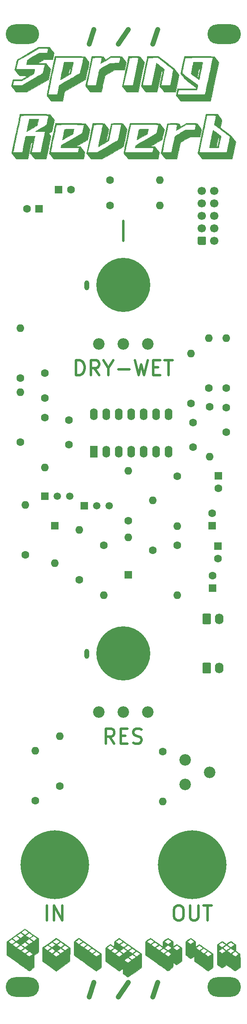
<source format=gbr>
G04 #@! TF.GenerationSoftware,KiCad,Pcbnew,5.1.9-73d0e3b20d~88~ubuntu20.10.1*
G04 #@! TF.CreationDate,2021-03-07T21:41:18+01:00*
G04 #@! TF.ProjectId,kosmo-spring-reverb-driver,6b6f736d-6f2d-4737-9072-696e672d7265,v1.0.1*
G04 #@! TF.SameCoordinates,Original*
G04 #@! TF.FileFunction,Soldermask,Top*
G04 #@! TF.FilePolarity,Negative*
%FSLAX46Y46*%
G04 Gerber Fmt 4.6, Leading zero omitted, Abs format (unit mm)*
G04 Created by KiCad (PCBNEW 5.1.9-73d0e3b20d~88~ubuntu20.10.1) date 2021-03-07 21:41:18*
%MOMM*%
%LPD*%
G01*
G04 APERTURE LIST*
%ADD10C,1.000000*%
%ADD11C,0.500000*%
%ADD12C,0.010000*%
%ADD13O,1.000000X2.000000*%
%ADD14C,11.000000*%
%ADD15C,2.340000*%
%ADD16C,1.600000*%
%ADD17R,1.600000X1.600000*%
%ADD18O,1.600000X1.600000*%
%ADD19O,6.800000X4.000000*%
%ADD20O,1.740000X2.190000*%
%ADD21C,1.700000*%
%ADD22C,14.000000*%
%ADD23O,1.600000X2.400000*%
%ADD24R,1.600000X2.400000*%
%ADD25R,1.500000X1.500000*%
%ADD26C,1.500000*%
G04 APERTURE END LIST*
D10*
X113000000Y-236000000D02*
X114000000Y-233000000D01*
X106000000Y-236000000D02*
X108000000Y-233000000D01*
X100000000Y-236000000D02*
X101000000Y-233000000D01*
X113000000Y-42000000D02*
X114000000Y-39000000D01*
X106000000Y-42000000D02*
X108000000Y-39000000D01*
X100000000Y-42000000D02*
X101000000Y-39000000D01*
D11*
X107000000Y-78000000D02*
X107000000Y-82000000D01*
X97357142Y-109357142D02*
X97357142Y-106357142D01*
X98071428Y-106357142D01*
X98500000Y-106500000D01*
X98785714Y-106785714D01*
X98928571Y-107071428D01*
X99071428Y-107642857D01*
X99071428Y-108071428D01*
X98928571Y-108642857D01*
X98785714Y-108928571D01*
X98500000Y-109214285D01*
X98071428Y-109357142D01*
X97357142Y-109357142D01*
X102071428Y-109357142D02*
X101071428Y-107928571D01*
X100357142Y-109357142D02*
X100357142Y-106357142D01*
X101500000Y-106357142D01*
X101785714Y-106500000D01*
X101928571Y-106642857D01*
X102071428Y-106928571D01*
X102071428Y-107357142D01*
X101928571Y-107642857D01*
X101785714Y-107785714D01*
X101500000Y-107928571D01*
X100357142Y-107928571D01*
X103928571Y-107928571D02*
X103928571Y-109357142D01*
X102928571Y-106357142D02*
X103928571Y-107928571D01*
X104928571Y-106357142D01*
X105928571Y-108214285D02*
X108214285Y-108214285D01*
X109357142Y-106357142D02*
X110071428Y-109357142D01*
X110642857Y-107214285D01*
X111214285Y-109357142D01*
X111928571Y-106357142D01*
X113071428Y-107785714D02*
X114071428Y-107785714D01*
X114500000Y-109357142D02*
X113071428Y-109357142D01*
X113071428Y-106357142D01*
X114500000Y-106357142D01*
X115357142Y-106357142D02*
X117071428Y-106357142D01*
X116214285Y-109357142D02*
X116214285Y-106357142D01*
X105142857Y-184357142D02*
X104142857Y-182928571D01*
X103428571Y-184357142D02*
X103428571Y-181357142D01*
X104571428Y-181357142D01*
X104857142Y-181500000D01*
X105000000Y-181642857D01*
X105142857Y-181928571D01*
X105142857Y-182357142D01*
X105000000Y-182642857D01*
X104857142Y-182785714D01*
X104571428Y-182928571D01*
X103428571Y-182928571D01*
X106428571Y-182785714D02*
X107428571Y-182785714D01*
X107857142Y-184357142D02*
X106428571Y-184357142D01*
X106428571Y-181357142D01*
X107857142Y-181357142D01*
X109000000Y-184214285D02*
X109428571Y-184357142D01*
X110142857Y-184357142D01*
X110428571Y-184214285D01*
X110571428Y-184071428D01*
X110714285Y-183785714D01*
X110714285Y-183500000D01*
X110571428Y-183214285D01*
X110428571Y-183071428D01*
X110142857Y-182928571D01*
X109571428Y-182785714D01*
X109285714Y-182642857D01*
X109142857Y-182500000D01*
X109000000Y-182214285D01*
X109000000Y-181928571D01*
X109142857Y-181642857D01*
X109285714Y-181500000D01*
X109571428Y-181357142D01*
X110285714Y-181357142D01*
X110714285Y-181500000D01*
X118000000Y-217357142D02*
X118571428Y-217357142D01*
X118857142Y-217500000D01*
X119142857Y-217785714D01*
X119285714Y-218357142D01*
X119285714Y-219357142D01*
X119142857Y-219928571D01*
X118857142Y-220214285D01*
X118571428Y-220357142D01*
X118000000Y-220357142D01*
X117714285Y-220214285D01*
X117428571Y-219928571D01*
X117285714Y-219357142D01*
X117285714Y-218357142D01*
X117428571Y-217785714D01*
X117714285Y-217500000D01*
X118000000Y-217357142D01*
X120571428Y-217357142D02*
X120571428Y-219785714D01*
X120714285Y-220071428D01*
X120857142Y-220214285D01*
X121142857Y-220357142D01*
X121714285Y-220357142D01*
X122000000Y-220214285D01*
X122142857Y-220071428D01*
X122285714Y-219785714D01*
X122285714Y-217357142D01*
X123285714Y-217357142D02*
X125000000Y-217357142D01*
X124142857Y-220357142D02*
X124142857Y-217357142D01*
X91428571Y-220357142D02*
X91428571Y-217357142D01*
X92857142Y-220357142D02*
X92857142Y-217357142D01*
X94571428Y-220357142D01*
X94571428Y-217357142D01*
D12*
G36*
X106249576Y-224048542D02*
G01*
X106293306Y-224079237D01*
X106379589Y-224140122D01*
X106504943Y-224228730D01*
X106665883Y-224342593D01*
X106858925Y-224479245D01*
X107080585Y-224636217D01*
X107327380Y-224811044D01*
X107595826Y-225001258D01*
X107882438Y-225204391D01*
X108183733Y-225417976D01*
X108496227Y-225639546D01*
X108538111Y-225669247D01*
X110683000Y-227190255D01*
X110690318Y-228571294D01*
X110697637Y-229952334D01*
X109321541Y-230926586D01*
X109073432Y-231102179D01*
X108838684Y-231268194D01*
X108621404Y-231421735D01*
X108425698Y-231559905D01*
X108255675Y-231679807D01*
X108115442Y-231778545D01*
X108009106Y-231853221D01*
X107940775Y-231900940D01*
X107914746Y-231918699D01*
X107883703Y-231908379D01*
X107813833Y-231869554D01*
X107712159Y-231806636D01*
X107585707Y-231724035D01*
X107441501Y-231626164D01*
X107372083Y-231577891D01*
X106860119Y-231219223D01*
X106858889Y-230162919D01*
X106488099Y-230422960D01*
X106362296Y-230510797D01*
X106253585Y-230585958D01*
X106169930Y-230642996D01*
X106119296Y-230676465D01*
X106107877Y-230683000D01*
X106083780Y-230667171D01*
X106017596Y-230621553D01*
X105913321Y-230548949D01*
X105774952Y-230452163D01*
X105606484Y-230333998D01*
X105411916Y-230197256D01*
X105195242Y-230044742D01*
X104960459Y-229879259D01*
X104711565Y-229703610D01*
X104700667Y-229695914D01*
X103302889Y-228708829D01*
X103302889Y-228447892D01*
X107173832Y-228447892D01*
X107193399Y-228469369D01*
X107249457Y-228516505D01*
X107332525Y-228582208D01*
X107433120Y-228659387D01*
X107541762Y-228740951D01*
X107648968Y-228819809D01*
X107745258Y-228888870D01*
X107821149Y-228941044D01*
X107867161Y-228969238D01*
X107874889Y-228972196D01*
X107901646Y-228957343D01*
X107966060Y-228915335D01*
X108059816Y-228851771D01*
X108174601Y-228772249D01*
X108239121Y-228726955D01*
X108360794Y-228639488D01*
X108464159Y-228561978D01*
X108541180Y-228500707D01*
X108583819Y-228461957D01*
X108589737Y-228452909D01*
X108568539Y-228429701D01*
X108511085Y-228380925D01*
X108427027Y-228313854D01*
X108326015Y-228235762D01*
X108217699Y-228153925D01*
X108111730Y-228075615D01*
X108017758Y-228008108D01*
X107945435Y-227958676D01*
X107904410Y-227934595D01*
X107900538Y-227933421D01*
X107871499Y-227948044D01*
X107806847Y-227989292D01*
X107716359Y-228050242D01*
X107609816Y-228123972D01*
X107496995Y-228203559D01*
X107387675Y-228282078D01*
X107291636Y-228352609D01*
X107218656Y-228408227D01*
X107178514Y-228442010D01*
X107173832Y-228447892D01*
X103302889Y-228447892D01*
X103302889Y-227843208D01*
X108059465Y-227843208D01*
X108098962Y-227875611D01*
X108172134Y-227929432D01*
X108268789Y-227997755D01*
X108378737Y-228073666D01*
X108491785Y-228150248D01*
X108597742Y-228220587D01*
X108686418Y-228277766D01*
X108747620Y-228314871D01*
X108770166Y-228325467D01*
X108804259Y-228310325D01*
X108875339Y-228267949D01*
X108974517Y-228203989D01*
X109092903Y-228124096D01*
X109157148Y-228079500D01*
X109279110Y-227993179D01*
X109382782Y-227918133D01*
X109460189Y-227860267D01*
X109503358Y-227825487D01*
X109509630Y-227818445D01*
X109487331Y-227794160D01*
X109427044Y-227746658D01*
X109338684Y-227682577D01*
X109232166Y-227608555D01*
X109117405Y-227531229D01*
X109004317Y-227457238D01*
X108902816Y-227393218D01*
X108822817Y-227345807D01*
X108774235Y-227321643D01*
X108765259Y-227320125D01*
X108721526Y-227344421D01*
X108647446Y-227393176D01*
X108552308Y-227459506D01*
X108445404Y-227536524D01*
X108336025Y-227617345D01*
X108233461Y-227695083D01*
X108147003Y-227762853D01*
X108085941Y-227813769D01*
X108059566Y-227840946D01*
X108059465Y-227843208D01*
X103302889Y-227843208D01*
X103302889Y-227202146D01*
X105360860Y-227202146D01*
X105735831Y-227464533D01*
X106110803Y-227726921D01*
X106266124Y-227614856D01*
X106366585Y-227542865D01*
X106489146Y-227455736D01*
X106609630Y-227370648D01*
X106626056Y-227359104D01*
X106717050Y-227293469D01*
X106787064Y-227239660D01*
X106825627Y-227205878D01*
X106829933Y-227199431D01*
X106829237Y-227198503D01*
X108961445Y-227198503D01*
X108983065Y-227221434D01*
X109041394Y-227269243D01*
X109126636Y-227334822D01*
X109228995Y-227411061D01*
X109338675Y-227490853D01*
X109445879Y-227567086D01*
X109540811Y-227632654D01*
X109613676Y-227680445D01*
X109654676Y-227703352D01*
X109658497Y-227704350D01*
X109687173Y-227689347D01*
X109753596Y-227647127D01*
X109849502Y-227583167D01*
X109966626Y-227502940D01*
X110045911Y-227447686D01*
X110413606Y-227189816D01*
X110043336Y-226926124D01*
X109673067Y-226662432D01*
X109543033Y-226756898D01*
X109460092Y-226816829D01*
X109350173Y-226895820D01*
X109232294Y-226980214D01*
X109187222Y-227012390D01*
X109091174Y-227083291D01*
X109015442Y-227143757D01*
X108970013Y-227185558D01*
X108961445Y-227198503D01*
X106829237Y-227198503D01*
X106820850Y-227187336D01*
X106791189Y-227161732D01*
X106736439Y-227119249D01*
X106652092Y-227056515D01*
X106533639Y-226970161D01*
X106376571Y-226856814D01*
X106249978Y-226765880D01*
X106106733Y-226663111D01*
X105826644Y-226863288D01*
X105707731Y-226948522D01*
X105596562Y-227028643D01*
X105506307Y-227094136D01*
X105453708Y-227132806D01*
X105360860Y-227202146D01*
X103302889Y-227202146D01*
X103302889Y-226571717D01*
X104489540Y-226571717D01*
X104511611Y-226593393D01*
X104570403Y-226640142D01*
X104656192Y-226704959D01*
X104759256Y-226780839D01*
X104869871Y-226860777D01*
X104978316Y-226937766D01*
X105074868Y-227004802D01*
X105149803Y-227054879D01*
X105193400Y-227080992D01*
X105199386Y-227083169D01*
X105228060Y-227068267D01*
X105294478Y-227026135D01*
X105390377Y-226962243D01*
X105507493Y-226882059D01*
X105586800Y-226826797D01*
X105930095Y-226586039D01*
X106294954Y-226586039D01*
X106300485Y-226594392D01*
X106350172Y-226636362D01*
X106430735Y-226696685D01*
X106532147Y-226768658D01*
X106644382Y-226845579D01*
X106757415Y-226920745D01*
X106861218Y-226987453D01*
X106945767Y-227039002D01*
X107001034Y-227068688D01*
X107016524Y-227073079D01*
X107049259Y-227053400D01*
X107118902Y-227006772D01*
X107216593Y-226939280D01*
X107333468Y-226857006D01*
X107391575Y-226815626D01*
X107510842Y-226729600D01*
X107611100Y-226655779D01*
X107684617Y-226599977D01*
X107723660Y-226568008D01*
X107727829Y-226562769D01*
X107723901Y-226559909D01*
X108069327Y-226559909D01*
X108086631Y-226585398D01*
X108142064Y-226634274D01*
X108226000Y-226699834D01*
X108328814Y-226775376D01*
X108440878Y-226854197D01*
X108552567Y-226929595D01*
X108654255Y-226994866D01*
X108736315Y-227043310D01*
X108789122Y-227068222D01*
X108801560Y-227069754D01*
X108836920Y-227049198D01*
X108908772Y-227001678D01*
X109007962Y-226933434D01*
X109125338Y-226850709D01*
X109177808Y-226813182D01*
X109294776Y-226726805D01*
X109391045Y-226651158D01*
X109459227Y-226592417D01*
X109491935Y-226556760D01*
X109492915Y-226549699D01*
X109461425Y-226525949D01*
X109394264Y-226477293D01*
X109301932Y-226411288D01*
X109215445Y-226349973D01*
X109101620Y-226269256D01*
X108995837Y-226193700D01*
X108912197Y-226133404D01*
X108874214Y-226105566D01*
X108786983Y-226040597D01*
X108433652Y-226287465D01*
X108310334Y-226374744D01*
X108204290Y-226451917D01*
X108123846Y-226512758D01*
X108077323Y-226551045D01*
X108069327Y-226559909D01*
X107723901Y-226559909D01*
X107703274Y-226544893D01*
X107640818Y-226499922D01*
X107548466Y-226433607D01*
X107434223Y-226351698D01*
X107360437Y-226298847D01*
X107001208Y-226041628D01*
X106632700Y-226300069D01*
X106491699Y-226400270D01*
X106392696Y-226474297D01*
X106330419Y-226526820D01*
X106299596Y-226562510D01*
X106294954Y-226586039D01*
X105930095Y-226586039D01*
X105954495Y-226568927D01*
X105212829Y-226040741D01*
X105125692Y-226105990D01*
X105067365Y-226148366D01*
X104975839Y-226213376D01*
X104864398Y-226291637D01*
X104763389Y-226361947D01*
X104656378Y-226437697D01*
X104569028Y-226502549D01*
X104510398Y-226549565D01*
X104489540Y-226571717D01*
X103302889Y-226571717D01*
X103302889Y-225955459D01*
X103604016Y-225955459D01*
X103634390Y-225978289D01*
X103702432Y-226027082D01*
X103799416Y-226095651D01*
X103916618Y-226177809D01*
X103977360Y-226220163D01*
X104123632Y-226318991D01*
X104238432Y-226390269D01*
X104317596Y-226431598D01*
X104356963Y-226440578D01*
X104358360Y-226439758D01*
X104391743Y-226415599D01*
X104462166Y-226365644D01*
X104560391Y-226296414D01*
X104677183Y-226214430D01*
X104721056Y-226183706D01*
X104839137Y-226099757D01*
X104938518Y-226026606D01*
X105010986Y-225970494D01*
X105048324Y-225937666D01*
X105049785Y-225935371D01*
X107142287Y-225935371D01*
X107514065Y-226197855D01*
X107641287Y-226285378D01*
X107753528Y-226358268D01*
X107842401Y-226411417D01*
X107899518Y-226439720D01*
X107915644Y-226442373D01*
X107948372Y-226420281D01*
X108017976Y-226371832D01*
X108115351Y-226303407D01*
X108231395Y-226221389D01*
X108277056Y-226189006D01*
X108394889Y-226103986D01*
X108494114Y-226029774D01*
X108566571Y-225972678D01*
X108604102Y-225939005D01*
X108607508Y-225933524D01*
X108585603Y-225912580D01*
X108527057Y-225866440D01*
X108441584Y-225802116D01*
X108338895Y-225726621D01*
X108228705Y-225646965D01*
X108120727Y-225570161D01*
X108024673Y-225503219D01*
X107950256Y-225453153D01*
X107907191Y-225426972D01*
X107903536Y-225425344D01*
X107874080Y-225437923D01*
X107807008Y-225478055D01*
X107710597Y-225540437D01*
X107593128Y-225619766D01*
X107511842Y-225676197D01*
X107142287Y-225935371D01*
X105049785Y-225935371D01*
X105051591Y-225932535D01*
X105029414Y-225908326D01*
X104972200Y-225862923D01*
X104892168Y-225805999D01*
X104889313Y-225804059D01*
X104785102Y-225732854D01*
X104659861Y-225646578D01*
X104538765Y-225562578D01*
X104525918Y-225553622D01*
X104323725Y-225412571D01*
X103952156Y-225673446D01*
X103828593Y-225762398D01*
X103725348Y-225840965D01*
X103649605Y-225903328D01*
X103608551Y-225943665D01*
X103604016Y-225955459D01*
X103302889Y-225955459D01*
X103302889Y-225930342D01*
X103813947Y-225564627D01*
X104325006Y-225198911D01*
X104695892Y-225464983D01*
X105066778Y-225731054D01*
X105078048Y-225303417D01*
X106261277Y-225303417D01*
X106450588Y-225439098D01*
X106567457Y-225523431D01*
X106692312Y-225614417D01*
X106798238Y-225692442D01*
X106798783Y-225692846D01*
X106882993Y-225752120D01*
X106952528Y-225795119D01*
X106992655Y-225812753D01*
X106993172Y-225812791D01*
X107029164Y-225797889D01*
X107099850Y-225756023D01*
X107194586Y-225693849D01*
X107289506Y-225627541D01*
X107405046Y-225544421D01*
X107513291Y-225466145D01*
X107600237Y-225402862D01*
X107643374Y-225371100D01*
X107736414Y-225301784D01*
X107380644Y-225050226D01*
X107256362Y-224963433D01*
X107147705Y-224889597D01*
X107063206Y-224834356D01*
X107011396Y-224803349D01*
X107000000Y-224798667D01*
X106969475Y-224814192D01*
X106901620Y-224857014D01*
X106804953Y-224921504D01*
X106687989Y-225002031D01*
X106618201Y-225051042D01*
X106261277Y-225303417D01*
X105078048Y-225303417D01*
X105080889Y-225195643D01*
X105094792Y-224668109D01*
X105392814Y-224668109D01*
X105411930Y-224693929D01*
X105468898Y-224743305D01*
X105553993Y-224809428D01*
X105657489Y-224885484D01*
X105769660Y-224964663D01*
X105880780Y-225040151D01*
X105981123Y-225105139D01*
X106060964Y-225152813D01*
X106110577Y-225176361D01*
X106120022Y-225177431D01*
X106155256Y-225157830D01*
X106227475Y-225111584D01*
X106327620Y-225044693D01*
X106446632Y-224963159D01*
X106507661Y-224920678D01*
X106628547Y-224835474D01*
X106730504Y-224762404D01*
X106805742Y-224707147D01*
X106846473Y-224675383D01*
X106851417Y-224670024D01*
X106824047Y-224650213D01*
X106760343Y-224605186D01*
X106670320Y-224541940D01*
X106563994Y-224467474D01*
X106451380Y-224388783D01*
X106342495Y-224312865D01*
X106247354Y-224246718D01*
X106175972Y-224197338D01*
X106138365Y-224171722D01*
X106135873Y-224170124D01*
X106104789Y-224179584D01*
X106037968Y-224215709D01*
X105945266Y-224271892D01*
X105836542Y-224341528D01*
X105721653Y-224418010D01*
X105610457Y-224494731D01*
X105512812Y-224565086D01*
X105438576Y-224622466D01*
X105397606Y-224660267D01*
X105392814Y-224668109D01*
X105094792Y-224668109D01*
X105095000Y-224660233D01*
X106105930Y-223948845D01*
X106249576Y-224048542D01*
G37*
X106249576Y-224048542D02*
X106293306Y-224079237D01*
X106379589Y-224140122D01*
X106504943Y-224228730D01*
X106665883Y-224342593D01*
X106858925Y-224479245D01*
X107080585Y-224636217D01*
X107327380Y-224811044D01*
X107595826Y-225001258D01*
X107882438Y-225204391D01*
X108183733Y-225417976D01*
X108496227Y-225639546D01*
X108538111Y-225669247D01*
X110683000Y-227190255D01*
X110690318Y-228571294D01*
X110697637Y-229952334D01*
X109321541Y-230926586D01*
X109073432Y-231102179D01*
X108838684Y-231268194D01*
X108621404Y-231421735D01*
X108425698Y-231559905D01*
X108255675Y-231679807D01*
X108115442Y-231778545D01*
X108009106Y-231853221D01*
X107940775Y-231900940D01*
X107914746Y-231918699D01*
X107883703Y-231908379D01*
X107813833Y-231869554D01*
X107712159Y-231806636D01*
X107585707Y-231724035D01*
X107441501Y-231626164D01*
X107372083Y-231577891D01*
X106860119Y-231219223D01*
X106858889Y-230162919D01*
X106488099Y-230422960D01*
X106362296Y-230510797D01*
X106253585Y-230585958D01*
X106169930Y-230642996D01*
X106119296Y-230676465D01*
X106107877Y-230683000D01*
X106083780Y-230667171D01*
X106017596Y-230621553D01*
X105913321Y-230548949D01*
X105774952Y-230452163D01*
X105606484Y-230333998D01*
X105411916Y-230197256D01*
X105195242Y-230044742D01*
X104960459Y-229879259D01*
X104711565Y-229703610D01*
X104700667Y-229695914D01*
X103302889Y-228708829D01*
X103302889Y-228447892D01*
X107173832Y-228447892D01*
X107193399Y-228469369D01*
X107249457Y-228516505D01*
X107332525Y-228582208D01*
X107433120Y-228659387D01*
X107541762Y-228740951D01*
X107648968Y-228819809D01*
X107745258Y-228888870D01*
X107821149Y-228941044D01*
X107867161Y-228969238D01*
X107874889Y-228972196D01*
X107901646Y-228957343D01*
X107966060Y-228915335D01*
X108059816Y-228851771D01*
X108174601Y-228772249D01*
X108239121Y-228726955D01*
X108360794Y-228639488D01*
X108464159Y-228561978D01*
X108541180Y-228500707D01*
X108583819Y-228461957D01*
X108589737Y-228452909D01*
X108568539Y-228429701D01*
X108511085Y-228380925D01*
X108427027Y-228313854D01*
X108326015Y-228235762D01*
X108217699Y-228153925D01*
X108111730Y-228075615D01*
X108017758Y-228008108D01*
X107945435Y-227958676D01*
X107904410Y-227934595D01*
X107900538Y-227933421D01*
X107871499Y-227948044D01*
X107806847Y-227989292D01*
X107716359Y-228050242D01*
X107609816Y-228123972D01*
X107496995Y-228203559D01*
X107387675Y-228282078D01*
X107291636Y-228352609D01*
X107218656Y-228408227D01*
X107178514Y-228442010D01*
X107173832Y-228447892D01*
X103302889Y-228447892D01*
X103302889Y-227843208D01*
X108059465Y-227843208D01*
X108098962Y-227875611D01*
X108172134Y-227929432D01*
X108268789Y-227997755D01*
X108378737Y-228073666D01*
X108491785Y-228150248D01*
X108597742Y-228220587D01*
X108686418Y-228277766D01*
X108747620Y-228314871D01*
X108770166Y-228325467D01*
X108804259Y-228310325D01*
X108875339Y-228267949D01*
X108974517Y-228203989D01*
X109092903Y-228124096D01*
X109157148Y-228079500D01*
X109279110Y-227993179D01*
X109382782Y-227918133D01*
X109460189Y-227860267D01*
X109503358Y-227825487D01*
X109509630Y-227818445D01*
X109487331Y-227794160D01*
X109427044Y-227746658D01*
X109338684Y-227682577D01*
X109232166Y-227608555D01*
X109117405Y-227531229D01*
X109004317Y-227457238D01*
X108902816Y-227393218D01*
X108822817Y-227345807D01*
X108774235Y-227321643D01*
X108765259Y-227320125D01*
X108721526Y-227344421D01*
X108647446Y-227393176D01*
X108552308Y-227459506D01*
X108445404Y-227536524D01*
X108336025Y-227617345D01*
X108233461Y-227695083D01*
X108147003Y-227762853D01*
X108085941Y-227813769D01*
X108059566Y-227840946D01*
X108059465Y-227843208D01*
X103302889Y-227843208D01*
X103302889Y-227202146D01*
X105360860Y-227202146D01*
X105735831Y-227464533D01*
X106110803Y-227726921D01*
X106266124Y-227614856D01*
X106366585Y-227542865D01*
X106489146Y-227455736D01*
X106609630Y-227370648D01*
X106626056Y-227359104D01*
X106717050Y-227293469D01*
X106787064Y-227239660D01*
X106825627Y-227205878D01*
X106829933Y-227199431D01*
X106829237Y-227198503D01*
X108961445Y-227198503D01*
X108983065Y-227221434D01*
X109041394Y-227269243D01*
X109126636Y-227334822D01*
X109228995Y-227411061D01*
X109338675Y-227490853D01*
X109445879Y-227567086D01*
X109540811Y-227632654D01*
X109613676Y-227680445D01*
X109654676Y-227703352D01*
X109658497Y-227704350D01*
X109687173Y-227689347D01*
X109753596Y-227647127D01*
X109849502Y-227583167D01*
X109966626Y-227502940D01*
X110045911Y-227447686D01*
X110413606Y-227189816D01*
X110043336Y-226926124D01*
X109673067Y-226662432D01*
X109543033Y-226756898D01*
X109460092Y-226816829D01*
X109350173Y-226895820D01*
X109232294Y-226980214D01*
X109187222Y-227012390D01*
X109091174Y-227083291D01*
X109015442Y-227143757D01*
X108970013Y-227185558D01*
X108961445Y-227198503D01*
X106829237Y-227198503D01*
X106820850Y-227187336D01*
X106791189Y-227161732D01*
X106736439Y-227119249D01*
X106652092Y-227056515D01*
X106533639Y-226970161D01*
X106376571Y-226856814D01*
X106249978Y-226765880D01*
X106106733Y-226663111D01*
X105826644Y-226863288D01*
X105707731Y-226948522D01*
X105596562Y-227028643D01*
X105506307Y-227094136D01*
X105453708Y-227132806D01*
X105360860Y-227202146D01*
X103302889Y-227202146D01*
X103302889Y-226571717D01*
X104489540Y-226571717D01*
X104511611Y-226593393D01*
X104570403Y-226640142D01*
X104656192Y-226704959D01*
X104759256Y-226780839D01*
X104869871Y-226860777D01*
X104978316Y-226937766D01*
X105074868Y-227004802D01*
X105149803Y-227054879D01*
X105193400Y-227080992D01*
X105199386Y-227083169D01*
X105228060Y-227068267D01*
X105294478Y-227026135D01*
X105390377Y-226962243D01*
X105507493Y-226882059D01*
X105586800Y-226826797D01*
X105930095Y-226586039D01*
X106294954Y-226586039D01*
X106300485Y-226594392D01*
X106350172Y-226636362D01*
X106430735Y-226696685D01*
X106532147Y-226768658D01*
X106644382Y-226845579D01*
X106757415Y-226920745D01*
X106861218Y-226987453D01*
X106945767Y-227039002D01*
X107001034Y-227068688D01*
X107016524Y-227073079D01*
X107049259Y-227053400D01*
X107118902Y-227006772D01*
X107216593Y-226939280D01*
X107333468Y-226857006D01*
X107391575Y-226815626D01*
X107510842Y-226729600D01*
X107611100Y-226655779D01*
X107684617Y-226599977D01*
X107723660Y-226568008D01*
X107727829Y-226562769D01*
X107723901Y-226559909D01*
X108069327Y-226559909D01*
X108086631Y-226585398D01*
X108142064Y-226634274D01*
X108226000Y-226699834D01*
X108328814Y-226775376D01*
X108440878Y-226854197D01*
X108552567Y-226929595D01*
X108654255Y-226994866D01*
X108736315Y-227043310D01*
X108789122Y-227068222D01*
X108801560Y-227069754D01*
X108836920Y-227049198D01*
X108908772Y-227001678D01*
X109007962Y-226933434D01*
X109125338Y-226850709D01*
X109177808Y-226813182D01*
X109294776Y-226726805D01*
X109391045Y-226651158D01*
X109459227Y-226592417D01*
X109491935Y-226556760D01*
X109492915Y-226549699D01*
X109461425Y-226525949D01*
X109394264Y-226477293D01*
X109301932Y-226411288D01*
X109215445Y-226349973D01*
X109101620Y-226269256D01*
X108995837Y-226193700D01*
X108912197Y-226133404D01*
X108874214Y-226105566D01*
X108786983Y-226040597D01*
X108433652Y-226287465D01*
X108310334Y-226374744D01*
X108204290Y-226451917D01*
X108123846Y-226512758D01*
X108077323Y-226551045D01*
X108069327Y-226559909D01*
X107723901Y-226559909D01*
X107703274Y-226544893D01*
X107640818Y-226499922D01*
X107548466Y-226433607D01*
X107434223Y-226351698D01*
X107360437Y-226298847D01*
X107001208Y-226041628D01*
X106632700Y-226300069D01*
X106491699Y-226400270D01*
X106392696Y-226474297D01*
X106330419Y-226526820D01*
X106299596Y-226562510D01*
X106294954Y-226586039D01*
X105930095Y-226586039D01*
X105954495Y-226568927D01*
X105212829Y-226040741D01*
X105125692Y-226105990D01*
X105067365Y-226148366D01*
X104975839Y-226213376D01*
X104864398Y-226291637D01*
X104763389Y-226361947D01*
X104656378Y-226437697D01*
X104569028Y-226502549D01*
X104510398Y-226549565D01*
X104489540Y-226571717D01*
X103302889Y-226571717D01*
X103302889Y-225955459D01*
X103604016Y-225955459D01*
X103634390Y-225978289D01*
X103702432Y-226027082D01*
X103799416Y-226095651D01*
X103916618Y-226177809D01*
X103977360Y-226220163D01*
X104123632Y-226318991D01*
X104238432Y-226390269D01*
X104317596Y-226431598D01*
X104356963Y-226440578D01*
X104358360Y-226439758D01*
X104391743Y-226415599D01*
X104462166Y-226365644D01*
X104560391Y-226296414D01*
X104677183Y-226214430D01*
X104721056Y-226183706D01*
X104839137Y-226099757D01*
X104938518Y-226026606D01*
X105010986Y-225970494D01*
X105048324Y-225937666D01*
X105049785Y-225935371D01*
X107142287Y-225935371D01*
X107514065Y-226197855D01*
X107641287Y-226285378D01*
X107753528Y-226358268D01*
X107842401Y-226411417D01*
X107899518Y-226439720D01*
X107915644Y-226442373D01*
X107948372Y-226420281D01*
X108017976Y-226371832D01*
X108115351Y-226303407D01*
X108231395Y-226221389D01*
X108277056Y-226189006D01*
X108394889Y-226103986D01*
X108494114Y-226029774D01*
X108566571Y-225972678D01*
X108604102Y-225939005D01*
X108607508Y-225933524D01*
X108585603Y-225912580D01*
X108527057Y-225866440D01*
X108441584Y-225802116D01*
X108338895Y-225726621D01*
X108228705Y-225646965D01*
X108120727Y-225570161D01*
X108024673Y-225503219D01*
X107950256Y-225453153D01*
X107907191Y-225426972D01*
X107903536Y-225425344D01*
X107874080Y-225437923D01*
X107807008Y-225478055D01*
X107710597Y-225540437D01*
X107593128Y-225619766D01*
X107511842Y-225676197D01*
X107142287Y-225935371D01*
X105049785Y-225935371D01*
X105051591Y-225932535D01*
X105029414Y-225908326D01*
X104972200Y-225862923D01*
X104892168Y-225805999D01*
X104889313Y-225804059D01*
X104785102Y-225732854D01*
X104659861Y-225646578D01*
X104538765Y-225562578D01*
X104525918Y-225553622D01*
X104323725Y-225412571D01*
X103952156Y-225673446D01*
X103828593Y-225762398D01*
X103725348Y-225840965D01*
X103649605Y-225903328D01*
X103608551Y-225943665D01*
X103604016Y-225955459D01*
X103302889Y-225955459D01*
X103302889Y-225930342D01*
X103813947Y-225564627D01*
X104325006Y-225198911D01*
X104695892Y-225464983D01*
X105066778Y-225731054D01*
X105078048Y-225303417D01*
X106261277Y-225303417D01*
X106450588Y-225439098D01*
X106567457Y-225523431D01*
X106692312Y-225614417D01*
X106798238Y-225692442D01*
X106798783Y-225692846D01*
X106882993Y-225752120D01*
X106952528Y-225795119D01*
X106992655Y-225812753D01*
X106993172Y-225812791D01*
X107029164Y-225797889D01*
X107099850Y-225756023D01*
X107194586Y-225693849D01*
X107289506Y-225627541D01*
X107405046Y-225544421D01*
X107513291Y-225466145D01*
X107600237Y-225402862D01*
X107643374Y-225371100D01*
X107736414Y-225301784D01*
X107380644Y-225050226D01*
X107256362Y-224963433D01*
X107147705Y-224889597D01*
X107063206Y-224834356D01*
X107011396Y-224803349D01*
X107000000Y-224798667D01*
X106969475Y-224814192D01*
X106901620Y-224857014D01*
X106804953Y-224921504D01*
X106687989Y-225002031D01*
X106618201Y-225051042D01*
X106261277Y-225303417D01*
X105078048Y-225303417D01*
X105080889Y-225195643D01*
X105094792Y-224668109D01*
X105392814Y-224668109D01*
X105411930Y-224693929D01*
X105468898Y-224743305D01*
X105553993Y-224809428D01*
X105657489Y-224885484D01*
X105769660Y-224964663D01*
X105880780Y-225040151D01*
X105981123Y-225105139D01*
X106060964Y-225152813D01*
X106110577Y-225176361D01*
X106120022Y-225177431D01*
X106155256Y-225157830D01*
X106227475Y-225111584D01*
X106327620Y-225044693D01*
X106446632Y-224963159D01*
X106507661Y-224920678D01*
X106628547Y-224835474D01*
X106730504Y-224762404D01*
X106805742Y-224707147D01*
X106846473Y-224675383D01*
X106851417Y-224670024D01*
X106824047Y-224650213D01*
X106760343Y-224605186D01*
X106670320Y-224541940D01*
X106563994Y-224467474D01*
X106451380Y-224388783D01*
X106342495Y-224312865D01*
X106247354Y-224246718D01*
X106175972Y-224197338D01*
X106138365Y-224171722D01*
X106135873Y-224170124D01*
X106104789Y-224179584D01*
X106037968Y-224215709D01*
X105945266Y-224271892D01*
X105836542Y-224341528D01*
X105721653Y-224418010D01*
X105610457Y-224494731D01*
X105512812Y-224565086D01*
X105438576Y-224622466D01*
X105397606Y-224660267D01*
X105392814Y-224668109D01*
X105094792Y-224668109D01*
X105095000Y-224660233D01*
X106105930Y-223948845D01*
X106249576Y-224048542D01*
G36*
X93366859Y-224000487D02*
G01*
X93403598Y-224025766D01*
X93481983Y-224080651D01*
X93597650Y-224162054D01*
X93746229Y-224266890D01*
X93923356Y-224392073D01*
X94124662Y-224534518D01*
X94345782Y-224691138D01*
X94582347Y-224858847D01*
X94775281Y-224995729D01*
X96106747Y-225940679D01*
X96092111Y-228706093D01*
X94817952Y-229609880D01*
X94575803Y-229781665D01*
X94344246Y-229945978D01*
X94127978Y-230099486D01*
X93931694Y-230238854D01*
X93760088Y-230360746D01*
X93617856Y-230461829D01*
X93509693Y-230538768D01*
X93440295Y-230588227D01*
X93420342Y-230602514D01*
X93296892Y-230691361D01*
X91893186Y-229699823D01*
X90489481Y-228708285D01*
X90496796Y-227314022D01*
X90497384Y-227201742D01*
X92547394Y-227201742D01*
X92922654Y-227464331D01*
X93297914Y-227726921D01*
X93453235Y-227614856D01*
X93553696Y-227542865D01*
X93676257Y-227455736D01*
X93796741Y-227370648D01*
X93813167Y-227359104D01*
X93904164Y-227293468D01*
X93974186Y-227239659D01*
X94012761Y-227205877D01*
X94017072Y-227199431D01*
X93994240Y-227173934D01*
X93933416Y-227125414D01*
X93844541Y-227060532D01*
X93737561Y-226985947D01*
X93622419Y-226908320D01*
X93509060Y-226834310D01*
X93407426Y-226770577D01*
X93327462Y-226723782D01*
X93279113Y-226700584D01*
X93270611Y-226699485D01*
X93235377Y-226720248D01*
X93163440Y-226767783D01*
X93063917Y-226835899D01*
X92945925Y-226918402D01*
X92890370Y-226957763D01*
X92547394Y-227201742D01*
X90497384Y-227201742D01*
X90500687Y-226572237D01*
X91676161Y-226572237D01*
X91698147Y-226592696D01*
X91757145Y-226638069D01*
X91843486Y-226701542D01*
X91947500Y-226776301D01*
X92059518Y-226855530D01*
X92169869Y-226932414D01*
X92268884Y-227000140D01*
X92346893Y-227051893D01*
X92394227Y-227080858D01*
X92403287Y-227084667D01*
X92429399Y-227069151D01*
X92493298Y-227026308D01*
X92586897Y-226961698D01*
X92702108Y-226880881D01*
X92778353Y-226826847D01*
X93116892Y-226586039D01*
X93482065Y-226586039D01*
X93487596Y-226594392D01*
X93537283Y-226636362D01*
X93617846Y-226696685D01*
X93719258Y-226768658D01*
X93831493Y-226845579D01*
X93944526Y-226920745D01*
X94048329Y-226987453D01*
X94132878Y-227039002D01*
X94188146Y-227068688D01*
X94203635Y-227073079D01*
X94236370Y-227053400D01*
X94306013Y-227006772D01*
X94403704Y-226939280D01*
X94520579Y-226857006D01*
X94578686Y-226815626D01*
X94697953Y-226729600D01*
X94798211Y-226655779D01*
X94871728Y-226599977D01*
X94910772Y-226568008D01*
X94914940Y-226562769D01*
X94890385Y-226544893D01*
X94827929Y-226499922D01*
X94735577Y-226433607D01*
X94621334Y-226351698D01*
X94547548Y-226298847D01*
X94188319Y-226041628D01*
X93819811Y-226300069D01*
X93678810Y-226400270D01*
X93579807Y-226474297D01*
X93517531Y-226526820D01*
X93486707Y-226562510D01*
X93482065Y-226586039D01*
X93116892Y-226586039D01*
X93140810Y-226569026D01*
X93036016Y-226493805D01*
X92969596Y-226446675D01*
X92871240Y-226377553D01*
X92755415Y-226296582D01*
X92661141Y-226230955D01*
X92391059Y-226043326D01*
X92033196Y-226298510D01*
X91910584Y-226387107D01*
X91806181Y-226464769D01*
X91727823Y-226525489D01*
X91683347Y-226563257D01*
X91676161Y-226572237D01*
X90500687Y-226572237D01*
X90503988Y-225943104D01*
X90779194Y-225943104D01*
X90803494Y-225960679D01*
X90865945Y-226005101D01*
X90958559Y-226070707D01*
X91073344Y-226151833D01*
X91149545Y-226205611D01*
X91512757Y-226461809D01*
X91699878Y-226329857D01*
X91815929Y-226247808D01*
X91939394Y-226160183D01*
X92042222Y-226086896D01*
X92124486Y-226027498D01*
X92188984Y-225979891D01*
X92220915Y-225955062D01*
X92206974Y-225935605D01*
X94329728Y-225935605D01*
X94702105Y-226198512D01*
X94840862Y-226296177D01*
X94941440Y-226365101D01*
X95011764Y-226409104D01*
X95059762Y-226432005D01*
X95093359Y-226437623D01*
X95120482Y-226429778D01*
X95147662Y-226413209D01*
X95199311Y-226378499D01*
X95285291Y-226319993D01*
X95393484Y-226245961D01*
X95507751Y-226167445D01*
X95617474Y-226090520D01*
X95707917Y-226024499D01*
X95770114Y-225976116D01*
X95795095Y-225952107D01*
X95795218Y-225951528D01*
X95773935Y-225931149D01*
X95716087Y-225885097D01*
X95631154Y-225820348D01*
X95528614Y-225743876D01*
X95417948Y-225662659D01*
X95308634Y-225583670D01*
X95210151Y-225513885D01*
X95131979Y-225460281D01*
X95096715Y-225437521D01*
X95058525Y-225444818D01*
X94979503Y-225486273D01*
X94862445Y-225560230D01*
X94710145Y-225665032D01*
X94695302Y-225675567D01*
X94329728Y-225935605D01*
X92206974Y-225935605D01*
X92205911Y-225934122D01*
X92153869Y-225887491D01*
X92073835Y-225822068D01*
X91974856Y-225744752D01*
X91865979Y-225662440D01*
X91756253Y-225582032D01*
X91654722Y-225510425D01*
X91570436Y-225454517D01*
X91540715Y-225436419D01*
X91503439Y-225444314D01*
X91426382Y-225484876D01*
X91313858Y-225555535D01*
X91170178Y-225653720D01*
X91138465Y-225676162D01*
X91014987Y-225764668D01*
X90910165Y-225841092D01*
X90831551Y-225899823D01*
X90786696Y-225935251D01*
X90779194Y-225943104D01*
X90503988Y-225943104D01*
X90504111Y-225919760D01*
X91363193Y-225312386D01*
X91676409Y-225312386D01*
X91697852Y-225334500D01*
X91756478Y-225381027D01*
X91842492Y-225445091D01*
X91946098Y-225519813D01*
X92057503Y-225598317D01*
X92166912Y-225673725D01*
X92264530Y-225739161D01*
X92340562Y-225787746D01*
X92385213Y-225812605D01*
X92391433Y-225814429D01*
X92422021Y-225799074D01*
X92489915Y-225756612D01*
X92586464Y-225692706D01*
X92703020Y-225613022D01*
X92765378Y-225569537D01*
X92886807Y-225483114D01*
X92989888Y-225407451D01*
X93066597Y-225348620D01*
X93108913Y-225312694D01*
X93113529Y-225306667D01*
X93454072Y-225306667D01*
X93476037Y-225328466D01*
X93535214Y-225374719D01*
X93621832Y-225438600D01*
X93726118Y-225513283D01*
X93838302Y-225591939D01*
X93948611Y-225667743D01*
X94047275Y-225733868D01*
X94124520Y-225783487D01*
X94170577Y-225809774D01*
X94177707Y-225812216D01*
X94211365Y-225797692D01*
X94282056Y-225756060D01*
X94380827Y-225692949D01*
X94498726Y-225613985D01*
X94557989Y-225573143D01*
X94679857Y-225488231D01*
X94784272Y-225415148D01*
X94862929Y-225359732D01*
X94907525Y-225327823D01*
X94914407Y-225322557D01*
X94896912Y-225303608D01*
X94841604Y-225260139D01*
X94757850Y-225198612D01*
X94655020Y-225125487D01*
X94542481Y-225047226D01*
X94429601Y-224970290D01*
X94325750Y-224901141D01*
X94240294Y-224846240D01*
X94182604Y-224812047D01*
X94162555Y-224804008D01*
X94127597Y-224824986D01*
X94059115Y-224870677D01*
X93966803Y-224934201D01*
X93860359Y-225008679D01*
X93749477Y-225087232D01*
X93643853Y-225162981D01*
X93553183Y-225229048D01*
X93487163Y-225278554D01*
X93455488Y-225304618D01*
X93454072Y-225306667D01*
X93113529Y-225306667D01*
X93114667Y-225305182D01*
X93092709Y-225283247D01*
X93032160Y-225235423D01*
X92941006Y-225167707D01*
X92827231Y-225086093D01*
X92759670Y-225038680D01*
X92404673Y-224791405D01*
X92202281Y-224932594D01*
X92083314Y-225015196D01*
X91957250Y-225102109D01*
X91849233Y-225176006D01*
X91838687Y-225183170D01*
X91758100Y-225240419D01*
X91699946Y-225286616D01*
X91676452Y-225312026D01*
X91676409Y-225312386D01*
X91363193Y-225312386D01*
X91897007Y-224934978D01*
X92240046Y-224692448D01*
X92585371Y-224692448D01*
X92612565Y-224721830D01*
X92676683Y-224773369D01*
X92767545Y-224840205D01*
X92874972Y-224915475D01*
X92988785Y-224992320D01*
X93098804Y-225063878D01*
X93194851Y-225123288D01*
X93266745Y-225163689D01*
X93304309Y-225178220D01*
X93305753Y-225177996D01*
X93340804Y-225158635D01*
X93412801Y-225112965D01*
X93512462Y-225047062D01*
X93630506Y-224967005D01*
X93679341Y-224933384D01*
X93798791Y-224849874D01*
X93899658Y-224777593D01*
X93973747Y-224722551D01*
X94012862Y-224690762D01*
X94016889Y-224685778D01*
X93994316Y-224659745D01*
X93933564Y-224610919D01*
X93844614Y-224545943D01*
X93737447Y-224471461D01*
X93622044Y-224394116D01*
X93508386Y-224320553D01*
X93406455Y-224257415D01*
X93326231Y-224211346D01*
X93277696Y-224188990D01*
X93269349Y-224188191D01*
X93219708Y-224214792D01*
X93140989Y-224265377D01*
X93042844Y-224332835D01*
X92934923Y-224410049D01*
X92826874Y-224489905D01*
X92728349Y-224565290D01*
X92648997Y-224629088D01*
X92598468Y-224674185D01*
X92585371Y-224692448D01*
X92240046Y-224692448D01*
X93289903Y-223950195D01*
X93366859Y-224000487D01*
G37*
X93366859Y-224000487D02*
X93403598Y-224025766D01*
X93481983Y-224080651D01*
X93597650Y-224162054D01*
X93746229Y-224266890D01*
X93923356Y-224392073D01*
X94124662Y-224534518D01*
X94345782Y-224691138D01*
X94582347Y-224858847D01*
X94775281Y-224995729D01*
X96106747Y-225940679D01*
X96092111Y-228706093D01*
X94817952Y-229609880D01*
X94575803Y-229781665D01*
X94344246Y-229945978D01*
X94127978Y-230099486D01*
X93931694Y-230238854D01*
X93760088Y-230360746D01*
X93617856Y-230461829D01*
X93509693Y-230538768D01*
X93440295Y-230588227D01*
X93420342Y-230602514D01*
X93296892Y-230691361D01*
X91893186Y-229699823D01*
X90489481Y-228708285D01*
X90496796Y-227314022D01*
X90497384Y-227201742D01*
X92547394Y-227201742D01*
X92922654Y-227464331D01*
X93297914Y-227726921D01*
X93453235Y-227614856D01*
X93553696Y-227542865D01*
X93676257Y-227455736D01*
X93796741Y-227370648D01*
X93813167Y-227359104D01*
X93904164Y-227293468D01*
X93974186Y-227239659D01*
X94012761Y-227205877D01*
X94017072Y-227199431D01*
X93994240Y-227173934D01*
X93933416Y-227125414D01*
X93844541Y-227060532D01*
X93737561Y-226985947D01*
X93622419Y-226908320D01*
X93509060Y-226834310D01*
X93407426Y-226770577D01*
X93327462Y-226723782D01*
X93279113Y-226700584D01*
X93270611Y-226699485D01*
X93235377Y-226720248D01*
X93163440Y-226767783D01*
X93063917Y-226835899D01*
X92945925Y-226918402D01*
X92890370Y-226957763D01*
X92547394Y-227201742D01*
X90497384Y-227201742D01*
X90500687Y-226572237D01*
X91676161Y-226572237D01*
X91698147Y-226592696D01*
X91757145Y-226638069D01*
X91843486Y-226701542D01*
X91947500Y-226776301D01*
X92059518Y-226855530D01*
X92169869Y-226932414D01*
X92268884Y-227000140D01*
X92346893Y-227051893D01*
X92394227Y-227080858D01*
X92403287Y-227084667D01*
X92429399Y-227069151D01*
X92493298Y-227026308D01*
X92586897Y-226961698D01*
X92702108Y-226880881D01*
X92778353Y-226826847D01*
X93116892Y-226586039D01*
X93482065Y-226586039D01*
X93487596Y-226594392D01*
X93537283Y-226636362D01*
X93617846Y-226696685D01*
X93719258Y-226768658D01*
X93831493Y-226845579D01*
X93944526Y-226920745D01*
X94048329Y-226987453D01*
X94132878Y-227039002D01*
X94188146Y-227068688D01*
X94203635Y-227073079D01*
X94236370Y-227053400D01*
X94306013Y-227006772D01*
X94403704Y-226939280D01*
X94520579Y-226857006D01*
X94578686Y-226815626D01*
X94697953Y-226729600D01*
X94798211Y-226655779D01*
X94871728Y-226599977D01*
X94910772Y-226568008D01*
X94914940Y-226562769D01*
X94890385Y-226544893D01*
X94827929Y-226499922D01*
X94735577Y-226433607D01*
X94621334Y-226351698D01*
X94547548Y-226298847D01*
X94188319Y-226041628D01*
X93819811Y-226300069D01*
X93678810Y-226400270D01*
X93579807Y-226474297D01*
X93517531Y-226526820D01*
X93486707Y-226562510D01*
X93482065Y-226586039D01*
X93116892Y-226586039D01*
X93140810Y-226569026D01*
X93036016Y-226493805D01*
X92969596Y-226446675D01*
X92871240Y-226377553D01*
X92755415Y-226296582D01*
X92661141Y-226230955D01*
X92391059Y-226043326D01*
X92033196Y-226298510D01*
X91910584Y-226387107D01*
X91806181Y-226464769D01*
X91727823Y-226525489D01*
X91683347Y-226563257D01*
X91676161Y-226572237D01*
X90500687Y-226572237D01*
X90503988Y-225943104D01*
X90779194Y-225943104D01*
X90803494Y-225960679D01*
X90865945Y-226005101D01*
X90958559Y-226070707D01*
X91073344Y-226151833D01*
X91149545Y-226205611D01*
X91512757Y-226461809D01*
X91699878Y-226329857D01*
X91815929Y-226247808D01*
X91939394Y-226160183D01*
X92042222Y-226086896D01*
X92124486Y-226027498D01*
X92188984Y-225979891D01*
X92220915Y-225955062D01*
X92206974Y-225935605D01*
X94329728Y-225935605D01*
X94702105Y-226198512D01*
X94840862Y-226296177D01*
X94941440Y-226365101D01*
X95011764Y-226409104D01*
X95059762Y-226432005D01*
X95093359Y-226437623D01*
X95120482Y-226429778D01*
X95147662Y-226413209D01*
X95199311Y-226378499D01*
X95285291Y-226319993D01*
X95393484Y-226245961D01*
X95507751Y-226167445D01*
X95617474Y-226090520D01*
X95707917Y-226024499D01*
X95770114Y-225976116D01*
X95795095Y-225952107D01*
X95795218Y-225951528D01*
X95773935Y-225931149D01*
X95716087Y-225885097D01*
X95631154Y-225820348D01*
X95528614Y-225743876D01*
X95417948Y-225662659D01*
X95308634Y-225583670D01*
X95210151Y-225513885D01*
X95131979Y-225460281D01*
X95096715Y-225437521D01*
X95058525Y-225444818D01*
X94979503Y-225486273D01*
X94862445Y-225560230D01*
X94710145Y-225665032D01*
X94695302Y-225675567D01*
X94329728Y-225935605D01*
X92206974Y-225935605D01*
X92205911Y-225934122D01*
X92153869Y-225887491D01*
X92073835Y-225822068D01*
X91974856Y-225744752D01*
X91865979Y-225662440D01*
X91756253Y-225582032D01*
X91654722Y-225510425D01*
X91570436Y-225454517D01*
X91540715Y-225436419D01*
X91503439Y-225444314D01*
X91426382Y-225484876D01*
X91313858Y-225555535D01*
X91170178Y-225653720D01*
X91138465Y-225676162D01*
X91014987Y-225764668D01*
X90910165Y-225841092D01*
X90831551Y-225899823D01*
X90786696Y-225935251D01*
X90779194Y-225943104D01*
X90503988Y-225943104D01*
X90504111Y-225919760D01*
X91363193Y-225312386D01*
X91676409Y-225312386D01*
X91697852Y-225334500D01*
X91756478Y-225381027D01*
X91842492Y-225445091D01*
X91946098Y-225519813D01*
X92057503Y-225598317D01*
X92166912Y-225673725D01*
X92264530Y-225739161D01*
X92340562Y-225787746D01*
X92385213Y-225812605D01*
X92391433Y-225814429D01*
X92422021Y-225799074D01*
X92489915Y-225756612D01*
X92586464Y-225692706D01*
X92703020Y-225613022D01*
X92765378Y-225569537D01*
X92886807Y-225483114D01*
X92989888Y-225407451D01*
X93066597Y-225348620D01*
X93108913Y-225312694D01*
X93113529Y-225306667D01*
X93454072Y-225306667D01*
X93476037Y-225328466D01*
X93535214Y-225374719D01*
X93621832Y-225438600D01*
X93726118Y-225513283D01*
X93838302Y-225591939D01*
X93948611Y-225667743D01*
X94047275Y-225733868D01*
X94124520Y-225783487D01*
X94170577Y-225809774D01*
X94177707Y-225812216D01*
X94211365Y-225797692D01*
X94282056Y-225756060D01*
X94380827Y-225692949D01*
X94498726Y-225613985D01*
X94557989Y-225573143D01*
X94679857Y-225488231D01*
X94784272Y-225415148D01*
X94862929Y-225359732D01*
X94907525Y-225327823D01*
X94914407Y-225322557D01*
X94896912Y-225303608D01*
X94841604Y-225260139D01*
X94757850Y-225198612D01*
X94655020Y-225125487D01*
X94542481Y-225047226D01*
X94429601Y-224970290D01*
X94325750Y-224901141D01*
X94240294Y-224846240D01*
X94182604Y-224812047D01*
X94162555Y-224804008D01*
X94127597Y-224824986D01*
X94059115Y-224870677D01*
X93966803Y-224934201D01*
X93860359Y-225008679D01*
X93749477Y-225087232D01*
X93643853Y-225162981D01*
X93553183Y-225229048D01*
X93487163Y-225278554D01*
X93455488Y-225304618D01*
X93454072Y-225306667D01*
X93113529Y-225306667D01*
X93114667Y-225305182D01*
X93092709Y-225283247D01*
X93032160Y-225235423D01*
X92941006Y-225167707D01*
X92827231Y-225086093D01*
X92759670Y-225038680D01*
X92404673Y-224791405D01*
X92202281Y-224932594D01*
X92083314Y-225015196D01*
X91957250Y-225102109D01*
X91849233Y-225176006D01*
X91838687Y-225183170D01*
X91758100Y-225240419D01*
X91699946Y-225286616D01*
X91676452Y-225312026D01*
X91676409Y-225312386D01*
X91363193Y-225312386D01*
X91897007Y-224934978D01*
X92240046Y-224692448D01*
X92585371Y-224692448D01*
X92612565Y-224721830D01*
X92676683Y-224773369D01*
X92767545Y-224840205D01*
X92874972Y-224915475D01*
X92988785Y-224992320D01*
X93098804Y-225063878D01*
X93194851Y-225123288D01*
X93266745Y-225163689D01*
X93304309Y-225178220D01*
X93305753Y-225177996D01*
X93340804Y-225158635D01*
X93412801Y-225112965D01*
X93512462Y-225047062D01*
X93630506Y-224967005D01*
X93679341Y-224933384D01*
X93798791Y-224849874D01*
X93899658Y-224777593D01*
X93973747Y-224722551D01*
X94012862Y-224690762D01*
X94016889Y-224685778D01*
X93994316Y-224659745D01*
X93933564Y-224610919D01*
X93844614Y-224545943D01*
X93737447Y-224471461D01*
X93622044Y-224394116D01*
X93508386Y-224320553D01*
X93406455Y-224257415D01*
X93326231Y-224211346D01*
X93277696Y-224188990D01*
X93269349Y-224188191D01*
X93219708Y-224214792D01*
X93140989Y-224265377D01*
X93042844Y-224332835D01*
X92934923Y-224410049D01*
X92826874Y-224489905D01*
X92728349Y-224565290D01*
X92648997Y-224629088D01*
X92598468Y-224674185D01*
X92585371Y-224692448D01*
X92240046Y-224692448D01*
X93289903Y-223950195D01*
X93366859Y-224000487D01*
G36*
X100211595Y-225565592D02*
G01*
X102510608Y-227183445D01*
X102511637Y-228568829D01*
X102512667Y-229954214D01*
X102152833Y-230210589D01*
X102013775Y-230309731D01*
X101876982Y-230407373D01*
X101755428Y-230494248D01*
X101662085Y-230561087D01*
X101637301Y-230578880D01*
X101481602Y-230690796D01*
X99308968Y-229155738D01*
X98993260Y-228932630D01*
X98688498Y-228717164D01*
X98398128Y-228511784D01*
X98125598Y-228318932D01*
X97874354Y-228141049D01*
X97647844Y-227980577D01*
X97449513Y-227839960D01*
X97282810Y-227721638D01*
X97151180Y-227628054D01*
X97058071Y-227561650D01*
X97006929Y-227524869D01*
X97002010Y-227521259D01*
X96867686Y-227421839D01*
X96868955Y-227183488D01*
X100740622Y-227183488D01*
X100758972Y-227201180D01*
X100814504Y-227244181D01*
X100897864Y-227305856D01*
X100999701Y-227379567D01*
X101110661Y-227458678D01*
X101221392Y-227536553D01*
X101322541Y-227606555D01*
X101404755Y-227662048D01*
X101458682Y-227696394D01*
X101474589Y-227704301D01*
X101503518Y-227689158D01*
X101569566Y-227646634D01*
X101664157Y-227582485D01*
X101778716Y-227502463D01*
X101834545Y-227462774D01*
X101955050Y-227375892D01*
X102058554Y-227299831D01*
X102136606Y-227240915D01*
X102180755Y-227205465D01*
X102187271Y-227198915D01*
X102171331Y-227174852D01*
X102117963Y-227126714D01*
X102036322Y-227062301D01*
X101968426Y-227012538D01*
X101851887Y-226929457D01*
X101736096Y-226846907D01*
X101639478Y-226778026D01*
X101606926Y-226754818D01*
X101477296Y-226662398D01*
X101113037Y-226919512D01*
X100988513Y-227007474D01*
X100881258Y-227083365D01*
X100799273Y-227141510D01*
X100750564Y-227176237D01*
X100740622Y-227183488D01*
X96868955Y-227183488D01*
X96872131Y-226587486D01*
X99887530Y-226587486D01*
X99919540Y-226612828D01*
X99988795Y-226663767D01*
X100086175Y-226733712D01*
X100202556Y-226816070D01*
X100247153Y-226847352D01*
X100377873Y-226938205D01*
X100471092Y-227000323D01*
X100535253Y-227037754D01*
X100578803Y-227054546D01*
X100610187Y-227054747D01*
X100637852Y-227042405D01*
X100644923Y-227037997D01*
X100692041Y-227006137D01*
X100774036Y-226948991D01*
X100879968Y-226874242D01*
X100998901Y-226789574D01*
X101017174Y-226776502D01*
X101323946Y-226556898D01*
X100976976Y-226314154D01*
X100853651Y-226228574D01*
X100745823Y-226155063D01*
X100662316Y-226099536D01*
X100611952Y-226067906D01*
X100602260Y-226062983D01*
X100567398Y-226074203D01*
X100499883Y-226112720D01*
X100408970Y-226171744D01*
X100303911Y-226244484D01*
X100193962Y-226324149D01*
X100088376Y-226403948D01*
X99996407Y-226477089D01*
X99927308Y-226536783D01*
X99890334Y-226576237D01*
X99887530Y-226587486D01*
X96872131Y-226587486D01*
X96875010Y-226047113D01*
X96875498Y-225955459D01*
X98975572Y-225955459D01*
X99005945Y-225978289D01*
X99073987Y-226027082D01*
X99170972Y-226095651D01*
X99288174Y-226177809D01*
X99348916Y-226220163D01*
X99495188Y-226318991D01*
X99609987Y-226390269D01*
X99689151Y-226431598D01*
X99728519Y-226440578D01*
X99729916Y-226439758D01*
X99763299Y-226415599D01*
X99833721Y-226365644D01*
X99931947Y-226296414D01*
X100048739Y-226214430D01*
X100092611Y-226183706D01*
X100210692Y-226099757D01*
X100310074Y-226026606D01*
X100382541Y-225970494D01*
X100419879Y-225937666D01*
X100423146Y-225932535D01*
X100400969Y-225908326D01*
X100343755Y-225862923D01*
X100263723Y-225805999D01*
X100260869Y-225804059D01*
X100156657Y-225732854D01*
X100031416Y-225646578D01*
X99910320Y-225562578D01*
X99897473Y-225553622D01*
X99695280Y-225412571D01*
X99323712Y-225673446D01*
X99200149Y-225762398D01*
X99096904Y-225840965D01*
X99021161Y-225903328D01*
X98980107Y-225943665D01*
X98975572Y-225955459D01*
X96875498Y-225955459D01*
X96878982Y-225301336D01*
X98089455Y-225301336D01*
X98108787Y-225323359D01*
X98165235Y-225370154D01*
X98249202Y-225434813D01*
X98351087Y-225510430D01*
X98461293Y-225590098D01*
X98570218Y-225666910D01*
X98668264Y-225733959D01*
X98745832Y-225784338D01*
X98793322Y-225811141D01*
X98801559Y-225813710D01*
X98834685Y-225798739D01*
X98903382Y-225757342D01*
X98997360Y-225695997D01*
X99097892Y-225627101D01*
X99215178Y-225544687D01*
X99324885Y-225467018D01*
X99413163Y-225403930D01*
X99458929Y-225370659D01*
X99551969Y-225301784D01*
X99196200Y-225050226D01*
X99071716Y-224963394D01*
X98962622Y-224889533D01*
X98877517Y-224834292D01*
X98824998Y-224803316D01*
X98813219Y-224798667D01*
X98781814Y-224814087D01*
X98714896Y-224855720D01*
X98622462Y-224916621D01*
X98514507Y-224989848D01*
X98401031Y-225068458D01*
X98292028Y-225145508D01*
X98197497Y-225214054D01*
X98127434Y-225267154D01*
X98091836Y-225297864D01*
X98089455Y-225301336D01*
X96878982Y-225301336D01*
X96882326Y-224673528D01*
X97192778Y-224673528D01*
X97214217Y-224692498D01*
X97272176Y-224737174D01*
X97357117Y-224800635D01*
X97459502Y-224875957D01*
X97569793Y-224956217D01*
X97678452Y-225034494D01*
X97775942Y-225103864D01*
X97852724Y-225157405D01*
X97899261Y-225188193D01*
X97908383Y-225192918D01*
X97933786Y-225177951D01*
X97997154Y-225136128D01*
X98090245Y-225073011D01*
X98204816Y-224994162D01*
X98269368Y-224949332D01*
X98392413Y-224862867D01*
X98498375Y-224786975D01*
X98578846Y-224727790D01*
X98625415Y-224691446D01*
X98633342Y-224683786D01*
X98615921Y-224661349D01*
X98559362Y-224612993D01*
X98471159Y-224544603D01*
X98358805Y-224462066D01*
X98278755Y-224405284D01*
X97911129Y-224147880D01*
X97551953Y-224404671D01*
X97429192Y-224493168D01*
X97324483Y-224570046D01*
X97245638Y-224629455D01*
X97200469Y-224665548D01*
X97192778Y-224673528D01*
X96882326Y-224673528D01*
X96882333Y-224672387D01*
X97397458Y-224310063D01*
X97912582Y-223947738D01*
X100211595Y-225565592D01*
G37*
X100211595Y-225565592D02*
X102510608Y-227183445D01*
X102511637Y-228568829D01*
X102512667Y-229954214D01*
X102152833Y-230210589D01*
X102013775Y-230309731D01*
X101876982Y-230407373D01*
X101755428Y-230494248D01*
X101662085Y-230561087D01*
X101637301Y-230578880D01*
X101481602Y-230690796D01*
X99308968Y-229155738D01*
X98993260Y-228932630D01*
X98688498Y-228717164D01*
X98398128Y-228511784D01*
X98125598Y-228318932D01*
X97874354Y-228141049D01*
X97647844Y-227980577D01*
X97449513Y-227839960D01*
X97282810Y-227721638D01*
X97151180Y-227628054D01*
X97058071Y-227561650D01*
X97006929Y-227524869D01*
X97002010Y-227521259D01*
X96867686Y-227421839D01*
X96868955Y-227183488D01*
X100740622Y-227183488D01*
X100758972Y-227201180D01*
X100814504Y-227244181D01*
X100897864Y-227305856D01*
X100999701Y-227379567D01*
X101110661Y-227458678D01*
X101221392Y-227536553D01*
X101322541Y-227606555D01*
X101404755Y-227662048D01*
X101458682Y-227696394D01*
X101474589Y-227704301D01*
X101503518Y-227689158D01*
X101569566Y-227646634D01*
X101664157Y-227582485D01*
X101778716Y-227502463D01*
X101834545Y-227462774D01*
X101955050Y-227375892D01*
X102058554Y-227299831D01*
X102136606Y-227240915D01*
X102180755Y-227205465D01*
X102187271Y-227198915D01*
X102171331Y-227174852D01*
X102117963Y-227126714D01*
X102036322Y-227062301D01*
X101968426Y-227012538D01*
X101851887Y-226929457D01*
X101736096Y-226846907D01*
X101639478Y-226778026D01*
X101606926Y-226754818D01*
X101477296Y-226662398D01*
X101113037Y-226919512D01*
X100988513Y-227007474D01*
X100881258Y-227083365D01*
X100799273Y-227141510D01*
X100750564Y-227176237D01*
X100740622Y-227183488D01*
X96868955Y-227183488D01*
X96872131Y-226587486D01*
X99887530Y-226587486D01*
X99919540Y-226612828D01*
X99988795Y-226663767D01*
X100086175Y-226733712D01*
X100202556Y-226816070D01*
X100247153Y-226847352D01*
X100377873Y-226938205D01*
X100471092Y-227000323D01*
X100535253Y-227037754D01*
X100578803Y-227054546D01*
X100610187Y-227054747D01*
X100637852Y-227042405D01*
X100644923Y-227037997D01*
X100692041Y-227006137D01*
X100774036Y-226948991D01*
X100879968Y-226874242D01*
X100998901Y-226789574D01*
X101017174Y-226776502D01*
X101323946Y-226556898D01*
X100976976Y-226314154D01*
X100853651Y-226228574D01*
X100745823Y-226155063D01*
X100662316Y-226099536D01*
X100611952Y-226067906D01*
X100602260Y-226062983D01*
X100567398Y-226074203D01*
X100499883Y-226112720D01*
X100408970Y-226171744D01*
X100303911Y-226244484D01*
X100193962Y-226324149D01*
X100088376Y-226403948D01*
X99996407Y-226477089D01*
X99927308Y-226536783D01*
X99890334Y-226576237D01*
X99887530Y-226587486D01*
X96872131Y-226587486D01*
X96875010Y-226047113D01*
X96875498Y-225955459D01*
X98975572Y-225955459D01*
X99005945Y-225978289D01*
X99073987Y-226027082D01*
X99170972Y-226095651D01*
X99288174Y-226177809D01*
X99348916Y-226220163D01*
X99495188Y-226318991D01*
X99609987Y-226390269D01*
X99689151Y-226431598D01*
X99728519Y-226440578D01*
X99729916Y-226439758D01*
X99763299Y-226415599D01*
X99833721Y-226365644D01*
X99931947Y-226296414D01*
X100048739Y-226214430D01*
X100092611Y-226183706D01*
X100210692Y-226099757D01*
X100310074Y-226026606D01*
X100382541Y-225970494D01*
X100419879Y-225937666D01*
X100423146Y-225932535D01*
X100400969Y-225908326D01*
X100343755Y-225862923D01*
X100263723Y-225805999D01*
X100260869Y-225804059D01*
X100156657Y-225732854D01*
X100031416Y-225646578D01*
X99910320Y-225562578D01*
X99897473Y-225553622D01*
X99695280Y-225412571D01*
X99323712Y-225673446D01*
X99200149Y-225762398D01*
X99096904Y-225840965D01*
X99021161Y-225903328D01*
X98980107Y-225943665D01*
X98975572Y-225955459D01*
X96875498Y-225955459D01*
X96878982Y-225301336D01*
X98089455Y-225301336D01*
X98108787Y-225323359D01*
X98165235Y-225370154D01*
X98249202Y-225434813D01*
X98351087Y-225510430D01*
X98461293Y-225590098D01*
X98570218Y-225666910D01*
X98668264Y-225733959D01*
X98745832Y-225784338D01*
X98793322Y-225811141D01*
X98801559Y-225813710D01*
X98834685Y-225798739D01*
X98903382Y-225757342D01*
X98997360Y-225695997D01*
X99097892Y-225627101D01*
X99215178Y-225544687D01*
X99324885Y-225467018D01*
X99413163Y-225403930D01*
X99458929Y-225370659D01*
X99551969Y-225301784D01*
X99196200Y-225050226D01*
X99071716Y-224963394D01*
X98962622Y-224889533D01*
X98877517Y-224834292D01*
X98824998Y-224803316D01*
X98813219Y-224798667D01*
X98781814Y-224814087D01*
X98714896Y-224855720D01*
X98622462Y-224916621D01*
X98514507Y-224989848D01*
X98401031Y-225068458D01*
X98292028Y-225145508D01*
X98197497Y-225214054D01*
X98127434Y-225267154D01*
X98091836Y-225297864D01*
X98089455Y-225301336D01*
X96878982Y-225301336D01*
X96882326Y-224673528D01*
X97192778Y-224673528D01*
X97214217Y-224692498D01*
X97272176Y-224737174D01*
X97357117Y-224800635D01*
X97459502Y-224875957D01*
X97569793Y-224956217D01*
X97678452Y-225034494D01*
X97775942Y-225103864D01*
X97852724Y-225157405D01*
X97899261Y-225188193D01*
X97908383Y-225192918D01*
X97933786Y-225177951D01*
X97997154Y-225136128D01*
X98090245Y-225073011D01*
X98204816Y-224994162D01*
X98269368Y-224949332D01*
X98392413Y-224862867D01*
X98498375Y-224786975D01*
X98578846Y-224727790D01*
X98625415Y-224691446D01*
X98633342Y-224683786D01*
X98615921Y-224661349D01*
X98559362Y-224612993D01*
X98471159Y-224544603D01*
X98358805Y-224462066D01*
X98278755Y-224405284D01*
X97911129Y-224147880D01*
X97551953Y-224404671D01*
X97429192Y-224493168D01*
X97324483Y-224570046D01*
X97245638Y-224629455D01*
X97200469Y-224665548D01*
X97192778Y-224673528D01*
X96882326Y-224673528D01*
X96882333Y-224672387D01*
X97397458Y-224310063D01*
X97912582Y-223947738D01*
X100211595Y-225565592D01*
G36*
X120759214Y-223994289D02*
G01*
X120831526Y-224043687D01*
X120935176Y-224115060D01*
X121062683Y-224203252D01*
X121206564Y-224303108D01*
X121247374Y-224331487D01*
X121732000Y-224668641D01*
X121732000Y-225728711D01*
X122091833Y-225474563D01*
X122216772Y-225387185D01*
X122325936Y-225312469D01*
X122410876Y-225256071D01*
X122463144Y-225223647D01*
X122475052Y-225218063D01*
X122501681Y-225233480D01*
X122570317Y-225278722D01*
X122676910Y-225350985D01*
X122817409Y-225447466D01*
X122987764Y-225565361D01*
X123183922Y-225701867D01*
X123401834Y-225854179D01*
X123637449Y-226019495D01*
X123886716Y-226195010D01*
X123893192Y-226199578D01*
X125287947Y-227183445D01*
X125287974Y-228570583D01*
X125288000Y-229957720D01*
X124801167Y-230303603D01*
X124654928Y-230407507D01*
X124523569Y-230500848D01*
X124414314Y-230578493D01*
X124334386Y-230635308D01*
X124291009Y-230666160D01*
X124286111Y-230669650D01*
X124258663Y-230657399D01*
X124189295Y-230615130D01*
X124082052Y-230545586D01*
X123940977Y-230451510D01*
X123770114Y-230335645D01*
X123573508Y-230200736D01*
X123355203Y-230049525D01*
X123119242Y-229884755D01*
X122869669Y-229709171D01*
X122854744Y-229698630D01*
X121451598Y-228707445D01*
X121443632Y-228180213D01*
X121435667Y-227652982D01*
X121074721Y-227907639D01*
X120931636Y-228005689D01*
X120813790Y-228080579D01*
X120727135Y-228128788D01*
X120677618Y-228146796D01*
X120671704Y-228146153D01*
X120636868Y-228125449D01*
X120563751Y-228076905D01*
X120459863Y-228005683D01*
X120332712Y-227916946D01*
X120189809Y-227815856D01*
X120150705Y-227787975D01*
X119671778Y-227445943D01*
X119671778Y-227190196D01*
X123511691Y-227190196D01*
X123870679Y-227445445D01*
X123995284Y-227533201D01*
X124104098Y-227608249D01*
X124188703Y-227664909D01*
X124240683Y-227697499D01*
X124252464Y-227703125D01*
X124282314Y-227688494D01*
X124349463Y-227646562D01*
X124445357Y-227582942D01*
X124561440Y-227503249D01*
X124625112Y-227458612D01*
X124746637Y-227371730D01*
X124849998Y-227295736D01*
X124927166Y-227236698D01*
X124970115Y-227200686D01*
X124976259Y-227193125D01*
X124954921Y-227171238D01*
X124895188Y-227122958D01*
X124804885Y-227054290D01*
X124691835Y-226971243D01*
X124619693Y-226919399D01*
X124261830Y-226664214D01*
X123991748Y-226851844D01*
X123872323Y-226935022D01*
X123758920Y-227014380D01*
X123666017Y-227079765D01*
X123616679Y-227114834D01*
X123511691Y-227190196D01*
X119671778Y-227190196D01*
X119671778Y-226586101D01*
X122663812Y-226586101D01*
X122669373Y-226594513D01*
X122699860Y-226618389D01*
X122765946Y-226666804D01*
X122857339Y-226732495D01*
X122963750Y-226808194D01*
X123074889Y-226886638D01*
X123180466Y-226960560D01*
X123270191Y-227022695D01*
X123333773Y-227065779D01*
X123360268Y-227082316D01*
X123383889Y-227067675D01*
X123445537Y-227025720D01*
X123537304Y-226961933D01*
X123651278Y-226881796D01*
X123727157Y-226828057D01*
X123851125Y-226739897D01*
X123957885Y-226663715D01*
X124039404Y-226605263D01*
X124087648Y-226570295D01*
X124097254Y-226563007D01*
X124078335Y-226544976D01*
X124020445Y-226500605D01*
X123931170Y-226435464D01*
X123818097Y-226355124D01*
X123737240Y-226298647D01*
X123368528Y-226042728D01*
X123000804Y-226300618D01*
X122860022Y-226400663D01*
X122761220Y-226474545D01*
X122699109Y-226526953D01*
X122668402Y-226562575D01*
X122663812Y-226586101D01*
X119671778Y-226586101D01*
X119671778Y-225944841D01*
X121739878Y-225944841D01*
X121765444Y-225963782D01*
X121829180Y-226009233D01*
X121922944Y-226075437D01*
X122038594Y-226156636D01*
X122112649Y-226208443D01*
X122474960Y-226461586D01*
X122745536Y-226273613D01*
X122864947Y-226190446D01*
X122978231Y-226111177D01*
X123070972Y-226045913D01*
X123120421Y-226010769D01*
X123224730Y-225935899D01*
X122868438Y-225684783D01*
X122744155Y-225597572D01*
X122635930Y-225522354D01*
X122552235Y-225464961D01*
X122501542Y-225431225D01*
X122490872Y-225424896D01*
X122462648Y-225437048D01*
X122399105Y-225475329D01*
X122309594Y-225533262D01*
X122203468Y-225604374D01*
X122090080Y-225682190D01*
X121978780Y-225760235D01*
X121878921Y-225832034D01*
X121799855Y-225891113D01*
X121750933Y-225930996D01*
X121739878Y-225944841D01*
X119671778Y-225944841D01*
X119671778Y-224677548D01*
X119964793Y-224677548D01*
X119992512Y-224699251D01*
X120055685Y-224745726D01*
X120144684Y-224810120D01*
X120249885Y-224885580D01*
X120361661Y-224965254D01*
X120470385Y-225042288D01*
X120566431Y-225109831D01*
X120640174Y-225161028D01*
X120681987Y-225189028D01*
X120687778Y-225192233D01*
X120714554Y-225177308D01*
X120779034Y-225135286D01*
X120872902Y-225071758D01*
X120987846Y-224992313D01*
X121052957Y-224946727D01*
X121174665Y-224859307D01*
X121277809Y-224781698D01*
X121354417Y-224720180D01*
X121396515Y-224681033D01*
X121402126Y-224671667D01*
X121379476Y-224646497D01*
X121318286Y-224595733D01*
X121226615Y-224525628D01*
X121112523Y-224442436D01*
X121046194Y-224395508D01*
X120692161Y-224147571D01*
X120325641Y-224409619D01*
X120202128Y-224498513D01*
X120097090Y-224575235D01*
X120018092Y-224634165D01*
X119972703Y-224669686D01*
X119964793Y-224677548D01*
X119671778Y-224677548D01*
X119671778Y-224666967D01*
X120180235Y-224308337D01*
X120374347Y-224173665D01*
X120526901Y-224072749D01*
X120637220Y-224006006D01*
X120704629Y-223973852D01*
X120725719Y-223972020D01*
X120759214Y-223994289D01*
G37*
X120759214Y-223994289D02*
X120831526Y-224043687D01*
X120935176Y-224115060D01*
X121062683Y-224203252D01*
X121206564Y-224303108D01*
X121247374Y-224331487D01*
X121732000Y-224668641D01*
X121732000Y-225728711D01*
X122091833Y-225474563D01*
X122216772Y-225387185D01*
X122325936Y-225312469D01*
X122410876Y-225256071D01*
X122463144Y-225223647D01*
X122475052Y-225218063D01*
X122501681Y-225233480D01*
X122570317Y-225278722D01*
X122676910Y-225350985D01*
X122817409Y-225447466D01*
X122987764Y-225565361D01*
X123183922Y-225701867D01*
X123401834Y-225854179D01*
X123637449Y-226019495D01*
X123886716Y-226195010D01*
X123893192Y-226199578D01*
X125287947Y-227183445D01*
X125287974Y-228570583D01*
X125288000Y-229957720D01*
X124801167Y-230303603D01*
X124654928Y-230407507D01*
X124523569Y-230500848D01*
X124414314Y-230578493D01*
X124334386Y-230635308D01*
X124291009Y-230666160D01*
X124286111Y-230669650D01*
X124258663Y-230657399D01*
X124189295Y-230615130D01*
X124082052Y-230545586D01*
X123940977Y-230451510D01*
X123770114Y-230335645D01*
X123573508Y-230200736D01*
X123355203Y-230049525D01*
X123119242Y-229884755D01*
X122869669Y-229709171D01*
X122854744Y-229698630D01*
X121451598Y-228707445D01*
X121443632Y-228180213D01*
X121435667Y-227652982D01*
X121074721Y-227907639D01*
X120931636Y-228005689D01*
X120813790Y-228080579D01*
X120727135Y-228128788D01*
X120677618Y-228146796D01*
X120671704Y-228146153D01*
X120636868Y-228125449D01*
X120563751Y-228076905D01*
X120459863Y-228005683D01*
X120332712Y-227916946D01*
X120189809Y-227815856D01*
X120150705Y-227787975D01*
X119671778Y-227445943D01*
X119671778Y-227190196D01*
X123511691Y-227190196D01*
X123870679Y-227445445D01*
X123995284Y-227533201D01*
X124104098Y-227608249D01*
X124188703Y-227664909D01*
X124240683Y-227697499D01*
X124252464Y-227703125D01*
X124282314Y-227688494D01*
X124349463Y-227646562D01*
X124445357Y-227582942D01*
X124561440Y-227503249D01*
X124625112Y-227458612D01*
X124746637Y-227371730D01*
X124849998Y-227295736D01*
X124927166Y-227236698D01*
X124970115Y-227200686D01*
X124976259Y-227193125D01*
X124954921Y-227171238D01*
X124895188Y-227122958D01*
X124804885Y-227054290D01*
X124691835Y-226971243D01*
X124619693Y-226919399D01*
X124261830Y-226664214D01*
X123991748Y-226851844D01*
X123872323Y-226935022D01*
X123758920Y-227014380D01*
X123666017Y-227079765D01*
X123616679Y-227114834D01*
X123511691Y-227190196D01*
X119671778Y-227190196D01*
X119671778Y-226586101D01*
X122663812Y-226586101D01*
X122669373Y-226594513D01*
X122699860Y-226618389D01*
X122765946Y-226666804D01*
X122857339Y-226732495D01*
X122963750Y-226808194D01*
X123074889Y-226886638D01*
X123180466Y-226960560D01*
X123270191Y-227022695D01*
X123333773Y-227065779D01*
X123360268Y-227082316D01*
X123383889Y-227067675D01*
X123445537Y-227025720D01*
X123537304Y-226961933D01*
X123651278Y-226881796D01*
X123727157Y-226828057D01*
X123851125Y-226739897D01*
X123957885Y-226663715D01*
X124039404Y-226605263D01*
X124087648Y-226570295D01*
X124097254Y-226563007D01*
X124078335Y-226544976D01*
X124020445Y-226500605D01*
X123931170Y-226435464D01*
X123818097Y-226355124D01*
X123737240Y-226298647D01*
X123368528Y-226042728D01*
X123000804Y-226300618D01*
X122860022Y-226400663D01*
X122761220Y-226474545D01*
X122699109Y-226526953D01*
X122668402Y-226562575D01*
X122663812Y-226586101D01*
X119671778Y-226586101D01*
X119671778Y-225944841D01*
X121739878Y-225944841D01*
X121765444Y-225963782D01*
X121829180Y-226009233D01*
X121922944Y-226075437D01*
X122038594Y-226156636D01*
X122112649Y-226208443D01*
X122474960Y-226461586D01*
X122745536Y-226273613D01*
X122864947Y-226190446D01*
X122978231Y-226111177D01*
X123070972Y-226045913D01*
X123120421Y-226010769D01*
X123224730Y-225935899D01*
X122868438Y-225684783D01*
X122744155Y-225597572D01*
X122635930Y-225522354D01*
X122552235Y-225464961D01*
X122501542Y-225431225D01*
X122490872Y-225424896D01*
X122462648Y-225437048D01*
X122399105Y-225475329D01*
X122309594Y-225533262D01*
X122203468Y-225604374D01*
X122090080Y-225682190D01*
X121978780Y-225760235D01*
X121878921Y-225832034D01*
X121799855Y-225891113D01*
X121750933Y-225930996D01*
X121739878Y-225944841D01*
X119671778Y-225944841D01*
X119671778Y-224677548D01*
X119964793Y-224677548D01*
X119992512Y-224699251D01*
X120055685Y-224745726D01*
X120144684Y-224810120D01*
X120249885Y-224885580D01*
X120361661Y-224965254D01*
X120470385Y-225042288D01*
X120566431Y-225109831D01*
X120640174Y-225161028D01*
X120681987Y-225189028D01*
X120687778Y-225192233D01*
X120714554Y-225177308D01*
X120779034Y-225135286D01*
X120872902Y-225071758D01*
X120987846Y-224992313D01*
X121052957Y-224946727D01*
X121174665Y-224859307D01*
X121277809Y-224781698D01*
X121354417Y-224720180D01*
X121396515Y-224681033D01*
X121402126Y-224671667D01*
X121379476Y-224646497D01*
X121318286Y-224595733D01*
X121226615Y-224525628D01*
X121112523Y-224442436D01*
X121046194Y-224395508D01*
X120692161Y-224147571D01*
X120325641Y-224409619D01*
X120202128Y-224498513D01*
X120097090Y-224575235D01*
X120018092Y-224634165D01*
X119972703Y-224669686D01*
X119964793Y-224677548D01*
X119671778Y-224677548D01*
X119671778Y-224666967D01*
X120180235Y-224308337D01*
X120374347Y-224173665D01*
X120526901Y-224072749D01*
X120637220Y-224006006D01*
X120704629Y-223973852D01*
X120725719Y-223972020D01*
X120759214Y-223994289D01*
G36*
X86897681Y-222097414D02*
G01*
X86966677Y-222141726D01*
X87073625Y-222213123D01*
X87214478Y-222308826D01*
X87385189Y-222426054D01*
X87581711Y-222562028D01*
X87799995Y-222713969D01*
X88035995Y-222879095D01*
X88285664Y-223054628D01*
X88297543Y-223063000D01*
X89698917Y-224050778D01*
X89699347Y-225435234D01*
X89699778Y-226819691D01*
X89248222Y-227137614D01*
X88796667Y-227455537D01*
X88796667Y-229960254D01*
X88302156Y-230314572D01*
X88154858Y-230418957D01*
X88021799Y-230511067D01*
X87910165Y-230586103D01*
X87827143Y-230639268D01*
X87779921Y-230665763D01*
X87772989Y-230667848D01*
X87745550Y-230651728D01*
X87675245Y-230605135D01*
X87565234Y-230530273D01*
X87418676Y-230429345D01*
X87238729Y-230304554D01*
X87028554Y-230158105D01*
X86791307Y-229992200D01*
X86530150Y-229809043D01*
X86248239Y-229610838D01*
X85948736Y-229399788D01*
X85634798Y-229178096D01*
X85459389Y-229054031D01*
X83180445Y-227441257D01*
X83180445Y-227193306D01*
X87047717Y-227193306D01*
X87069670Y-227213549D01*
X87128593Y-227258770D01*
X87214822Y-227322148D01*
X87318692Y-227396862D01*
X87430539Y-227476088D01*
X87540700Y-227553007D01*
X87639510Y-227620796D01*
X87717305Y-227672632D01*
X87764421Y-227701695D01*
X87773400Y-227705556D01*
X87799289Y-227690390D01*
X87863226Y-227648597D01*
X87956888Y-227585736D01*
X88071956Y-227507364D01*
X88135395Y-227463769D01*
X88257488Y-227378240D01*
X88361101Y-227303022D01*
X88438149Y-227244194D01*
X88480545Y-227207834D01*
X88486222Y-227199980D01*
X88464320Y-227176176D01*
X88405086Y-227128027D01*
X88318233Y-227062379D01*
X88213474Y-226986079D01*
X88100519Y-226905974D01*
X87989081Y-226828911D01*
X87888871Y-226761735D01*
X87809602Y-226711295D01*
X87760985Y-226684437D01*
X87751388Y-226681932D01*
X87717504Y-226700942D01*
X87650040Y-226745715D01*
X87558658Y-226809227D01*
X87453022Y-226884456D01*
X87342795Y-226964380D01*
X87237641Y-227041975D01*
X87147224Y-227110220D01*
X87081206Y-227162090D01*
X87049252Y-227190564D01*
X87047717Y-227193306D01*
X83180445Y-227193306D01*
X83180445Y-226549263D01*
X86162184Y-226549263D01*
X86176015Y-226571574D01*
X86229629Y-226619341D01*
X86315781Y-226686801D01*
X86427228Y-226768195D01*
X86510917Y-226826609D01*
X86883578Y-227082319D01*
X87168261Y-226885335D01*
X87287210Y-226802501D01*
X87396729Y-226725285D01*
X87484164Y-226662667D01*
X87534656Y-226625336D01*
X87616368Y-226562321D01*
X87409240Y-226416876D01*
X87290092Y-226332834D01*
X87164724Y-226243803D01*
X87057378Y-226167010D01*
X87043021Y-226156668D01*
X86883931Y-226041904D01*
X86535021Y-226284765D01*
X86411353Y-226371162D01*
X86303681Y-226446981D01*
X86220762Y-226506008D01*
X86171353Y-226542032D01*
X86162184Y-226549263D01*
X83180445Y-226549263D01*
X83180445Y-225935371D01*
X85241842Y-225935371D01*
X85613620Y-226197855D01*
X85740843Y-226285378D01*
X85853084Y-226358268D01*
X85941956Y-226411417D01*
X85999073Y-226439720D01*
X86015199Y-226442373D01*
X86047927Y-226420281D01*
X86117531Y-226371832D01*
X86214907Y-226303407D01*
X86330951Y-226221389D01*
X86376611Y-226189006D01*
X86494444Y-226103986D01*
X86593669Y-226029774D01*
X86666126Y-225972678D01*
X86703657Y-225939005D01*
X86707064Y-225933524D01*
X86685159Y-225912580D01*
X86626613Y-225866440D01*
X86541139Y-225802116D01*
X86438451Y-225726621D01*
X86328261Y-225646965D01*
X86220282Y-225570161D01*
X86124228Y-225503219D01*
X86049812Y-225453153D01*
X86006747Y-225426972D01*
X86003091Y-225425344D01*
X85973636Y-225437923D01*
X85906563Y-225478055D01*
X85810153Y-225540437D01*
X85692684Y-225619766D01*
X85611397Y-225676197D01*
X85241842Y-225935371D01*
X83180445Y-225935371D01*
X83180445Y-225303999D01*
X84361641Y-225303999D01*
X84550548Y-225439388D01*
X84667379Y-225523696D01*
X84792240Y-225614689D01*
X84898140Y-225692699D01*
X84898339Y-225692846D01*
X84982549Y-225752120D01*
X85052084Y-225795119D01*
X85092210Y-225812753D01*
X85092728Y-225812791D01*
X85128719Y-225797889D01*
X85199406Y-225756023D01*
X85294142Y-225693849D01*
X85389061Y-225627541D01*
X85504544Y-225544464D01*
X85612676Y-225466274D01*
X85699478Y-225403101D01*
X85742528Y-225371406D01*
X85829432Y-225306667D01*
X86145986Y-225306667D01*
X86168059Y-225327366D01*
X86227542Y-225372460D01*
X86314719Y-225435275D01*
X86419877Y-225509138D01*
X86533299Y-225587376D01*
X86645270Y-225663316D01*
X86746076Y-225730285D01*
X86826000Y-225781610D01*
X86875329Y-225810617D01*
X86885567Y-225814667D01*
X86915678Y-225799175D01*
X86983086Y-225756485D01*
X87079208Y-225692275D01*
X87195460Y-225612223D01*
X87258889Y-225567723D01*
X87380301Y-225481180D01*
X87483531Y-225405990D01*
X87560581Y-225348105D01*
X87603453Y-225313480D01*
X87609584Y-225306667D01*
X87588031Y-225286423D01*
X87528036Y-225239877D01*
X87437511Y-225172926D01*
X87324371Y-225091473D01*
X87256301Y-225043283D01*
X87111309Y-224944249D01*
X86993826Y-224870213D01*
X86909204Y-224824317D01*
X86862795Y-224809702D01*
X86859464Y-224810401D01*
X86820777Y-224832051D01*
X86749109Y-224877930D01*
X86654253Y-224941227D01*
X86546002Y-225015130D01*
X86434148Y-225092827D01*
X86328484Y-225167508D01*
X86238804Y-225232361D01*
X86174899Y-225280573D01*
X86146564Y-225305334D01*
X86145986Y-225306667D01*
X85829432Y-225306667D01*
X85835166Y-225302396D01*
X85488528Y-225059713D01*
X85364124Y-224974513D01*
X85253654Y-224902392D01*
X85166336Y-224849102D01*
X85111391Y-224820395D01*
X85099556Y-224817029D01*
X85062539Y-224832556D01*
X84988906Y-224875307D01*
X84887857Y-224939543D01*
X84768592Y-225019519D01*
X84709432Y-225060514D01*
X84361641Y-225303999D01*
X83180445Y-225303999D01*
X83180445Y-224686859D01*
X83514060Y-224686859D01*
X83517871Y-224696385D01*
X83569898Y-224741929D01*
X83651859Y-224805345D01*
X83753702Y-224879743D01*
X83865376Y-224958234D01*
X83976826Y-225033930D01*
X84078002Y-225099941D01*
X84158850Y-225149378D01*
X84209318Y-225175353D01*
X84219841Y-225177452D01*
X84255598Y-225157886D01*
X84328297Y-225112186D01*
X84428546Y-225046449D01*
X84546949Y-224966770D01*
X84593785Y-224934766D01*
X84713234Y-224851533D01*
X84814011Y-224778886D01*
X84887848Y-224722975D01*
X84926479Y-224689951D01*
X84930222Y-224684492D01*
X84919466Y-224671667D01*
X87066579Y-224671667D01*
X87087658Y-224693865D01*
X87145332Y-224741437D01*
X87230006Y-224807315D01*
X87332085Y-224884428D01*
X87441976Y-224965707D01*
X87550083Y-225044084D01*
X87646813Y-225112489D01*
X87722570Y-225163852D01*
X87767762Y-225191104D01*
X87775034Y-225193671D01*
X87799682Y-225178198D01*
X87862271Y-225135389D01*
X87954852Y-225070777D01*
X88069478Y-224989892D01*
X88147997Y-224934093D01*
X88271156Y-224845815D01*
X88375759Y-224769819D01*
X88454221Y-224711699D01*
X88498956Y-224677051D01*
X88506408Y-224669792D01*
X88482602Y-224652655D01*
X88420812Y-224608333D01*
X88328952Y-224542498D01*
X88214933Y-224460821D01*
X88138609Y-224406163D01*
X87776884Y-224147150D01*
X87422551Y-224395298D01*
X87299864Y-224482898D01*
X87195378Y-224560705D01*
X87117142Y-224622468D01*
X87073205Y-224661938D01*
X87066579Y-224671667D01*
X84919466Y-224671667D01*
X84907732Y-224657676D01*
X84846935Y-224608315D01*
X84757840Y-224543043D01*
X84650460Y-224468494D01*
X84534802Y-224391302D01*
X84420879Y-224318101D01*
X84318700Y-224255526D01*
X84238275Y-224210210D01*
X84189615Y-224188786D01*
X84181506Y-224188301D01*
X84144312Y-224209706D01*
X84070771Y-224257499D01*
X83970474Y-224325268D01*
X83853011Y-224406602D01*
X83813389Y-224434430D01*
X83676536Y-224533103D01*
X83583706Y-224605695D01*
X83530885Y-224655760D01*
X83514060Y-224686859D01*
X83180445Y-224686859D01*
X83180445Y-224669483D01*
X84038701Y-224065555D01*
X84389422Y-224065555D01*
X84392048Y-224074226D01*
X84423559Y-224099360D01*
X84489713Y-224148307D01*
X84580645Y-224214088D01*
X84686492Y-224289723D01*
X84797389Y-224368235D01*
X84903473Y-224442644D01*
X84994879Y-224505972D01*
X85061744Y-224551239D01*
X85094203Y-224571468D01*
X85095494Y-224571912D01*
X85120897Y-224556986D01*
X85184263Y-224515199D01*
X85277351Y-224452109D01*
X85391919Y-224373277D01*
X85456479Y-224328443D01*
X85579524Y-224241978D01*
X85685486Y-224166086D01*
X85765957Y-224106901D01*
X85812527Y-224070558D01*
X85820453Y-224062898D01*
X85805362Y-224043450D01*
X87917230Y-224043450D01*
X88067670Y-224150552D01*
X88162944Y-224218937D01*
X88281583Y-224304880D01*
X88401552Y-224392402D01*
X88429778Y-224413104D01*
X88526237Y-224479921D01*
X88608535Y-224529575D01*
X88664561Y-224555097D01*
X88679115Y-224556577D01*
X88714505Y-224536512D01*
X88786331Y-224489438D01*
X88885406Y-224421583D01*
X89002545Y-224339175D01*
X89053060Y-224303059D01*
X89171480Y-224217361D01*
X89271631Y-224143666D01*
X89345464Y-224087994D01*
X89384930Y-224056364D01*
X89389333Y-224051602D01*
X89367448Y-224032918D01*
X89306988Y-223987712D01*
X89215743Y-223921649D01*
X89101505Y-223840394D01*
X89021434Y-223784092D01*
X88653534Y-223526497D01*
X88285382Y-223784973D01*
X87917230Y-224043450D01*
X85805362Y-224043450D01*
X85803037Y-224040455D01*
X85746488Y-223992101D01*
X85658307Y-223923726D01*
X85545994Y-223841223D01*
X85466524Y-223784855D01*
X85099556Y-223527912D01*
X84730823Y-223786090D01*
X84579701Y-223894230D01*
X84474192Y-223975353D01*
X84411649Y-224031710D01*
X84389422Y-224065555D01*
X84038701Y-224065555D01*
X84954166Y-223421371D01*
X85239849Y-223421371D01*
X85614202Y-223683671D01*
X85741916Y-223771003D01*
X85854449Y-223843898D01*
X85943454Y-223897268D01*
X86000581Y-223926024D01*
X86016778Y-223929042D01*
X86048926Y-223907510D01*
X86118254Y-223859743D01*
X86215772Y-223791976D01*
X86332489Y-223710443D01*
X86383667Y-223674580D01*
X86503720Y-223590281D01*
X86606277Y-223518085D01*
X86682970Y-223463896D01*
X86725432Y-223433618D01*
X86731098Y-223429407D01*
X86726331Y-223424839D01*
X87067785Y-223424839D01*
X87091125Y-223448561D01*
X87152486Y-223498562D01*
X87243776Y-223568565D01*
X87356902Y-223652294D01*
X87419399Y-223697542D01*
X87552885Y-223792908D01*
X87648907Y-223859022D01*
X87715558Y-223899957D01*
X87760930Y-223919787D01*
X87793115Y-223922584D01*
X87820206Y-223912423D01*
X87832034Y-223905257D01*
X87879042Y-223873495D01*
X87960999Y-223816394D01*
X88067041Y-223741584D01*
X88186303Y-223656696D01*
X88207057Y-223641851D01*
X88516601Y-223420262D01*
X88162152Y-223171076D01*
X88037995Y-223084311D01*
X87929723Y-223009630D01*
X87845897Y-222952860D01*
X87795078Y-222919829D01*
X87784494Y-222913955D01*
X87753849Y-222926357D01*
X87688412Y-222965799D01*
X87597886Y-223025366D01*
X87491975Y-223098140D01*
X87380380Y-223177206D01*
X87272805Y-223255647D01*
X87178952Y-223326547D01*
X87108524Y-223382989D01*
X87071223Y-223418058D01*
X87067785Y-223424839D01*
X86726331Y-223424839D01*
X86712645Y-223411726D01*
X86656897Y-223368845D01*
X86573203Y-223307350D01*
X86470912Y-223233826D01*
X86359372Y-223154859D01*
X86247933Y-223077034D01*
X86145943Y-223006937D01*
X86062753Y-222951153D01*
X86007709Y-222916267D01*
X85990573Y-222907778D01*
X85962748Y-222923163D01*
X85897068Y-222965651D01*
X85801754Y-223029744D01*
X85685027Y-223109943D01*
X85606608Y-223164575D01*
X85239849Y-223421371D01*
X84954166Y-223421371D01*
X85012821Y-223380098D01*
X85299825Y-223178268D01*
X85573658Y-222985944D01*
X85822119Y-222811672D01*
X86177932Y-222811672D01*
X86180369Y-222814638D01*
X86217954Y-222845406D01*
X86289138Y-222898297D01*
X86383872Y-222966339D01*
X86492111Y-223042563D01*
X86603808Y-223119999D01*
X86708915Y-223191676D01*
X86797387Y-223250624D01*
X86859175Y-223289873D01*
X86883701Y-223302594D01*
X86912636Y-223287109D01*
X86978701Y-223244288D01*
X87073316Y-223179911D01*
X87187901Y-223099757D01*
X87243656Y-223060107D01*
X87363952Y-222973474D01*
X87467081Y-222897955D01*
X87544655Y-222839789D01*
X87588287Y-222805218D01*
X87594595Y-222799051D01*
X87576747Y-222777321D01*
X87520161Y-222729190D01*
X87432355Y-222660606D01*
X87320850Y-222577512D01*
X87245215Y-222522818D01*
X86884597Y-222264858D01*
X86515501Y-222522818D01*
X86372218Y-222624520D01*
X86271659Y-222700043D01*
X86208984Y-222753600D01*
X86179355Y-222789405D01*
X86177932Y-222811672D01*
X85822119Y-222811672D01*
X85830792Y-222805589D01*
X86067697Y-222639667D01*
X86280843Y-222490644D01*
X86466702Y-222360983D01*
X86621743Y-222253148D01*
X86742437Y-222169604D01*
X86825254Y-222112816D01*
X86866665Y-222085246D01*
X86870684Y-222082967D01*
X86897681Y-222097414D01*
G37*
X86897681Y-222097414D02*
X86966677Y-222141726D01*
X87073625Y-222213123D01*
X87214478Y-222308826D01*
X87385189Y-222426054D01*
X87581711Y-222562028D01*
X87799995Y-222713969D01*
X88035995Y-222879095D01*
X88285664Y-223054628D01*
X88297543Y-223063000D01*
X89698917Y-224050778D01*
X89699347Y-225435234D01*
X89699778Y-226819691D01*
X89248222Y-227137614D01*
X88796667Y-227455537D01*
X88796667Y-229960254D01*
X88302156Y-230314572D01*
X88154858Y-230418957D01*
X88021799Y-230511067D01*
X87910165Y-230586103D01*
X87827143Y-230639268D01*
X87779921Y-230665763D01*
X87772989Y-230667848D01*
X87745550Y-230651728D01*
X87675245Y-230605135D01*
X87565234Y-230530273D01*
X87418676Y-230429345D01*
X87238729Y-230304554D01*
X87028554Y-230158105D01*
X86791307Y-229992200D01*
X86530150Y-229809043D01*
X86248239Y-229610838D01*
X85948736Y-229399788D01*
X85634798Y-229178096D01*
X85459389Y-229054031D01*
X83180445Y-227441257D01*
X83180445Y-227193306D01*
X87047717Y-227193306D01*
X87069670Y-227213549D01*
X87128593Y-227258770D01*
X87214822Y-227322148D01*
X87318692Y-227396862D01*
X87430539Y-227476088D01*
X87540700Y-227553007D01*
X87639510Y-227620796D01*
X87717305Y-227672632D01*
X87764421Y-227701695D01*
X87773400Y-227705556D01*
X87799289Y-227690390D01*
X87863226Y-227648597D01*
X87956888Y-227585736D01*
X88071956Y-227507364D01*
X88135395Y-227463769D01*
X88257488Y-227378240D01*
X88361101Y-227303022D01*
X88438149Y-227244194D01*
X88480545Y-227207834D01*
X88486222Y-227199980D01*
X88464320Y-227176176D01*
X88405086Y-227128027D01*
X88318233Y-227062379D01*
X88213474Y-226986079D01*
X88100519Y-226905974D01*
X87989081Y-226828911D01*
X87888871Y-226761735D01*
X87809602Y-226711295D01*
X87760985Y-226684437D01*
X87751388Y-226681932D01*
X87717504Y-226700942D01*
X87650040Y-226745715D01*
X87558658Y-226809227D01*
X87453022Y-226884456D01*
X87342795Y-226964380D01*
X87237641Y-227041975D01*
X87147224Y-227110220D01*
X87081206Y-227162090D01*
X87049252Y-227190564D01*
X87047717Y-227193306D01*
X83180445Y-227193306D01*
X83180445Y-226549263D01*
X86162184Y-226549263D01*
X86176015Y-226571574D01*
X86229629Y-226619341D01*
X86315781Y-226686801D01*
X86427228Y-226768195D01*
X86510917Y-226826609D01*
X86883578Y-227082319D01*
X87168261Y-226885335D01*
X87287210Y-226802501D01*
X87396729Y-226725285D01*
X87484164Y-226662667D01*
X87534656Y-226625336D01*
X87616368Y-226562321D01*
X87409240Y-226416876D01*
X87290092Y-226332834D01*
X87164724Y-226243803D01*
X87057378Y-226167010D01*
X87043021Y-226156668D01*
X86883931Y-226041904D01*
X86535021Y-226284765D01*
X86411353Y-226371162D01*
X86303681Y-226446981D01*
X86220762Y-226506008D01*
X86171353Y-226542032D01*
X86162184Y-226549263D01*
X83180445Y-226549263D01*
X83180445Y-225935371D01*
X85241842Y-225935371D01*
X85613620Y-226197855D01*
X85740843Y-226285378D01*
X85853084Y-226358268D01*
X85941956Y-226411417D01*
X85999073Y-226439720D01*
X86015199Y-226442373D01*
X86047927Y-226420281D01*
X86117531Y-226371832D01*
X86214907Y-226303407D01*
X86330951Y-226221389D01*
X86376611Y-226189006D01*
X86494444Y-226103986D01*
X86593669Y-226029774D01*
X86666126Y-225972678D01*
X86703657Y-225939005D01*
X86707064Y-225933524D01*
X86685159Y-225912580D01*
X86626613Y-225866440D01*
X86541139Y-225802116D01*
X86438451Y-225726621D01*
X86328261Y-225646965D01*
X86220282Y-225570161D01*
X86124228Y-225503219D01*
X86049812Y-225453153D01*
X86006747Y-225426972D01*
X86003091Y-225425344D01*
X85973636Y-225437923D01*
X85906563Y-225478055D01*
X85810153Y-225540437D01*
X85692684Y-225619766D01*
X85611397Y-225676197D01*
X85241842Y-225935371D01*
X83180445Y-225935371D01*
X83180445Y-225303999D01*
X84361641Y-225303999D01*
X84550548Y-225439388D01*
X84667379Y-225523696D01*
X84792240Y-225614689D01*
X84898140Y-225692699D01*
X84898339Y-225692846D01*
X84982549Y-225752120D01*
X85052084Y-225795119D01*
X85092210Y-225812753D01*
X85092728Y-225812791D01*
X85128719Y-225797889D01*
X85199406Y-225756023D01*
X85294142Y-225693849D01*
X85389061Y-225627541D01*
X85504544Y-225544464D01*
X85612676Y-225466274D01*
X85699478Y-225403101D01*
X85742528Y-225371406D01*
X85829432Y-225306667D01*
X86145986Y-225306667D01*
X86168059Y-225327366D01*
X86227542Y-225372460D01*
X86314719Y-225435275D01*
X86419877Y-225509138D01*
X86533299Y-225587376D01*
X86645270Y-225663316D01*
X86746076Y-225730285D01*
X86826000Y-225781610D01*
X86875329Y-225810617D01*
X86885567Y-225814667D01*
X86915678Y-225799175D01*
X86983086Y-225756485D01*
X87079208Y-225692275D01*
X87195460Y-225612223D01*
X87258889Y-225567723D01*
X87380301Y-225481180D01*
X87483531Y-225405990D01*
X87560581Y-225348105D01*
X87603453Y-225313480D01*
X87609584Y-225306667D01*
X87588031Y-225286423D01*
X87528036Y-225239877D01*
X87437511Y-225172926D01*
X87324371Y-225091473D01*
X87256301Y-225043283D01*
X87111309Y-224944249D01*
X86993826Y-224870213D01*
X86909204Y-224824317D01*
X86862795Y-224809702D01*
X86859464Y-224810401D01*
X86820777Y-224832051D01*
X86749109Y-224877930D01*
X86654253Y-224941227D01*
X86546002Y-225015130D01*
X86434148Y-225092827D01*
X86328484Y-225167508D01*
X86238804Y-225232361D01*
X86174899Y-225280573D01*
X86146564Y-225305334D01*
X86145986Y-225306667D01*
X85829432Y-225306667D01*
X85835166Y-225302396D01*
X85488528Y-225059713D01*
X85364124Y-224974513D01*
X85253654Y-224902392D01*
X85166336Y-224849102D01*
X85111391Y-224820395D01*
X85099556Y-224817029D01*
X85062539Y-224832556D01*
X84988906Y-224875307D01*
X84887857Y-224939543D01*
X84768592Y-225019519D01*
X84709432Y-225060514D01*
X84361641Y-225303999D01*
X83180445Y-225303999D01*
X83180445Y-224686859D01*
X83514060Y-224686859D01*
X83517871Y-224696385D01*
X83569898Y-224741929D01*
X83651859Y-224805345D01*
X83753702Y-224879743D01*
X83865376Y-224958234D01*
X83976826Y-225033930D01*
X84078002Y-225099941D01*
X84158850Y-225149378D01*
X84209318Y-225175353D01*
X84219841Y-225177452D01*
X84255598Y-225157886D01*
X84328297Y-225112186D01*
X84428546Y-225046449D01*
X84546949Y-224966770D01*
X84593785Y-224934766D01*
X84713234Y-224851533D01*
X84814011Y-224778886D01*
X84887848Y-224722975D01*
X84926479Y-224689951D01*
X84930222Y-224684492D01*
X84919466Y-224671667D01*
X87066579Y-224671667D01*
X87087658Y-224693865D01*
X87145332Y-224741437D01*
X87230006Y-224807315D01*
X87332085Y-224884428D01*
X87441976Y-224965707D01*
X87550083Y-225044084D01*
X87646813Y-225112489D01*
X87722570Y-225163852D01*
X87767762Y-225191104D01*
X87775034Y-225193671D01*
X87799682Y-225178198D01*
X87862271Y-225135389D01*
X87954852Y-225070777D01*
X88069478Y-224989892D01*
X88147997Y-224934093D01*
X88271156Y-224845815D01*
X88375759Y-224769819D01*
X88454221Y-224711699D01*
X88498956Y-224677051D01*
X88506408Y-224669792D01*
X88482602Y-224652655D01*
X88420812Y-224608333D01*
X88328952Y-224542498D01*
X88214933Y-224460821D01*
X88138609Y-224406163D01*
X87776884Y-224147150D01*
X87422551Y-224395298D01*
X87299864Y-224482898D01*
X87195378Y-224560705D01*
X87117142Y-224622468D01*
X87073205Y-224661938D01*
X87066579Y-224671667D01*
X84919466Y-224671667D01*
X84907732Y-224657676D01*
X84846935Y-224608315D01*
X84757840Y-224543043D01*
X84650460Y-224468494D01*
X84534802Y-224391302D01*
X84420879Y-224318101D01*
X84318700Y-224255526D01*
X84238275Y-224210210D01*
X84189615Y-224188786D01*
X84181506Y-224188301D01*
X84144312Y-224209706D01*
X84070771Y-224257499D01*
X83970474Y-224325268D01*
X83853011Y-224406602D01*
X83813389Y-224434430D01*
X83676536Y-224533103D01*
X83583706Y-224605695D01*
X83530885Y-224655760D01*
X83514060Y-224686859D01*
X83180445Y-224686859D01*
X83180445Y-224669483D01*
X84038701Y-224065555D01*
X84389422Y-224065555D01*
X84392048Y-224074226D01*
X84423559Y-224099360D01*
X84489713Y-224148307D01*
X84580645Y-224214088D01*
X84686492Y-224289723D01*
X84797389Y-224368235D01*
X84903473Y-224442644D01*
X84994879Y-224505972D01*
X85061744Y-224551239D01*
X85094203Y-224571468D01*
X85095494Y-224571912D01*
X85120897Y-224556986D01*
X85184263Y-224515199D01*
X85277351Y-224452109D01*
X85391919Y-224373277D01*
X85456479Y-224328443D01*
X85579524Y-224241978D01*
X85685486Y-224166086D01*
X85765957Y-224106901D01*
X85812527Y-224070558D01*
X85820453Y-224062898D01*
X85805362Y-224043450D01*
X87917230Y-224043450D01*
X88067670Y-224150552D01*
X88162944Y-224218937D01*
X88281583Y-224304880D01*
X88401552Y-224392402D01*
X88429778Y-224413104D01*
X88526237Y-224479921D01*
X88608535Y-224529575D01*
X88664561Y-224555097D01*
X88679115Y-224556577D01*
X88714505Y-224536512D01*
X88786331Y-224489438D01*
X88885406Y-224421583D01*
X89002545Y-224339175D01*
X89053060Y-224303059D01*
X89171480Y-224217361D01*
X89271631Y-224143666D01*
X89345464Y-224087994D01*
X89384930Y-224056364D01*
X89389333Y-224051602D01*
X89367448Y-224032918D01*
X89306988Y-223987712D01*
X89215743Y-223921649D01*
X89101505Y-223840394D01*
X89021434Y-223784092D01*
X88653534Y-223526497D01*
X88285382Y-223784973D01*
X87917230Y-224043450D01*
X85805362Y-224043450D01*
X85803037Y-224040455D01*
X85746488Y-223992101D01*
X85658307Y-223923726D01*
X85545994Y-223841223D01*
X85466524Y-223784855D01*
X85099556Y-223527912D01*
X84730823Y-223786090D01*
X84579701Y-223894230D01*
X84474192Y-223975353D01*
X84411649Y-224031710D01*
X84389422Y-224065555D01*
X84038701Y-224065555D01*
X84954166Y-223421371D01*
X85239849Y-223421371D01*
X85614202Y-223683671D01*
X85741916Y-223771003D01*
X85854449Y-223843898D01*
X85943454Y-223897268D01*
X86000581Y-223926024D01*
X86016778Y-223929042D01*
X86048926Y-223907510D01*
X86118254Y-223859743D01*
X86215772Y-223791976D01*
X86332489Y-223710443D01*
X86383667Y-223674580D01*
X86503720Y-223590281D01*
X86606277Y-223518085D01*
X86682970Y-223463896D01*
X86725432Y-223433618D01*
X86731098Y-223429407D01*
X86726331Y-223424839D01*
X87067785Y-223424839D01*
X87091125Y-223448561D01*
X87152486Y-223498562D01*
X87243776Y-223568565D01*
X87356902Y-223652294D01*
X87419399Y-223697542D01*
X87552885Y-223792908D01*
X87648907Y-223859022D01*
X87715558Y-223899957D01*
X87760930Y-223919787D01*
X87793115Y-223922584D01*
X87820206Y-223912423D01*
X87832034Y-223905257D01*
X87879042Y-223873495D01*
X87960999Y-223816394D01*
X88067041Y-223741584D01*
X88186303Y-223656696D01*
X88207057Y-223641851D01*
X88516601Y-223420262D01*
X88162152Y-223171076D01*
X88037995Y-223084311D01*
X87929723Y-223009630D01*
X87845897Y-222952860D01*
X87795078Y-222919829D01*
X87784494Y-222913955D01*
X87753849Y-222926357D01*
X87688412Y-222965799D01*
X87597886Y-223025366D01*
X87491975Y-223098140D01*
X87380380Y-223177206D01*
X87272805Y-223255647D01*
X87178952Y-223326547D01*
X87108524Y-223382989D01*
X87071223Y-223418058D01*
X87067785Y-223424839D01*
X86726331Y-223424839D01*
X86712645Y-223411726D01*
X86656897Y-223368845D01*
X86573203Y-223307350D01*
X86470912Y-223233826D01*
X86359372Y-223154859D01*
X86247933Y-223077034D01*
X86145943Y-223006937D01*
X86062753Y-222951153D01*
X86007709Y-222916267D01*
X85990573Y-222907778D01*
X85962748Y-222923163D01*
X85897068Y-222965651D01*
X85801754Y-223029744D01*
X85685027Y-223109943D01*
X85606608Y-223164575D01*
X85239849Y-223421371D01*
X84954166Y-223421371D01*
X85012821Y-223380098D01*
X85299825Y-223178268D01*
X85573658Y-222985944D01*
X85822119Y-222811672D01*
X86177932Y-222811672D01*
X86180369Y-222814638D01*
X86217954Y-222845406D01*
X86289138Y-222898297D01*
X86383872Y-222966339D01*
X86492111Y-223042563D01*
X86603808Y-223119999D01*
X86708915Y-223191676D01*
X86797387Y-223250624D01*
X86859175Y-223289873D01*
X86883701Y-223302594D01*
X86912636Y-223287109D01*
X86978701Y-223244288D01*
X87073316Y-223179911D01*
X87187901Y-223099757D01*
X87243656Y-223060107D01*
X87363952Y-222973474D01*
X87467081Y-222897955D01*
X87544655Y-222839789D01*
X87588287Y-222805218D01*
X87594595Y-222799051D01*
X87576747Y-222777321D01*
X87520161Y-222729190D01*
X87432355Y-222660606D01*
X87320850Y-222577512D01*
X87245215Y-222522818D01*
X86884597Y-222264858D01*
X86515501Y-222522818D01*
X86372218Y-222624520D01*
X86271659Y-222700043D01*
X86208984Y-222753600D01*
X86179355Y-222789405D01*
X86177932Y-222811672D01*
X85822119Y-222811672D01*
X85830792Y-222805589D01*
X86067697Y-222639667D01*
X86280843Y-222490644D01*
X86466702Y-222360983D01*
X86621743Y-222253148D01*
X86742437Y-222169604D01*
X86825254Y-222112816D01*
X86866665Y-222085246D01*
X86870684Y-222082967D01*
X86897681Y-222097414D01*
G36*
X116115084Y-223976333D02*
G01*
X116181506Y-224022123D01*
X116280023Y-224090930D01*
X116403693Y-224177896D01*
X116545571Y-224278165D01*
X116603019Y-224318889D01*
X117100248Y-224671667D01*
X117108957Y-225200590D01*
X117117667Y-225729513D01*
X117478508Y-225473741D01*
X117603232Y-225386827D01*
X117712140Y-225313752D01*
X117796891Y-225259891D01*
X117849147Y-225230618D01*
X117861321Y-225227040D01*
X117889976Y-225245251D01*
X117957758Y-225291084D01*
X118057626Y-225359692D01*
X118182537Y-225446228D01*
X118325449Y-225545845D01*
X118382424Y-225585709D01*
X118881556Y-225935307D01*
X118880839Y-227321376D01*
X118880123Y-228707445D01*
X118648006Y-228867550D01*
X118524661Y-228952803D01*
X118376649Y-229055367D01*
X118225587Y-229160250D01*
X118130931Y-229226098D01*
X117845974Y-229424540D01*
X117481820Y-229170056D01*
X117117667Y-228915572D01*
X117103556Y-229437402D01*
X117089445Y-229959233D01*
X116583883Y-230314061D01*
X116435600Y-230417584D01*
X116302989Y-230509121D01*
X116192923Y-230584011D01*
X116112280Y-230637594D01*
X116067934Y-230665211D01*
X116061772Y-230667945D01*
X116036893Y-230651871D01*
X115969074Y-230605386D01*
X115861445Y-230530686D01*
X115717137Y-230429971D01*
X115539280Y-230305438D01*
X115331006Y-230159286D01*
X115095445Y-229993711D01*
X114835727Y-229810913D01*
X114554985Y-229613090D01*
X114256347Y-229402438D01*
X113942946Y-229181158D01*
X113766278Y-229056327D01*
X111487333Y-227445655D01*
X111487333Y-227189470D01*
X115327324Y-227189470D01*
X115686273Y-227446660D01*
X115811703Y-227534076D01*
X115922963Y-227607016D01*
X116011323Y-227660113D01*
X116068056Y-227688000D01*
X116082893Y-227690560D01*
X116118253Y-227670034D01*
X116190103Y-227622539D01*
X116289291Y-227554316D01*
X116406665Y-227471601D01*
X116459141Y-227434071D01*
X116576109Y-227347694D01*
X116672378Y-227272047D01*
X116740560Y-227213306D01*
X116773268Y-227177649D01*
X116774248Y-227170587D01*
X116742759Y-227146838D01*
X116675597Y-227098182D01*
X116583266Y-227032177D01*
X116496778Y-226970862D01*
X116382967Y-226890155D01*
X116277211Y-226814619D01*
X116193605Y-226754349D01*
X116155641Y-226726527D01*
X116068504Y-226661629D01*
X115697914Y-226925550D01*
X115327324Y-227189470D01*
X111487333Y-227189470D01*
X111487333Y-226548388D01*
X114498704Y-226548388D01*
X114511968Y-226595361D01*
X114565304Y-226648834D01*
X114657932Y-226717184D01*
X114789071Y-226808789D01*
X114809325Y-226823140D01*
X114933002Y-226910891D01*
X115039407Y-226986047D01*
X115120557Y-227042996D01*
X115168469Y-227076128D01*
X115177928Y-227082236D01*
X115202378Y-227067743D01*
X115265013Y-227026133D01*
X115357882Y-226962808D01*
X115473036Y-226883171D01*
X115553163Y-226827254D01*
X115677081Y-226739708D01*
X115782119Y-226664006D01*
X115860707Y-226605725D01*
X115905274Y-226570444D01*
X115912457Y-226562519D01*
X115887684Y-226544654D01*
X115824701Y-226500083D01*
X115731541Y-226434467D01*
X115616238Y-226353466D01*
X115539319Y-226299522D01*
X115174526Y-226043847D01*
X114861985Y-226257953D01*
X114707154Y-226362698D01*
X114595516Y-226440433D01*
X114526293Y-226499538D01*
X114498704Y-226548388D01*
X111487333Y-226548388D01*
X111487333Y-225944841D01*
X113555434Y-225944841D01*
X113580998Y-225963781D01*
X113644738Y-226009234D01*
X113738518Y-226075449D01*
X113854202Y-226156672D01*
X113928689Y-226208782D01*
X114070793Y-226305309D01*
X114186476Y-226378281D01*
X114270145Y-226424419D01*
X114316205Y-226440446D01*
X114321687Y-226439026D01*
X114354732Y-226415145D01*
X114424851Y-226365437D01*
X114522843Y-226296396D01*
X114639507Y-226214513D01*
X114683766Y-226183519D01*
X114800731Y-226099395D01*
X114897522Y-226025429D01*
X114966326Y-225967939D01*
X114997306Y-225935371D01*
X115326731Y-225935371D01*
X115698509Y-226197855D01*
X115825732Y-226285378D01*
X115937973Y-226358268D01*
X116026845Y-226411417D01*
X116083962Y-226439720D01*
X116100088Y-226442373D01*
X116132816Y-226420281D01*
X116202420Y-226371832D01*
X116299796Y-226303407D01*
X116415840Y-226221389D01*
X116461500Y-226189006D01*
X116579333Y-226103986D01*
X116678558Y-226029774D01*
X116751015Y-225972678D01*
X116788546Y-225939005D01*
X116791812Y-225933748D01*
X117133075Y-225933748D01*
X117154368Y-225960314D01*
X117213420Y-226009649D01*
X117300496Y-226075152D01*
X117405864Y-226150222D01*
X117519793Y-226228258D01*
X117632549Y-226302660D01*
X117734400Y-226366826D01*
X117815614Y-226414156D01*
X117866458Y-226438049D01*
X117877857Y-226438885D01*
X117910838Y-226415057D01*
X117980898Y-226365397D01*
X118078843Y-226296393D01*
X118195478Y-226214533D01*
X118239766Y-226183519D01*
X118356731Y-226099395D01*
X118453522Y-226025429D01*
X118522326Y-225967939D01*
X118555330Y-225933244D01*
X118556756Y-225927161D01*
X118530594Y-225904668D01*
X118468201Y-225857166D01*
X118379669Y-225791894D01*
X118275091Y-225716092D01*
X118164562Y-225637000D01*
X118058173Y-225561858D01*
X117966018Y-225497904D01*
X117898190Y-225452379D01*
X117872988Y-225436703D01*
X117841157Y-225446143D01*
X117773733Y-225482337D01*
X117680621Y-225538631D01*
X117571724Y-225608373D01*
X117456946Y-225684909D01*
X117346192Y-225761585D01*
X117249366Y-225831750D01*
X117176372Y-225888750D01*
X117137113Y-225925930D01*
X117133075Y-225933748D01*
X116791812Y-225933748D01*
X116791952Y-225933524D01*
X116770047Y-225912580D01*
X116711502Y-225866440D01*
X116626028Y-225802116D01*
X116523340Y-225726621D01*
X116413150Y-225646965D01*
X116305171Y-225570161D01*
X116209117Y-225503219D01*
X116134701Y-225453153D01*
X116091635Y-225426972D01*
X116087980Y-225425344D01*
X116058525Y-225437923D01*
X115991452Y-225478055D01*
X115895042Y-225540437D01*
X115777573Y-225619766D01*
X115696286Y-225676197D01*
X115326731Y-225935371D01*
X114997306Y-225935371D01*
X114999330Y-225933244D01*
X115000756Y-225927161D01*
X114974611Y-225904690D01*
X114912242Y-225857209D01*
X114823746Y-225791960D01*
X114719219Y-225716186D01*
X114608758Y-225637133D01*
X114502461Y-225562041D01*
X114410424Y-225498156D01*
X114342744Y-225452719D01*
X114317588Y-225437074D01*
X114287088Y-225446533D01*
X114221374Y-225481906D01*
X114129856Y-225536925D01*
X114021941Y-225605321D01*
X113907040Y-225680825D01*
X113794560Y-225757170D01*
X113693911Y-225828087D01*
X113614502Y-225887308D01*
X113565740Y-225928564D01*
X113555434Y-225944841D01*
X111487333Y-225944841D01*
X111487333Y-225304270D01*
X112686778Y-225304270D01*
X112708566Y-225328821D01*
X112767382Y-225377799D01*
X112853405Y-225444149D01*
X112956813Y-225520816D01*
X113067784Y-225600747D01*
X113176498Y-225676886D01*
X113273131Y-225742179D01*
X113347864Y-225789572D01*
X113390874Y-225812009D01*
X113394891Y-225812887D01*
X113427697Y-225797882D01*
X113497147Y-225755407D01*
X113594293Y-225691271D01*
X113710187Y-225611283D01*
X113761780Y-225574729D01*
X113881237Y-225488274D01*
X113983105Y-225412311D01*
X114059019Y-225353253D01*
X114100613Y-225317513D01*
X114105837Y-225310995D01*
X114086623Y-225288542D01*
X114030108Y-225241547D01*
X113945899Y-225176866D01*
X113843601Y-225101355D01*
X113732821Y-225021870D01*
X113623163Y-224945266D01*
X113524233Y-224878398D01*
X113445638Y-224828123D01*
X113396983Y-224801297D01*
X113387995Y-224798667D01*
X113354636Y-224814333D01*
X113287214Y-224856602D01*
X113195566Y-224918382D01*
X113089529Y-224992578D01*
X112978941Y-225072098D01*
X112873640Y-225149849D01*
X112783461Y-225218738D01*
X112718244Y-225271671D01*
X112687824Y-225301556D01*
X112686778Y-225304270D01*
X111487333Y-225304270D01*
X111487333Y-224677036D01*
X111779628Y-224677036D01*
X111822113Y-224712458D01*
X111897283Y-224768518D01*
X111995386Y-224838576D01*
X112106667Y-224915991D01*
X112221373Y-224994124D01*
X112329750Y-225066334D01*
X112422045Y-225125983D01*
X112488504Y-225166430D01*
X112519374Y-225181035D01*
X112519857Y-225180953D01*
X112552597Y-225161709D01*
X112622216Y-225115471D01*
X112719838Y-225048298D01*
X112836591Y-224966254D01*
X112893802Y-224925529D01*
X113013583Y-224839455D01*
X113115160Y-224765575D01*
X113190555Y-224709760D01*
X113231791Y-224677884D01*
X113237111Y-224672788D01*
X113215206Y-224655031D01*
X113154800Y-224610919D01*
X113063854Y-224546148D01*
X112950331Y-224466411D01*
X112882596Y-224419241D01*
X112730133Y-224316547D01*
X112610435Y-224242655D01*
X112527242Y-224199715D01*
X112484298Y-224189880D01*
X112483955Y-224190005D01*
X112447476Y-224210629D01*
X112378004Y-224255180D01*
X112285214Y-224316969D01*
X112178777Y-224389308D01*
X112068365Y-224465509D01*
X111963652Y-224538883D01*
X111874310Y-224602742D01*
X111810011Y-224650397D01*
X111780428Y-224675160D01*
X111779628Y-224677036D01*
X111487333Y-224677036D01*
X111487333Y-224666967D01*
X111997113Y-224307404D01*
X112163530Y-224190407D01*
X112290376Y-224102714D01*
X112383993Y-224040796D01*
X112450724Y-224001128D01*
X112496911Y-223980179D01*
X112528896Y-223974423D01*
X112553021Y-223980332D01*
X112568613Y-223989508D01*
X112603114Y-224013513D01*
X112679128Y-224066877D01*
X112792082Y-224146376D01*
X112937399Y-224248785D01*
X113110507Y-224370876D01*
X113306830Y-224509425D01*
X113521794Y-224661207D01*
X113750824Y-224822994D01*
X113829778Y-224878784D01*
X115029222Y-225726392D01*
X115043333Y-225200232D01*
X115057131Y-224685778D01*
X115354556Y-224685778D01*
X115376150Y-224704456D01*
X115434663Y-224748264D01*
X115520453Y-224810425D01*
X115623878Y-224884161D01*
X115735295Y-224962695D01*
X115845063Y-225039250D01*
X115943539Y-225107049D01*
X116021083Y-225159313D01*
X116068050Y-225189266D01*
X116077279Y-225193778D01*
X116101503Y-225178570D01*
X116163826Y-225136672D01*
X116256041Y-225073672D01*
X116369945Y-224995159D01*
X116431461Y-224952530D01*
X116552867Y-224866669D01*
X116655785Y-224790860D01*
X116732108Y-224731316D01*
X116773729Y-224694247D01*
X116779000Y-224686245D01*
X116757321Y-224662430D01*
X116698817Y-224613903D01*
X116613289Y-224547764D01*
X116510537Y-224471113D01*
X116400361Y-224391052D01*
X116292562Y-224314682D01*
X116196939Y-224249102D01*
X116123294Y-224201413D01*
X116081426Y-224178718D01*
X116077222Y-224177778D01*
X116047171Y-224193103D01*
X115981966Y-224234516D01*
X115891339Y-224295176D01*
X115785021Y-224368244D01*
X115672744Y-224446878D01*
X115564241Y-224524237D01*
X115469241Y-224593480D01*
X115397477Y-224647767D01*
X115358679Y-224680257D01*
X115354556Y-224685778D01*
X115057131Y-224685778D01*
X115057445Y-224674071D01*
X115563530Y-224312397D01*
X115711458Y-224207574D01*
X115843973Y-224115377D01*
X115954254Y-224040410D01*
X116035483Y-223987278D01*
X116080840Y-223960588D01*
X116087703Y-223958418D01*
X116115084Y-223976333D01*
G37*
X116115084Y-223976333D02*
X116181506Y-224022123D01*
X116280023Y-224090930D01*
X116403693Y-224177896D01*
X116545571Y-224278165D01*
X116603019Y-224318889D01*
X117100248Y-224671667D01*
X117108957Y-225200590D01*
X117117667Y-225729513D01*
X117478508Y-225473741D01*
X117603232Y-225386827D01*
X117712140Y-225313752D01*
X117796891Y-225259891D01*
X117849147Y-225230618D01*
X117861321Y-225227040D01*
X117889976Y-225245251D01*
X117957758Y-225291084D01*
X118057626Y-225359692D01*
X118182537Y-225446228D01*
X118325449Y-225545845D01*
X118382424Y-225585709D01*
X118881556Y-225935307D01*
X118880839Y-227321376D01*
X118880123Y-228707445D01*
X118648006Y-228867550D01*
X118524661Y-228952803D01*
X118376649Y-229055367D01*
X118225587Y-229160250D01*
X118130931Y-229226098D01*
X117845974Y-229424540D01*
X117481820Y-229170056D01*
X117117667Y-228915572D01*
X117103556Y-229437402D01*
X117089445Y-229959233D01*
X116583883Y-230314061D01*
X116435600Y-230417584D01*
X116302989Y-230509121D01*
X116192923Y-230584011D01*
X116112280Y-230637594D01*
X116067934Y-230665211D01*
X116061772Y-230667945D01*
X116036893Y-230651871D01*
X115969074Y-230605386D01*
X115861445Y-230530686D01*
X115717137Y-230429971D01*
X115539280Y-230305438D01*
X115331006Y-230159286D01*
X115095445Y-229993711D01*
X114835727Y-229810913D01*
X114554985Y-229613090D01*
X114256347Y-229402438D01*
X113942946Y-229181158D01*
X113766278Y-229056327D01*
X111487333Y-227445655D01*
X111487333Y-227189470D01*
X115327324Y-227189470D01*
X115686273Y-227446660D01*
X115811703Y-227534076D01*
X115922963Y-227607016D01*
X116011323Y-227660113D01*
X116068056Y-227688000D01*
X116082893Y-227690560D01*
X116118253Y-227670034D01*
X116190103Y-227622539D01*
X116289291Y-227554316D01*
X116406665Y-227471601D01*
X116459141Y-227434071D01*
X116576109Y-227347694D01*
X116672378Y-227272047D01*
X116740560Y-227213306D01*
X116773268Y-227177649D01*
X116774248Y-227170587D01*
X116742759Y-227146838D01*
X116675597Y-227098182D01*
X116583266Y-227032177D01*
X116496778Y-226970862D01*
X116382967Y-226890155D01*
X116277211Y-226814619D01*
X116193605Y-226754349D01*
X116155641Y-226726527D01*
X116068504Y-226661629D01*
X115697914Y-226925550D01*
X115327324Y-227189470D01*
X111487333Y-227189470D01*
X111487333Y-226548388D01*
X114498704Y-226548388D01*
X114511968Y-226595361D01*
X114565304Y-226648834D01*
X114657932Y-226717184D01*
X114789071Y-226808789D01*
X114809325Y-226823140D01*
X114933002Y-226910891D01*
X115039407Y-226986047D01*
X115120557Y-227042996D01*
X115168469Y-227076128D01*
X115177928Y-227082236D01*
X115202378Y-227067743D01*
X115265013Y-227026133D01*
X115357882Y-226962808D01*
X115473036Y-226883171D01*
X115553163Y-226827254D01*
X115677081Y-226739708D01*
X115782119Y-226664006D01*
X115860707Y-226605725D01*
X115905274Y-226570444D01*
X115912457Y-226562519D01*
X115887684Y-226544654D01*
X115824701Y-226500083D01*
X115731541Y-226434467D01*
X115616238Y-226353466D01*
X115539319Y-226299522D01*
X115174526Y-226043847D01*
X114861985Y-226257953D01*
X114707154Y-226362698D01*
X114595516Y-226440433D01*
X114526293Y-226499538D01*
X114498704Y-226548388D01*
X111487333Y-226548388D01*
X111487333Y-225944841D01*
X113555434Y-225944841D01*
X113580998Y-225963781D01*
X113644738Y-226009234D01*
X113738518Y-226075449D01*
X113854202Y-226156672D01*
X113928689Y-226208782D01*
X114070793Y-226305309D01*
X114186476Y-226378281D01*
X114270145Y-226424419D01*
X114316205Y-226440446D01*
X114321687Y-226439026D01*
X114354732Y-226415145D01*
X114424851Y-226365437D01*
X114522843Y-226296396D01*
X114639507Y-226214513D01*
X114683766Y-226183519D01*
X114800731Y-226099395D01*
X114897522Y-226025429D01*
X114966326Y-225967939D01*
X114997306Y-225935371D01*
X115326731Y-225935371D01*
X115698509Y-226197855D01*
X115825732Y-226285378D01*
X115937973Y-226358268D01*
X116026845Y-226411417D01*
X116083962Y-226439720D01*
X116100088Y-226442373D01*
X116132816Y-226420281D01*
X116202420Y-226371832D01*
X116299796Y-226303407D01*
X116415840Y-226221389D01*
X116461500Y-226189006D01*
X116579333Y-226103986D01*
X116678558Y-226029774D01*
X116751015Y-225972678D01*
X116788546Y-225939005D01*
X116791812Y-225933748D01*
X117133075Y-225933748D01*
X117154368Y-225960314D01*
X117213420Y-226009649D01*
X117300496Y-226075152D01*
X117405864Y-226150222D01*
X117519793Y-226228258D01*
X117632549Y-226302660D01*
X117734400Y-226366826D01*
X117815614Y-226414156D01*
X117866458Y-226438049D01*
X117877857Y-226438885D01*
X117910838Y-226415057D01*
X117980898Y-226365397D01*
X118078843Y-226296393D01*
X118195478Y-226214533D01*
X118239766Y-226183519D01*
X118356731Y-226099395D01*
X118453522Y-226025429D01*
X118522326Y-225967939D01*
X118555330Y-225933244D01*
X118556756Y-225927161D01*
X118530594Y-225904668D01*
X118468201Y-225857166D01*
X118379669Y-225791894D01*
X118275091Y-225716092D01*
X118164562Y-225637000D01*
X118058173Y-225561858D01*
X117966018Y-225497904D01*
X117898190Y-225452379D01*
X117872988Y-225436703D01*
X117841157Y-225446143D01*
X117773733Y-225482337D01*
X117680621Y-225538631D01*
X117571724Y-225608373D01*
X117456946Y-225684909D01*
X117346192Y-225761585D01*
X117249366Y-225831750D01*
X117176372Y-225888750D01*
X117137113Y-225925930D01*
X117133075Y-225933748D01*
X116791812Y-225933748D01*
X116791952Y-225933524D01*
X116770047Y-225912580D01*
X116711502Y-225866440D01*
X116626028Y-225802116D01*
X116523340Y-225726621D01*
X116413150Y-225646965D01*
X116305171Y-225570161D01*
X116209117Y-225503219D01*
X116134701Y-225453153D01*
X116091635Y-225426972D01*
X116087980Y-225425344D01*
X116058525Y-225437923D01*
X115991452Y-225478055D01*
X115895042Y-225540437D01*
X115777573Y-225619766D01*
X115696286Y-225676197D01*
X115326731Y-225935371D01*
X114997306Y-225935371D01*
X114999330Y-225933244D01*
X115000756Y-225927161D01*
X114974611Y-225904690D01*
X114912242Y-225857209D01*
X114823746Y-225791960D01*
X114719219Y-225716186D01*
X114608758Y-225637133D01*
X114502461Y-225562041D01*
X114410424Y-225498156D01*
X114342744Y-225452719D01*
X114317588Y-225437074D01*
X114287088Y-225446533D01*
X114221374Y-225481906D01*
X114129856Y-225536925D01*
X114021941Y-225605321D01*
X113907040Y-225680825D01*
X113794560Y-225757170D01*
X113693911Y-225828087D01*
X113614502Y-225887308D01*
X113565740Y-225928564D01*
X113555434Y-225944841D01*
X111487333Y-225944841D01*
X111487333Y-225304270D01*
X112686778Y-225304270D01*
X112708566Y-225328821D01*
X112767382Y-225377799D01*
X112853405Y-225444149D01*
X112956813Y-225520816D01*
X113067784Y-225600747D01*
X113176498Y-225676886D01*
X113273131Y-225742179D01*
X113347864Y-225789572D01*
X113390874Y-225812009D01*
X113394891Y-225812887D01*
X113427697Y-225797882D01*
X113497147Y-225755407D01*
X113594293Y-225691271D01*
X113710187Y-225611283D01*
X113761780Y-225574729D01*
X113881237Y-225488274D01*
X113983105Y-225412311D01*
X114059019Y-225353253D01*
X114100613Y-225317513D01*
X114105837Y-225310995D01*
X114086623Y-225288542D01*
X114030108Y-225241547D01*
X113945899Y-225176866D01*
X113843601Y-225101355D01*
X113732821Y-225021870D01*
X113623163Y-224945266D01*
X113524233Y-224878398D01*
X113445638Y-224828123D01*
X113396983Y-224801297D01*
X113387995Y-224798667D01*
X113354636Y-224814333D01*
X113287214Y-224856602D01*
X113195566Y-224918382D01*
X113089529Y-224992578D01*
X112978941Y-225072098D01*
X112873640Y-225149849D01*
X112783461Y-225218738D01*
X112718244Y-225271671D01*
X112687824Y-225301556D01*
X112686778Y-225304270D01*
X111487333Y-225304270D01*
X111487333Y-224677036D01*
X111779628Y-224677036D01*
X111822113Y-224712458D01*
X111897283Y-224768518D01*
X111995386Y-224838576D01*
X112106667Y-224915991D01*
X112221373Y-224994124D01*
X112329750Y-225066334D01*
X112422045Y-225125983D01*
X112488504Y-225166430D01*
X112519374Y-225181035D01*
X112519857Y-225180953D01*
X112552597Y-225161709D01*
X112622216Y-225115471D01*
X112719838Y-225048298D01*
X112836591Y-224966254D01*
X112893802Y-224925529D01*
X113013583Y-224839455D01*
X113115160Y-224765575D01*
X113190555Y-224709760D01*
X113231791Y-224677884D01*
X113237111Y-224672788D01*
X113215206Y-224655031D01*
X113154800Y-224610919D01*
X113063854Y-224546148D01*
X112950331Y-224466411D01*
X112882596Y-224419241D01*
X112730133Y-224316547D01*
X112610435Y-224242655D01*
X112527242Y-224199715D01*
X112484298Y-224189880D01*
X112483955Y-224190005D01*
X112447476Y-224210629D01*
X112378004Y-224255180D01*
X112285214Y-224316969D01*
X112178777Y-224389308D01*
X112068365Y-224465509D01*
X111963652Y-224538883D01*
X111874310Y-224602742D01*
X111810011Y-224650397D01*
X111780428Y-224675160D01*
X111779628Y-224677036D01*
X111487333Y-224677036D01*
X111487333Y-224666967D01*
X111997113Y-224307404D01*
X112163530Y-224190407D01*
X112290376Y-224102714D01*
X112383993Y-224040796D01*
X112450724Y-224001128D01*
X112496911Y-223980179D01*
X112528896Y-223974423D01*
X112553021Y-223980332D01*
X112568613Y-223989508D01*
X112603114Y-224013513D01*
X112679128Y-224066877D01*
X112792082Y-224146376D01*
X112937399Y-224248785D01*
X113110507Y-224370876D01*
X113306830Y-224509425D01*
X113521794Y-224661207D01*
X113750824Y-224822994D01*
X113829778Y-224878784D01*
X115029222Y-225726392D01*
X115043333Y-225200232D01*
X115057131Y-224685778D01*
X115354556Y-224685778D01*
X115376150Y-224704456D01*
X115434663Y-224748264D01*
X115520453Y-224810425D01*
X115623878Y-224884161D01*
X115735295Y-224962695D01*
X115845063Y-225039250D01*
X115943539Y-225107049D01*
X116021083Y-225159313D01*
X116068050Y-225189266D01*
X116077279Y-225193778D01*
X116101503Y-225178570D01*
X116163826Y-225136672D01*
X116256041Y-225073672D01*
X116369945Y-224995159D01*
X116431461Y-224952530D01*
X116552867Y-224866669D01*
X116655785Y-224790860D01*
X116732108Y-224731316D01*
X116773729Y-224694247D01*
X116779000Y-224686245D01*
X116757321Y-224662430D01*
X116698817Y-224613903D01*
X116613289Y-224547764D01*
X116510537Y-224471113D01*
X116400361Y-224391052D01*
X116292562Y-224314682D01*
X116196939Y-224249102D01*
X116123294Y-224201413D01*
X116081426Y-224178718D01*
X116077222Y-224177778D01*
X116047171Y-224193103D01*
X115981966Y-224234516D01*
X115891339Y-224295176D01*
X115785021Y-224368244D01*
X115672744Y-224446878D01*
X115564241Y-224524237D01*
X115469241Y-224593480D01*
X115397477Y-224647767D01*
X115358679Y-224680257D01*
X115354556Y-224685778D01*
X115057131Y-224685778D01*
X115057445Y-224674071D01*
X115563530Y-224312397D01*
X115711458Y-224207574D01*
X115843973Y-224115377D01*
X115954254Y-224040410D01*
X116035483Y-223987278D01*
X116080840Y-223960588D01*
X116087703Y-223958418D01*
X116115084Y-223976333D01*
G36*
X128891219Y-224596785D02*
G01*
X128920317Y-224612789D01*
X128988562Y-224656465D01*
X129088879Y-224723096D01*
X129214192Y-224807958D01*
X129357425Y-224906334D01*
X129414156Y-224945636D01*
X129913757Y-225292556D01*
X129919899Y-226562556D01*
X130362672Y-226873758D01*
X130805445Y-227184959D01*
X130812762Y-228567715D01*
X130820080Y-229950471D01*
X130315121Y-230309680D01*
X130165851Y-230414550D01*
X130030548Y-230507119D01*
X129916400Y-230582669D01*
X129830594Y-230636486D01*
X129780318Y-230663853D01*
X129771581Y-230666330D01*
X129740613Y-230649850D01*
X129669118Y-230604013D01*
X129562377Y-230532442D01*
X129425671Y-230438757D01*
X129264280Y-230326582D01*
X129083485Y-230199540D01*
X128888567Y-230061252D01*
X128865067Y-230044493D01*
X127997135Y-229425217D01*
X127556798Y-229737963D01*
X127418646Y-229834860D01*
X127295855Y-229918662D01*
X127195894Y-229984459D01*
X127126230Y-230027344D01*
X127094332Y-230042410D01*
X127093716Y-230042300D01*
X127064944Y-230024116D01*
X126997283Y-229977992D01*
X126897758Y-229908821D01*
X126773392Y-229821497D01*
X126631210Y-229720912D01*
X126575208Y-229681112D01*
X126079446Y-229328334D01*
X126080224Y-227180798D01*
X129066661Y-227180798D01*
X129083964Y-227206286D01*
X129139397Y-227255162D01*
X129223333Y-227320723D01*
X129326147Y-227396265D01*
X129438211Y-227475086D01*
X129549900Y-227550484D01*
X129651588Y-227615755D01*
X129733649Y-227664199D01*
X129786455Y-227689110D01*
X129798893Y-227690643D01*
X129834254Y-227670087D01*
X129906105Y-227622567D01*
X130005295Y-227554323D01*
X130122671Y-227471598D01*
X130175141Y-227434071D01*
X130292109Y-227347694D01*
X130388378Y-227272047D01*
X130456560Y-227213306D01*
X130489268Y-227177649D01*
X130490248Y-227170587D01*
X130458759Y-227146838D01*
X130391597Y-227098182D01*
X130299266Y-227032177D01*
X130212778Y-226970862D01*
X130098953Y-226890145D01*
X129993171Y-226814588D01*
X129909530Y-226754293D01*
X129871547Y-226726455D01*
X129784316Y-226661486D01*
X129430985Y-226908354D01*
X129307667Y-226995633D01*
X129201624Y-227072806D01*
X129121179Y-227133647D01*
X129074656Y-227171933D01*
X129066661Y-227180798D01*
X126080224Y-227180798D01*
X126080452Y-226552875D01*
X126389751Y-226552875D01*
X126411192Y-226578726D01*
X126470429Y-226627727D01*
X126557717Y-226693232D01*
X126663313Y-226768593D01*
X126777472Y-226847164D01*
X126890450Y-226922298D01*
X126992502Y-226987349D01*
X127073883Y-227035671D01*
X127124851Y-227060616D01*
X127136248Y-227062058D01*
X127169851Y-227039711D01*
X127240798Y-226991540D01*
X127339968Y-226923771D01*
X127458240Y-226842628D01*
X127511533Y-226805976D01*
X127854959Y-226569617D01*
X127854171Y-226569051D01*
X128140489Y-226569051D01*
X128512283Y-226824862D01*
X128639997Y-226910466D01*
X128752518Y-226981617D01*
X128841362Y-227033284D01*
X128898045Y-227060438D01*
X128913427Y-227062691D01*
X128945935Y-227040541D01*
X129015270Y-226991920D01*
X129112371Y-226923227D01*
X129228177Y-226840858D01*
X129274389Y-226807883D01*
X129392088Y-226722571D01*
X129491245Y-226648309D01*
X129563729Y-226591371D01*
X129601410Y-226558037D01*
X129604916Y-226552695D01*
X129582463Y-226531228D01*
X129521259Y-226484114D01*
X129429350Y-226417263D01*
X129314784Y-226336584D01*
X129246319Y-226289341D01*
X128888807Y-226044348D01*
X128619459Y-226231466D01*
X128500182Y-226314541D01*
X128386931Y-226393793D01*
X128294211Y-226459050D01*
X128245300Y-226493818D01*
X128140489Y-226569051D01*
X127854171Y-226569051D01*
X127749758Y-226494101D01*
X127683093Y-226446794D01*
X127584552Y-226377539D01*
X127468662Y-226296523D01*
X127375208Y-226231466D01*
X127105860Y-226044348D01*
X126748347Y-226289341D01*
X126624887Y-226375044D01*
X126519740Y-226450129D01*
X126440954Y-226508684D01*
X126396575Y-226544792D01*
X126389751Y-226552875D01*
X126080452Y-226552875D01*
X126080679Y-225927132D01*
X127277929Y-225927132D01*
X127295976Y-225947828D01*
X127350681Y-225994332D01*
X127432751Y-226059674D01*
X127532893Y-226136882D01*
X127641816Y-226218985D01*
X127750226Y-226299011D01*
X127848830Y-226369988D01*
X127928337Y-226424945D01*
X127979454Y-226456910D01*
X127990817Y-226461960D01*
X128015273Y-226447259D01*
X128077906Y-226405476D01*
X128170749Y-226342035D01*
X128285837Y-226262362D01*
X128364841Y-226207212D01*
X128488288Y-226118771D01*
X128592145Y-226040509D01*
X128668937Y-225978376D01*
X128711192Y-225938319D01*
X128716746Y-225927144D01*
X128685269Y-225897447D01*
X128617594Y-225845200D01*
X128524032Y-225777421D01*
X128414898Y-225701129D01*
X128300504Y-225623342D01*
X128191162Y-225551078D01*
X128097185Y-225491356D01*
X128028887Y-225451195D01*
X127997333Y-225437549D01*
X127962526Y-225452963D01*
X127892359Y-225494524D01*
X127797145Y-225555215D01*
X127687198Y-225628018D01*
X127572830Y-225705914D01*
X127464354Y-225781884D01*
X127372083Y-225848911D01*
X127306330Y-225899977D01*
X127277929Y-225927132D01*
X126080679Y-225927132D01*
X126080905Y-225305037D01*
X126402778Y-225305037D01*
X126424455Y-225329134D01*
X126482957Y-225377937D01*
X126568484Y-225444332D01*
X126671240Y-225521205D01*
X126781428Y-225601443D01*
X126889250Y-225677933D01*
X126984908Y-225743560D01*
X127058605Y-225791212D01*
X127100544Y-225813774D01*
X127104687Y-225814667D01*
X127135300Y-225799227D01*
X127203226Y-225756686D01*
X127299818Y-225692710D01*
X127416431Y-225612967D01*
X127479201Y-225569193D01*
X127600119Y-225482599D01*
X127701918Y-225406378D01*
X127776780Y-225346649D01*
X127816888Y-225309532D01*
X127818869Y-225305924D01*
X128180778Y-225305924D01*
X128202545Y-225330441D01*
X128261294Y-225379424D01*
X128347198Y-225445797D01*
X128450427Y-225522487D01*
X128561155Y-225602418D01*
X128669552Y-225678515D01*
X128765791Y-225743705D01*
X128840044Y-225790912D01*
X128882482Y-225813063D01*
X128886413Y-225813868D01*
X128918288Y-225798523D01*
X128986960Y-225755763D01*
X129083590Y-225691390D01*
X129199341Y-225611209D01*
X129253302Y-225572952D01*
X129372549Y-225486135D01*
X129473396Y-225409497D01*
X129547737Y-225349453D01*
X129587464Y-225312418D01*
X129591889Y-225305037D01*
X129570100Y-225280609D01*
X129511298Y-225231775D01*
X129425327Y-225165597D01*
X129322033Y-225089137D01*
X129211261Y-225009455D01*
X129102857Y-224933614D01*
X129006666Y-224868675D01*
X128932534Y-224821700D01*
X128890305Y-224799750D01*
X128886333Y-224798980D01*
X128852050Y-224814634D01*
X128783801Y-224856879D01*
X128691428Y-224918643D01*
X128584775Y-224992856D01*
X128473685Y-225072444D01*
X128368000Y-225150336D01*
X128277563Y-225219458D01*
X128212217Y-225272741D01*
X128181805Y-225303110D01*
X128180778Y-225305924D01*
X127818869Y-225305924D01*
X127821435Y-225301253D01*
X127796159Y-225276402D01*
X127733995Y-225227296D01*
X127645002Y-225161018D01*
X127539237Y-225084652D01*
X127426757Y-225005282D01*
X127317619Y-224929993D01*
X127221881Y-224865867D01*
X127149601Y-224819990D01*
X127110835Y-224799444D01*
X127108333Y-224798980D01*
X127074275Y-224814608D01*
X127006190Y-224856784D01*
X126913924Y-224918446D01*
X126807321Y-224992534D01*
X126696227Y-225071984D01*
X126590488Y-225149736D01*
X126499948Y-225218729D01*
X126434454Y-225271900D01*
X126403851Y-225302188D01*
X126402778Y-225305037D01*
X126080905Y-225305037D01*
X126080910Y-225292556D01*
X126584683Y-224942715D01*
X126733381Y-224840382D01*
X126866899Y-224750262D01*
X126978195Y-224676963D01*
X127060229Y-224625094D01*
X127105959Y-224599263D01*
X127112506Y-224597252D01*
X127142307Y-224614027D01*
X127210632Y-224658024D01*
X127309763Y-224724097D01*
X127431979Y-224807103D01*
X127566945Y-224900083D01*
X127997333Y-225198536D01*
X128432608Y-224896695D01*
X128570618Y-224801914D01*
X128693111Y-224719537D01*
X128792447Y-224654560D01*
X128860990Y-224611975D01*
X128891102Y-224596780D01*
X128891219Y-224596785D01*
G37*
X128891219Y-224596785D02*
X128920317Y-224612789D01*
X128988562Y-224656465D01*
X129088879Y-224723096D01*
X129214192Y-224807958D01*
X129357425Y-224906334D01*
X129414156Y-224945636D01*
X129913757Y-225292556D01*
X129919899Y-226562556D01*
X130362672Y-226873758D01*
X130805445Y-227184959D01*
X130812762Y-228567715D01*
X130820080Y-229950471D01*
X130315121Y-230309680D01*
X130165851Y-230414550D01*
X130030548Y-230507119D01*
X129916400Y-230582669D01*
X129830594Y-230636486D01*
X129780318Y-230663853D01*
X129771581Y-230666330D01*
X129740613Y-230649850D01*
X129669118Y-230604013D01*
X129562377Y-230532442D01*
X129425671Y-230438757D01*
X129264280Y-230326582D01*
X129083485Y-230199540D01*
X128888567Y-230061252D01*
X128865067Y-230044493D01*
X127997135Y-229425217D01*
X127556798Y-229737963D01*
X127418646Y-229834860D01*
X127295855Y-229918662D01*
X127195894Y-229984459D01*
X127126230Y-230027344D01*
X127094332Y-230042410D01*
X127093716Y-230042300D01*
X127064944Y-230024116D01*
X126997283Y-229977992D01*
X126897758Y-229908821D01*
X126773392Y-229821497D01*
X126631210Y-229720912D01*
X126575208Y-229681112D01*
X126079446Y-229328334D01*
X126080224Y-227180798D01*
X129066661Y-227180798D01*
X129083964Y-227206286D01*
X129139397Y-227255162D01*
X129223333Y-227320723D01*
X129326147Y-227396265D01*
X129438211Y-227475086D01*
X129549900Y-227550484D01*
X129651588Y-227615755D01*
X129733649Y-227664199D01*
X129786455Y-227689110D01*
X129798893Y-227690643D01*
X129834254Y-227670087D01*
X129906105Y-227622567D01*
X130005295Y-227554323D01*
X130122671Y-227471598D01*
X130175141Y-227434071D01*
X130292109Y-227347694D01*
X130388378Y-227272047D01*
X130456560Y-227213306D01*
X130489268Y-227177649D01*
X130490248Y-227170587D01*
X130458759Y-227146838D01*
X130391597Y-227098182D01*
X130299266Y-227032177D01*
X130212778Y-226970862D01*
X130098953Y-226890145D01*
X129993171Y-226814588D01*
X129909530Y-226754293D01*
X129871547Y-226726455D01*
X129784316Y-226661486D01*
X129430985Y-226908354D01*
X129307667Y-226995633D01*
X129201624Y-227072806D01*
X129121179Y-227133647D01*
X129074656Y-227171933D01*
X129066661Y-227180798D01*
X126080224Y-227180798D01*
X126080452Y-226552875D01*
X126389751Y-226552875D01*
X126411192Y-226578726D01*
X126470429Y-226627727D01*
X126557717Y-226693232D01*
X126663313Y-226768593D01*
X126777472Y-226847164D01*
X126890450Y-226922298D01*
X126992502Y-226987349D01*
X127073883Y-227035671D01*
X127124851Y-227060616D01*
X127136248Y-227062058D01*
X127169851Y-227039711D01*
X127240798Y-226991540D01*
X127339968Y-226923771D01*
X127458240Y-226842628D01*
X127511533Y-226805976D01*
X127854959Y-226569617D01*
X127854171Y-226569051D01*
X128140489Y-226569051D01*
X128512283Y-226824862D01*
X128639997Y-226910466D01*
X128752518Y-226981617D01*
X128841362Y-227033284D01*
X128898045Y-227060438D01*
X128913427Y-227062691D01*
X128945935Y-227040541D01*
X129015270Y-226991920D01*
X129112371Y-226923227D01*
X129228177Y-226840858D01*
X129274389Y-226807883D01*
X129392088Y-226722571D01*
X129491245Y-226648309D01*
X129563729Y-226591371D01*
X129601410Y-226558037D01*
X129604916Y-226552695D01*
X129582463Y-226531228D01*
X129521259Y-226484114D01*
X129429350Y-226417263D01*
X129314784Y-226336584D01*
X129246319Y-226289341D01*
X128888807Y-226044348D01*
X128619459Y-226231466D01*
X128500182Y-226314541D01*
X128386931Y-226393793D01*
X128294211Y-226459050D01*
X128245300Y-226493818D01*
X128140489Y-226569051D01*
X127854171Y-226569051D01*
X127749758Y-226494101D01*
X127683093Y-226446794D01*
X127584552Y-226377539D01*
X127468662Y-226296523D01*
X127375208Y-226231466D01*
X127105860Y-226044348D01*
X126748347Y-226289341D01*
X126624887Y-226375044D01*
X126519740Y-226450129D01*
X126440954Y-226508684D01*
X126396575Y-226544792D01*
X126389751Y-226552875D01*
X126080452Y-226552875D01*
X126080679Y-225927132D01*
X127277929Y-225927132D01*
X127295976Y-225947828D01*
X127350681Y-225994332D01*
X127432751Y-226059674D01*
X127532893Y-226136882D01*
X127641816Y-226218985D01*
X127750226Y-226299011D01*
X127848830Y-226369988D01*
X127928337Y-226424945D01*
X127979454Y-226456910D01*
X127990817Y-226461960D01*
X128015273Y-226447259D01*
X128077906Y-226405476D01*
X128170749Y-226342035D01*
X128285837Y-226262362D01*
X128364841Y-226207212D01*
X128488288Y-226118771D01*
X128592145Y-226040509D01*
X128668937Y-225978376D01*
X128711192Y-225938319D01*
X128716746Y-225927144D01*
X128685269Y-225897447D01*
X128617594Y-225845200D01*
X128524032Y-225777421D01*
X128414898Y-225701129D01*
X128300504Y-225623342D01*
X128191162Y-225551078D01*
X128097185Y-225491356D01*
X128028887Y-225451195D01*
X127997333Y-225437549D01*
X127962526Y-225452963D01*
X127892359Y-225494524D01*
X127797145Y-225555215D01*
X127687198Y-225628018D01*
X127572830Y-225705914D01*
X127464354Y-225781884D01*
X127372083Y-225848911D01*
X127306330Y-225899977D01*
X127277929Y-225927132D01*
X126080679Y-225927132D01*
X126080905Y-225305037D01*
X126402778Y-225305037D01*
X126424455Y-225329134D01*
X126482957Y-225377937D01*
X126568484Y-225444332D01*
X126671240Y-225521205D01*
X126781428Y-225601443D01*
X126889250Y-225677933D01*
X126984908Y-225743560D01*
X127058605Y-225791212D01*
X127100544Y-225813774D01*
X127104687Y-225814667D01*
X127135300Y-225799227D01*
X127203226Y-225756686D01*
X127299818Y-225692710D01*
X127416431Y-225612967D01*
X127479201Y-225569193D01*
X127600119Y-225482599D01*
X127701918Y-225406378D01*
X127776780Y-225346649D01*
X127816888Y-225309532D01*
X127818869Y-225305924D01*
X128180778Y-225305924D01*
X128202545Y-225330441D01*
X128261294Y-225379424D01*
X128347198Y-225445797D01*
X128450427Y-225522487D01*
X128561155Y-225602418D01*
X128669552Y-225678515D01*
X128765791Y-225743705D01*
X128840044Y-225790912D01*
X128882482Y-225813063D01*
X128886413Y-225813868D01*
X128918288Y-225798523D01*
X128986960Y-225755763D01*
X129083590Y-225691390D01*
X129199341Y-225611209D01*
X129253302Y-225572952D01*
X129372549Y-225486135D01*
X129473396Y-225409497D01*
X129547737Y-225349453D01*
X129587464Y-225312418D01*
X129591889Y-225305037D01*
X129570100Y-225280609D01*
X129511298Y-225231775D01*
X129425327Y-225165597D01*
X129322033Y-225089137D01*
X129211261Y-225009455D01*
X129102857Y-224933614D01*
X129006666Y-224868675D01*
X128932534Y-224821700D01*
X128890305Y-224799750D01*
X128886333Y-224798980D01*
X128852050Y-224814634D01*
X128783801Y-224856879D01*
X128691428Y-224918643D01*
X128584775Y-224992856D01*
X128473685Y-225072444D01*
X128368000Y-225150336D01*
X128277563Y-225219458D01*
X128212217Y-225272741D01*
X128181805Y-225303110D01*
X128180778Y-225305924D01*
X127818869Y-225305924D01*
X127821435Y-225301253D01*
X127796159Y-225276402D01*
X127733995Y-225227296D01*
X127645002Y-225161018D01*
X127539237Y-225084652D01*
X127426757Y-225005282D01*
X127317619Y-224929993D01*
X127221881Y-224865867D01*
X127149601Y-224819990D01*
X127110835Y-224799444D01*
X127108333Y-224798980D01*
X127074275Y-224814608D01*
X127006190Y-224856784D01*
X126913924Y-224918446D01*
X126807321Y-224992534D01*
X126696227Y-225071984D01*
X126590488Y-225149736D01*
X126499948Y-225218729D01*
X126434454Y-225271900D01*
X126403851Y-225302188D01*
X126402778Y-225305037D01*
X126080905Y-225305037D01*
X126080910Y-225292556D01*
X126584683Y-224942715D01*
X126733381Y-224840382D01*
X126866899Y-224750262D01*
X126978195Y-224676963D01*
X127060229Y-224625094D01*
X127105959Y-224599263D01*
X127112506Y-224597252D01*
X127142307Y-224614027D01*
X127210632Y-224658024D01*
X127309763Y-224724097D01*
X127431979Y-224807103D01*
X127566945Y-224900083D01*
X127997333Y-225198536D01*
X128432608Y-224896695D01*
X128570618Y-224801914D01*
X128693111Y-224719537D01*
X128792447Y-224654560D01*
X128860990Y-224611975D01*
X128891102Y-224596780D01*
X128891219Y-224596785D01*
G36*
X122533419Y-45660728D02*
G01*
X122766225Y-45662439D01*
X122934286Y-45666262D01*
X123047562Y-45672990D01*
X123116013Y-45683418D01*
X123149599Y-45698337D01*
X123158281Y-45718544D01*
X123155425Y-45734417D01*
X123142145Y-45791142D01*
X123113482Y-45921340D01*
X123071448Y-46115624D01*
X123018055Y-46364606D01*
X122955313Y-46658900D01*
X122885233Y-46989118D01*
X122809829Y-47345872D01*
X122790333Y-47438334D01*
X122699690Y-47868352D01*
X122624819Y-48222809D01*
X122564017Y-48508983D01*
X122515577Y-48734156D01*
X122477797Y-48905608D01*
X122448972Y-49030620D01*
X122427396Y-49116473D01*
X122411366Y-49170446D01*
X122399176Y-49199821D01*
X122389122Y-49211878D01*
X122379500Y-49213898D01*
X122374730Y-49213460D01*
X122334179Y-49188117D01*
X122236139Y-49118589D01*
X122090411Y-49012077D01*
X121906797Y-48875783D01*
X121695097Y-48716908D01*
X121562667Y-48616768D01*
X121505009Y-48572372D01*
X122060857Y-48572372D01*
X122063216Y-48631486D01*
X122077488Y-48667295D01*
X122102309Y-48691649D01*
X122102652Y-48691909D01*
X122180995Y-48738059D01*
X122220112Y-48749320D01*
X122242307Y-48710416D01*
X122277453Y-48601491D01*
X122322037Y-48435576D01*
X122372545Y-48225701D01*
X122422632Y-47998328D01*
X122475187Y-47750715D01*
X122523222Y-47526640D01*
X122563424Y-47341386D01*
X122592478Y-47210236D01*
X122606207Y-47151662D01*
X122612444Y-47086046D01*
X122569472Y-47060734D01*
X122498937Y-47057334D01*
X122407583Y-47062721D01*
X122367112Y-47075766D01*
X122367000Y-47076562D01*
X122358345Y-47122036D01*
X122334272Y-47236930D01*
X122297622Y-47407994D01*
X122251234Y-47621973D01*
X122197947Y-47865615D01*
X122197902Y-47865818D01*
X122138936Y-48136675D01*
X122097351Y-48336818D01*
X122071780Y-48478100D01*
X122060857Y-48572372D01*
X121505009Y-48572372D01*
X121275778Y-48395870D01*
X121053547Y-48217350D01*
X120897446Y-48082468D01*
X120808945Y-47992487D01*
X120787872Y-47952892D01*
X120798743Y-47893157D01*
X120824433Y-47764732D01*
X120861975Y-47581703D01*
X120908400Y-47358157D01*
X120960743Y-47108182D01*
X121016036Y-46845865D01*
X121071311Y-46585291D01*
X121123601Y-46340549D01*
X121169940Y-46125726D01*
X121207359Y-45954907D01*
X121228414Y-45861417D01*
X121274778Y-45660334D01*
X122225908Y-45660334D01*
X122533419Y-45660728D01*
G37*
X122533419Y-45660728D02*
X122766225Y-45662439D01*
X122934286Y-45666262D01*
X123047562Y-45672990D01*
X123116013Y-45683418D01*
X123149599Y-45698337D01*
X123158281Y-45718544D01*
X123155425Y-45734417D01*
X123142145Y-45791142D01*
X123113482Y-45921340D01*
X123071448Y-46115624D01*
X123018055Y-46364606D01*
X122955313Y-46658900D01*
X122885233Y-46989118D01*
X122809829Y-47345872D01*
X122790333Y-47438334D01*
X122699690Y-47868352D01*
X122624819Y-48222809D01*
X122564017Y-48508983D01*
X122515577Y-48734156D01*
X122477797Y-48905608D01*
X122448972Y-49030620D01*
X122427396Y-49116473D01*
X122411366Y-49170446D01*
X122399176Y-49199821D01*
X122389122Y-49211878D01*
X122379500Y-49213898D01*
X122374730Y-49213460D01*
X122334179Y-49188117D01*
X122236139Y-49118589D01*
X122090411Y-49012077D01*
X121906797Y-48875783D01*
X121695097Y-48716908D01*
X121562667Y-48616768D01*
X121505009Y-48572372D01*
X122060857Y-48572372D01*
X122063216Y-48631486D01*
X122077488Y-48667295D01*
X122102309Y-48691649D01*
X122102652Y-48691909D01*
X122180995Y-48738059D01*
X122220112Y-48749320D01*
X122242307Y-48710416D01*
X122277453Y-48601491D01*
X122322037Y-48435576D01*
X122372545Y-48225701D01*
X122422632Y-47998328D01*
X122475187Y-47750715D01*
X122523222Y-47526640D01*
X122563424Y-47341386D01*
X122592478Y-47210236D01*
X122606207Y-47151662D01*
X122612444Y-47086046D01*
X122569472Y-47060734D01*
X122498937Y-47057334D01*
X122407583Y-47062721D01*
X122367112Y-47075766D01*
X122367000Y-47076562D01*
X122358345Y-47122036D01*
X122334272Y-47236930D01*
X122297622Y-47407994D01*
X122251234Y-47621973D01*
X122197947Y-47865615D01*
X122197902Y-47865818D01*
X122138936Y-48136675D01*
X122097351Y-48336818D01*
X122071780Y-48478100D01*
X122060857Y-48572372D01*
X121505009Y-48572372D01*
X121275778Y-48395870D01*
X121053547Y-48217350D01*
X120897446Y-48082468D01*
X120808945Y-47992487D01*
X120787872Y-47952892D01*
X120798743Y-47893157D01*
X120824433Y-47764732D01*
X120861975Y-47581703D01*
X120908400Y-47358157D01*
X120960743Y-47108182D01*
X121016036Y-46845865D01*
X121071311Y-46585291D01*
X121123601Y-46340549D01*
X121169940Y-46125726D01*
X121207359Y-45954907D01*
X121228414Y-45861417D01*
X121274778Y-45660334D01*
X122225908Y-45660334D01*
X122533419Y-45660728D01*
G36*
X96741732Y-45755584D02*
G01*
X96727063Y-45822009D01*
X96697730Y-45958984D01*
X96656340Y-46154174D01*
X96605505Y-46395241D01*
X96547832Y-46669851D01*
X96497737Y-46909167D01*
X96435781Y-47199080D01*
X96376875Y-47462623D01*
X96323844Y-47688088D01*
X96279513Y-47863765D01*
X96246711Y-47977947D01*
X96230178Y-48017719D01*
X96184649Y-48049157D01*
X96077893Y-48115036D01*
X95921417Y-48208714D01*
X95726729Y-48323554D01*
X95505337Y-48452914D01*
X95268748Y-48590156D01*
X95028469Y-48728640D01*
X94796009Y-48861725D01*
X94582875Y-48982774D01*
X94400575Y-49085146D01*
X94260616Y-49162200D01*
X94174506Y-49207299D01*
X94152765Y-49216334D01*
X94130227Y-49185160D01*
X94130215Y-49184584D01*
X94138586Y-49137669D01*
X94162692Y-49016672D01*
X94200721Y-48830341D01*
X94250866Y-48587421D01*
X94311316Y-48296659D01*
X94376805Y-47983339D01*
X95781667Y-47983339D01*
X95807954Y-48008609D01*
X95871510Y-47989038D01*
X95949376Y-47939292D01*
X96018592Y-47874036D01*
X96056190Y-47807980D01*
X96117505Y-47541876D01*
X96161043Y-47347301D01*
X96187237Y-47213099D01*
X96196517Y-47128115D01*
X96189316Y-47081192D01*
X96166067Y-47061174D01*
X96127200Y-47056906D01*
X96085255Y-47057334D01*
X96031439Y-47060483D01*
X95992884Y-47079751D01*
X95962478Y-47129862D01*
X95933104Y-47225543D01*
X95897647Y-47381521D01*
X95873589Y-47495418D01*
X95835549Y-47681205D01*
X95805181Y-47838073D01*
X95786200Y-47946310D01*
X95781667Y-47983339D01*
X94376805Y-47983339D01*
X94380262Y-47966804D01*
X94455894Y-47606601D01*
X94498029Y-47406584D01*
X94866293Y-45660334D01*
X95815402Y-45660334D01*
X96764512Y-45660333D01*
X96741732Y-45755584D01*
G37*
X96741732Y-45755584D02*
X96727063Y-45822009D01*
X96697730Y-45958984D01*
X96656340Y-46154174D01*
X96605505Y-46395241D01*
X96547832Y-46669851D01*
X96497737Y-46909167D01*
X96435781Y-47199080D01*
X96376875Y-47462623D01*
X96323844Y-47688088D01*
X96279513Y-47863765D01*
X96246711Y-47977947D01*
X96230178Y-48017719D01*
X96184649Y-48049157D01*
X96077893Y-48115036D01*
X95921417Y-48208714D01*
X95726729Y-48323554D01*
X95505337Y-48452914D01*
X95268748Y-48590156D01*
X95028469Y-48728640D01*
X94796009Y-48861725D01*
X94582875Y-48982774D01*
X94400575Y-49085146D01*
X94260616Y-49162200D01*
X94174506Y-49207299D01*
X94152765Y-49216334D01*
X94130227Y-49185160D01*
X94130215Y-49184584D01*
X94138586Y-49137669D01*
X94162692Y-49016672D01*
X94200721Y-48830341D01*
X94250866Y-48587421D01*
X94311316Y-48296659D01*
X94376805Y-47983339D01*
X95781667Y-47983339D01*
X95807954Y-48008609D01*
X95871510Y-47989038D01*
X95949376Y-47939292D01*
X96018592Y-47874036D01*
X96056190Y-47807980D01*
X96117505Y-47541876D01*
X96161043Y-47347301D01*
X96187237Y-47213099D01*
X96196517Y-47128115D01*
X96189316Y-47081192D01*
X96166067Y-47061174D01*
X96127200Y-47056906D01*
X96085255Y-47057334D01*
X96031439Y-47060483D01*
X95992884Y-47079751D01*
X95962478Y-47129862D01*
X95933104Y-47225543D01*
X95897647Y-47381521D01*
X95873589Y-47495418D01*
X95835549Y-47681205D01*
X95805181Y-47838073D01*
X95786200Y-47946310D01*
X95781667Y-47983339D01*
X94376805Y-47983339D01*
X94380262Y-47966804D01*
X94455894Y-47606601D01*
X94498029Y-47406584D01*
X94866293Y-45660334D01*
X95815402Y-45660334D01*
X96764512Y-45660333D01*
X96741732Y-45755584D01*
G36*
X125297603Y-59511308D02*
G01*
X125335909Y-59532913D01*
X125400014Y-59576142D01*
X125497844Y-59646604D01*
X125637325Y-59749906D01*
X125826384Y-59891655D01*
X126072945Y-60077461D01*
X126147465Y-60133690D01*
X126416325Y-60339171D01*
X126619582Y-60500633D01*
X126761544Y-60621817D01*
X126846521Y-60706465D01*
X126878818Y-60758316D01*
X126878703Y-60768690D01*
X126864734Y-60827781D01*
X126836079Y-60957521D01*
X126795373Y-61145681D01*
X126745249Y-61380034D01*
X126688339Y-61648353D01*
X126645245Y-61852834D01*
X126584848Y-62139735D01*
X126529229Y-62403120D01*
X126481072Y-62630343D01*
X126443062Y-62808759D01*
X126417881Y-62925724D01*
X126409369Y-62964084D01*
X126387053Y-63059334D01*
X125436689Y-63059334D01*
X125117017Y-63058341D01*
X124873863Y-63055057D01*
X124699094Y-63049019D01*
X124584582Y-63039766D01*
X124522196Y-63026836D01*
X124503806Y-63009769D01*
X124504473Y-63006417D01*
X124516940Y-62954777D01*
X124545005Y-62829285D01*
X124559500Y-62763140D01*
X125965333Y-62763140D01*
X126001894Y-62793635D01*
X126083029Y-62805334D01*
X126200725Y-62805334D01*
X126358803Y-62053917D01*
X126409521Y-61809281D01*
X126453421Y-61590741D01*
X126487700Y-61412818D01*
X126509551Y-61290036D01*
X126516274Y-61238600D01*
X126489080Y-61182715D01*
X126428133Y-61120973D01*
X126363116Y-61078517D01*
X126325882Y-61077317D01*
X126313487Y-61121088D01*
X126287243Y-61232528D01*
X126250410Y-61396389D01*
X126206249Y-61597420D01*
X126158024Y-61820373D01*
X126108994Y-62049996D01*
X126062421Y-62271041D01*
X126021567Y-62468258D01*
X125989694Y-62626398D01*
X125970062Y-62730210D01*
X125965333Y-62763140D01*
X124559500Y-62763140D01*
X124586723Y-62638917D01*
X124640151Y-62392652D01*
X124703344Y-62099465D01*
X124774357Y-61768335D01*
X124851247Y-61408237D01*
X124887167Y-61239505D01*
X124965804Y-60871071D01*
X125039328Y-60529079D01*
X125105826Y-60222249D01*
X125163382Y-59959302D01*
X125210083Y-59748959D01*
X125244015Y-59599941D01*
X125263262Y-59520970D01*
X125266681Y-59510541D01*
X125277169Y-59505720D01*
X125297603Y-59511308D01*
G37*
X125297603Y-59511308D02*
X125335909Y-59532913D01*
X125400014Y-59576142D01*
X125497844Y-59646604D01*
X125637325Y-59749906D01*
X125826384Y-59891655D01*
X126072945Y-60077461D01*
X126147465Y-60133690D01*
X126416325Y-60339171D01*
X126619582Y-60500633D01*
X126761544Y-60621817D01*
X126846521Y-60706465D01*
X126878818Y-60758316D01*
X126878703Y-60768690D01*
X126864734Y-60827781D01*
X126836079Y-60957521D01*
X126795373Y-61145681D01*
X126745249Y-61380034D01*
X126688339Y-61648353D01*
X126645245Y-61852834D01*
X126584848Y-62139735D01*
X126529229Y-62403120D01*
X126481072Y-62630343D01*
X126443062Y-62808759D01*
X126417881Y-62925724D01*
X126409369Y-62964084D01*
X126387053Y-63059334D01*
X125436689Y-63059334D01*
X125117017Y-63058341D01*
X124873863Y-63055057D01*
X124699094Y-63049019D01*
X124584582Y-63039766D01*
X124522196Y-63026836D01*
X124503806Y-63009769D01*
X124504473Y-63006417D01*
X124516940Y-62954777D01*
X124545005Y-62829285D01*
X124559500Y-62763140D01*
X125965333Y-62763140D01*
X126001894Y-62793635D01*
X126083029Y-62805334D01*
X126200725Y-62805334D01*
X126358803Y-62053917D01*
X126409521Y-61809281D01*
X126453421Y-61590741D01*
X126487700Y-61412818D01*
X126509551Y-61290036D01*
X126516274Y-61238600D01*
X126489080Y-61182715D01*
X126428133Y-61120973D01*
X126363116Y-61078517D01*
X126325882Y-61077317D01*
X126313487Y-61121088D01*
X126287243Y-61232528D01*
X126250410Y-61396389D01*
X126206249Y-61597420D01*
X126158024Y-61820373D01*
X126108994Y-62049996D01*
X126062421Y-62271041D01*
X126021567Y-62468258D01*
X125989694Y-62626398D01*
X125970062Y-62730210D01*
X125965333Y-62763140D01*
X124559500Y-62763140D01*
X124586723Y-62638917D01*
X124640151Y-62392652D01*
X124703344Y-62099465D01*
X124774357Y-61768335D01*
X124851247Y-61408237D01*
X124887167Y-61239505D01*
X124965804Y-60871071D01*
X125039328Y-60529079D01*
X125105826Y-60222249D01*
X125163382Y-59959302D01*
X125210083Y-59748959D01*
X125244015Y-59599941D01*
X125263262Y-59520970D01*
X125266681Y-59510541D01*
X125277169Y-59505720D01*
X125297603Y-59511308D01*
G36*
X111968741Y-59765416D02*
G01*
X111927454Y-59953324D01*
X111892381Y-60107364D01*
X111867420Y-60210790D01*
X111856723Y-60246854D01*
X111811825Y-60274563D01*
X111705651Y-60336547D01*
X111549512Y-60426408D01*
X111354719Y-60537747D01*
X111132584Y-60664165D01*
X110894417Y-60799264D01*
X110651531Y-60936644D01*
X110415237Y-61069908D01*
X110196846Y-61192656D01*
X110007669Y-61298491D01*
X109859019Y-61381012D01*
X109762205Y-61433823D01*
X109728654Y-61450667D01*
X109717969Y-61417560D01*
X109726310Y-61376584D01*
X109741260Y-61314893D01*
X109770532Y-61183270D01*
X109811327Y-60994699D01*
X109860848Y-60762166D01*
X109916298Y-60498657D01*
X109942911Y-60371167D01*
X110000109Y-60097810D01*
X110052602Y-59849480D01*
X110097603Y-59639163D01*
X110132323Y-59479843D01*
X110153975Y-59384504D01*
X110158767Y-59365750D01*
X110172040Y-59341633D01*
X110202657Y-59323366D01*
X110261080Y-59310148D01*
X110357768Y-59301178D01*
X110503182Y-59295655D01*
X110707781Y-59292777D01*
X110982026Y-59291744D01*
X111125954Y-59291667D01*
X112071202Y-59291667D01*
X111968741Y-59765416D01*
G37*
X111968741Y-59765416D02*
X111927454Y-59953324D01*
X111892381Y-60107364D01*
X111867420Y-60210790D01*
X111856723Y-60246854D01*
X111811825Y-60274563D01*
X111705651Y-60336547D01*
X111549512Y-60426408D01*
X111354719Y-60537747D01*
X111132584Y-60664165D01*
X110894417Y-60799264D01*
X110651531Y-60936644D01*
X110415237Y-61069908D01*
X110196846Y-61192656D01*
X110007669Y-61298491D01*
X109859019Y-61381012D01*
X109762205Y-61433823D01*
X109728654Y-61450667D01*
X109717969Y-61417560D01*
X109726310Y-61376584D01*
X109741260Y-61314893D01*
X109770532Y-61183270D01*
X109811327Y-60994699D01*
X109860848Y-60762166D01*
X109916298Y-60498657D01*
X109942911Y-60371167D01*
X110000109Y-60097810D01*
X110052602Y-59849480D01*
X110097603Y-59639163D01*
X110132323Y-59479843D01*
X110153975Y-59384504D01*
X110158767Y-59365750D01*
X110172040Y-59341633D01*
X110202657Y-59323366D01*
X110261080Y-59310148D01*
X110357768Y-59301178D01*
X110503182Y-59295655D01*
X110707781Y-59292777D01*
X110982026Y-59291744D01*
X111125954Y-59291667D01*
X112071202Y-59291667D01*
X111968741Y-59765416D01*
G36*
X96861250Y-59386917D02*
G01*
X96842279Y-59470432D01*
X96811147Y-59611498D01*
X96773406Y-59784871D01*
X96757997Y-59856252D01*
X96720978Y-60022860D01*
X96689545Y-60154635D01*
X96668428Y-60232175D01*
X96663370Y-60244408D01*
X96622249Y-60270288D01*
X96518907Y-60331209D01*
X96364862Y-60420609D01*
X96171630Y-60531924D01*
X95950730Y-60658588D01*
X95713678Y-60794039D01*
X95471993Y-60931712D01*
X95237191Y-61065045D01*
X95020791Y-61187472D01*
X94834310Y-61292429D01*
X94689266Y-61373354D01*
X94597175Y-61423682D01*
X94570471Y-61437160D01*
X94527810Y-61433124D01*
X94530704Y-61402464D01*
X94544842Y-61345734D01*
X94573354Y-61218784D01*
X94613492Y-61034310D01*
X94662506Y-60805008D01*
X94717648Y-60543575D01*
X94744840Y-60413500D01*
X94802319Y-60138569D01*
X94855198Y-59887171D01*
X94900643Y-59672662D01*
X94935816Y-59508401D01*
X94957884Y-59407746D01*
X94962744Y-59386917D01*
X94972149Y-59356145D01*
X94990029Y-59332836D01*
X95026969Y-59315955D01*
X95093552Y-59304463D01*
X95200363Y-59297326D01*
X95357988Y-59293505D01*
X95577010Y-59291965D01*
X95868015Y-59291668D01*
X95935229Y-59291667D01*
X96883946Y-59291667D01*
X96861250Y-59386917D01*
G37*
X96861250Y-59386917D02*
X96842279Y-59470432D01*
X96811147Y-59611498D01*
X96773406Y-59784871D01*
X96757997Y-59856252D01*
X96720978Y-60022860D01*
X96689545Y-60154635D01*
X96668428Y-60232175D01*
X96663370Y-60244408D01*
X96622249Y-60270288D01*
X96518907Y-60331209D01*
X96364862Y-60420609D01*
X96171630Y-60531924D01*
X95950730Y-60658588D01*
X95713678Y-60794039D01*
X95471993Y-60931712D01*
X95237191Y-61065045D01*
X95020791Y-61187472D01*
X94834310Y-61292429D01*
X94689266Y-61373354D01*
X94597175Y-61423682D01*
X94570471Y-61437160D01*
X94527810Y-61433124D01*
X94530704Y-61402464D01*
X94544842Y-61345734D01*
X94573354Y-61218784D01*
X94613492Y-61034310D01*
X94662506Y-60805008D01*
X94717648Y-60543575D01*
X94744840Y-60413500D01*
X94802319Y-60138569D01*
X94855198Y-59887171D01*
X94900643Y-59672662D01*
X94935816Y-59508401D01*
X94957884Y-59407746D01*
X94962744Y-59386917D01*
X94972149Y-59356145D01*
X94990029Y-59332836D01*
X95026969Y-59315955D01*
X95093552Y-59304463D01*
X95200363Y-59297326D01*
X95357988Y-59293505D01*
X95577010Y-59291965D01*
X95868015Y-59291668D01*
X95935229Y-59291667D01*
X96883946Y-59291667D01*
X96861250Y-59386917D01*
G36*
X89044306Y-57217726D02*
G01*
X89277870Y-57219428D01*
X89446654Y-57223230D01*
X89560602Y-57229918D01*
X89629655Y-57240283D01*
X89663757Y-57255113D01*
X89672850Y-57275195D01*
X89670066Y-57291417D01*
X89653876Y-57358992D01*
X89624618Y-57491610D01*
X89586162Y-57671359D01*
X89542380Y-57880324D01*
X89533191Y-57924696D01*
X89488875Y-58133180D01*
X89448583Y-58311842D01*
X89416197Y-58444232D01*
X89395598Y-58513896D01*
X89392895Y-58519375D01*
X89350827Y-58549214D01*
X89245155Y-58614887D01*
X89085908Y-58710430D01*
X88883115Y-58829885D01*
X88646805Y-58967288D01*
X88415667Y-59100276D01*
X88153364Y-59250707D01*
X87911251Y-59389997D01*
X87700328Y-59511784D01*
X87531594Y-59609705D01*
X87416049Y-59677395D01*
X87367917Y-59706382D01*
X87298223Y-59743539D01*
X87274290Y-59728719D01*
X87272914Y-59709286D01*
X87281549Y-59654331D01*
X87305821Y-59527655D01*
X87343476Y-59340291D01*
X87392264Y-59103271D01*
X87449931Y-58827631D01*
X87514226Y-58524404D01*
X87526667Y-58466167D01*
X87591793Y-58160617D01*
X87650744Y-57882068D01*
X87701282Y-57641245D01*
X87741170Y-57448876D01*
X87768173Y-57315687D01*
X87780054Y-57252404D01*
X87780419Y-57249084D01*
X87820836Y-57239971D01*
X87933983Y-57231880D01*
X88107927Y-57225208D01*
X88330732Y-57220350D01*
X88590465Y-57217704D01*
X88736019Y-57217334D01*
X89044306Y-57217726D01*
G37*
X89044306Y-57217726D02*
X89277870Y-57219428D01*
X89446654Y-57223230D01*
X89560602Y-57229918D01*
X89629655Y-57240283D01*
X89663757Y-57255113D01*
X89672850Y-57275195D01*
X89670066Y-57291417D01*
X89653876Y-57358992D01*
X89624618Y-57491610D01*
X89586162Y-57671359D01*
X89542380Y-57880324D01*
X89533191Y-57924696D01*
X89488875Y-58133180D01*
X89448583Y-58311842D01*
X89416197Y-58444232D01*
X89395598Y-58513896D01*
X89392895Y-58519375D01*
X89350827Y-58549214D01*
X89245155Y-58614887D01*
X89085908Y-58710430D01*
X88883115Y-58829885D01*
X88646805Y-58967288D01*
X88415667Y-59100276D01*
X88153364Y-59250707D01*
X87911251Y-59389997D01*
X87700328Y-59511784D01*
X87531594Y-59609705D01*
X87416049Y-59677395D01*
X87367917Y-59706382D01*
X87298223Y-59743539D01*
X87274290Y-59728719D01*
X87272914Y-59709286D01*
X87281549Y-59654331D01*
X87305821Y-59527655D01*
X87343476Y-59340291D01*
X87392264Y-59103271D01*
X87449931Y-58827631D01*
X87514226Y-58524404D01*
X87526667Y-58466167D01*
X87591793Y-58160617D01*
X87650744Y-57882068D01*
X87701282Y-57641245D01*
X87741170Y-57448876D01*
X87768173Y-57315687D01*
X87780054Y-57252404D01*
X87780419Y-57249084D01*
X87820836Y-57239971D01*
X87933983Y-57231880D01*
X88107927Y-57225208D01*
X88330732Y-57220350D01*
X88590465Y-57217704D01*
X88736019Y-57217334D01*
X89044306Y-57217726D01*
G36*
X112983091Y-44476372D02*
G01*
X114090833Y-44477745D01*
X115763000Y-45750726D01*
X116092512Y-46002234D01*
X116401166Y-46239095D01*
X116682453Y-46456224D01*
X116929866Y-46648537D01*
X117136895Y-46810949D01*
X117297033Y-46938377D01*
X117403771Y-47025736D01*
X117450601Y-47067943D01*
X117452131Y-47070248D01*
X117482850Y-47117621D01*
X117557147Y-47219295D01*
X117665967Y-47363252D01*
X117800255Y-47537473D01*
X117909969Y-47677885D01*
X118350842Y-48238982D01*
X117979543Y-49997658D01*
X117608245Y-51756334D01*
X115306409Y-51756334D01*
X114894753Y-51237750D01*
X114747662Y-51054106D01*
X114614155Y-50890479D01*
X114505215Y-50760102D01*
X114431824Y-50676205D01*
X114411316Y-50655305D01*
X114393110Y-50633766D01*
X114381707Y-50601192D01*
X114378426Y-50549152D01*
X114384587Y-50469217D01*
X114401511Y-50352957D01*
X114430517Y-50191942D01*
X114472925Y-49977741D01*
X114530056Y-49701926D01*
X114603228Y-49356065D01*
X114646618Y-49152472D01*
X114718827Y-48811895D01*
X114785137Y-48494893D01*
X114843484Y-48211665D01*
X114891803Y-47972407D01*
X114928031Y-47787317D01*
X114950103Y-47666590D01*
X114956184Y-47623119D01*
X114924996Y-47533712D01*
X114861446Y-47469036D01*
X114764225Y-47405335D01*
X114303358Y-49580834D01*
X113842491Y-51756334D01*
X111537741Y-51756334D01*
X111068037Y-51163130D01*
X110916789Y-50969832D01*
X110785783Y-50798040D01*
X110683463Y-50659189D01*
X110618276Y-50564714D01*
X110598333Y-50527245D01*
X110606846Y-50481735D01*
X110631271Y-50361338D01*
X110642605Y-50306417D01*
X110895187Y-50306417D01*
X110914428Y-50324633D01*
X110977995Y-50338466D01*
X111094044Y-50348384D01*
X111270732Y-50354856D01*
X111516218Y-50358349D01*
X111817874Y-50359334D01*
X112741081Y-50359334D01*
X113219501Y-48105084D01*
X113309569Y-47681251D01*
X113394420Y-47283043D01*
X113472428Y-46918019D01*
X113541966Y-46593738D01*
X113601407Y-46317760D01*
X113649126Y-46097644D01*
X113683495Y-45940949D01*
X113702889Y-45855235D01*
X113706615Y-45841040D01*
X113741255Y-45862715D01*
X113833935Y-45928831D01*
X113975345Y-46032524D01*
X114156173Y-46166929D01*
X114367111Y-46325181D01*
X114527739Y-46446501D01*
X114786577Y-46643590D01*
X114984472Y-46797356D01*
X115128835Y-46914440D01*
X115227077Y-47001484D01*
X115286606Y-47065129D01*
X115314834Y-47112018D01*
X115319169Y-47148790D01*
X115317997Y-47154795D01*
X115294202Y-47259702D01*
X115257543Y-47427774D01*
X115210351Y-47647829D01*
X115154955Y-47908683D01*
X115093684Y-48199155D01*
X115028870Y-48508061D01*
X114962841Y-48824219D01*
X114897928Y-49136446D01*
X114836461Y-49433559D01*
X114780770Y-49704376D01*
X114733184Y-49937713D01*
X114696034Y-50122389D01*
X114671649Y-50247220D01*
X114662360Y-50301024D01*
X114662333Y-50301702D01*
X114676520Y-50321127D01*
X114725268Y-50335842D01*
X114817857Y-50346427D01*
X114963569Y-50353462D01*
X115171683Y-50357527D01*
X115451481Y-50359203D01*
X115584623Y-50359334D01*
X116506912Y-50359334D01*
X116841236Y-48771147D01*
X116929224Y-48347267D01*
X117003039Y-47979362D01*
X117061818Y-47672198D01*
X117104697Y-47430544D01*
X117130814Y-47259167D01*
X117139305Y-47162833D01*
X117135964Y-47143364D01*
X117095071Y-47110415D01*
X116993523Y-47031618D01*
X116838180Y-46912215D01*
X116635904Y-46757449D01*
X116393555Y-46572560D01*
X116117992Y-46362791D01*
X115816078Y-46133383D01*
X115530100Y-45916432D01*
X113963833Y-44729097D01*
X112064833Y-44750167D01*
X111480270Y-47501834D01*
X111380423Y-47972578D01*
X111285941Y-48419467D01*
X111198279Y-48835526D01*
X111118892Y-49213782D01*
X111049235Y-49547259D01*
X110990764Y-49828982D01*
X110944932Y-50051978D01*
X110913196Y-50209272D01*
X110897010Y-50293889D01*
X110895187Y-50306417D01*
X110642605Y-50306417D01*
X110669935Y-50173989D01*
X110721166Y-49927620D01*
X110783292Y-49630165D01*
X110854640Y-49289559D01*
X110933537Y-48913734D01*
X111018312Y-48510625D01*
X111107292Y-48088165D01*
X111198804Y-47654288D01*
X111291177Y-47216928D01*
X111382738Y-46784019D01*
X111471814Y-46363494D01*
X111556734Y-45963287D01*
X111635824Y-45591331D01*
X111707413Y-45255561D01*
X111769828Y-44963911D01*
X111821396Y-44724313D01*
X111827249Y-44697250D01*
X111875349Y-44475000D01*
X112983091Y-44476372D01*
G37*
X112983091Y-44476372D02*
X114090833Y-44477745D01*
X115763000Y-45750726D01*
X116092512Y-46002234D01*
X116401166Y-46239095D01*
X116682453Y-46456224D01*
X116929866Y-46648537D01*
X117136895Y-46810949D01*
X117297033Y-46938377D01*
X117403771Y-47025736D01*
X117450601Y-47067943D01*
X117452131Y-47070248D01*
X117482850Y-47117621D01*
X117557147Y-47219295D01*
X117665967Y-47363252D01*
X117800255Y-47537473D01*
X117909969Y-47677885D01*
X118350842Y-48238982D01*
X117979543Y-49997658D01*
X117608245Y-51756334D01*
X115306409Y-51756334D01*
X114894753Y-51237750D01*
X114747662Y-51054106D01*
X114614155Y-50890479D01*
X114505215Y-50760102D01*
X114431824Y-50676205D01*
X114411316Y-50655305D01*
X114393110Y-50633766D01*
X114381707Y-50601192D01*
X114378426Y-50549152D01*
X114384587Y-50469217D01*
X114401511Y-50352957D01*
X114430517Y-50191942D01*
X114472925Y-49977741D01*
X114530056Y-49701926D01*
X114603228Y-49356065D01*
X114646618Y-49152472D01*
X114718827Y-48811895D01*
X114785137Y-48494893D01*
X114843484Y-48211665D01*
X114891803Y-47972407D01*
X114928031Y-47787317D01*
X114950103Y-47666590D01*
X114956184Y-47623119D01*
X114924996Y-47533712D01*
X114861446Y-47469036D01*
X114764225Y-47405335D01*
X114303358Y-49580834D01*
X113842491Y-51756334D01*
X111537741Y-51756334D01*
X111068037Y-51163130D01*
X110916789Y-50969832D01*
X110785783Y-50798040D01*
X110683463Y-50659189D01*
X110618276Y-50564714D01*
X110598333Y-50527245D01*
X110606846Y-50481735D01*
X110631271Y-50361338D01*
X110642605Y-50306417D01*
X110895187Y-50306417D01*
X110914428Y-50324633D01*
X110977995Y-50338466D01*
X111094044Y-50348384D01*
X111270732Y-50354856D01*
X111516218Y-50358349D01*
X111817874Y-50359334D01*
X112741081Y-50359334D01*
X113219501Y-48105084D01*
X113309569Y-47681251D01*
X113394420Y-47283043D01*
X113472428Y-46918019D01*
X113541966Y-46593738D01*
X113601407Y-46317760D01*
X113649126Y-46097644D01*
X113683495Y-45940949D01*
X113702889Y-45855235D01*
X113706615Y-45841040D01*
X113741255Y-45862715D01*
X113833935Y-45928831D01*
X113975345Y-46032524D01*
X114156173Y-46166929D01*
X114367111Y-46325181D01*
X114527739Y-46446501D01*
X114786577Y-46643590D01*
X114984472Y-46797356D01*
X115128835Y-46914440D01*
X115227077Y-47001484D01*
X115286606Y-47065129D01*
X115314834Y-47112018D01*
X115319169Y-47148790D01*
X115317997Y-47154795D01*
X115294202Y-47259702D01*
X115257543Y-47427774D01*
X115210351Y-47647829D01*
X115154955Y-47908683D01*
X115093684Y-48199155D01*
X115028870Y-48508061D01*
X114962841Y-48824219D01*
X114897928Y-49136446D01*
X114836461Y-49433559D01*
X114780770Y-49704376D01*
X114733184Y-49937713D01*
X114696034Y-50122389D01*
X114671649Y-50247220D01*
X114662360Y-50301024D01*
X114662333Y-50301702D01*
X114676520Y-50321127D01*
X114725268Y-50335842D01*
X114817857Y-50346427D01*
X114963569Y-50353462D01*
X115171683Y-50357527D01*
X115451481Y-50359203D01*
X115584623Y-50359334D01*
X116506912Y-50359334D01*
X116841236Y-48771147D01*
X116929224Y-48347267D01*
X117003039Y-47979362D01*
X117061818Y-47672198D01*
X117104697Y-47430544D01*
X117130814Y-47259167D01*
X117139305Y-47162833D01*
X117135964Y-47143364D01*
X117095071Y-47110415D01*
X116993523Y-47031618D01*
X116838180Y-46912215D01*
X116635904Y-46757449D01*
X116393555Y-46572560D01*
X116117992Y-46362791D01*
X115816078Y-46133383D01*
X115530100Y-45916432D01*
X113963833Y-44729097D01*
X112064833Y-44750167D01*
X111480270Y-47501834D01*
X111380423Y-47972578D01*
X111285941Y-48419467D01*
X111198279Y-48835526D01*
X111118892Y-49213782D01*
X111049235Y-49547259D01*
X110990764Y-49828982D01*
X110944932Y-50051978D01*
X110913196Y-50209272D01*
X110897010Y-50293889D01*
X110895187Y-50306417D01*
X110642605Y-50306417D01*
X110669935Y-50173989D01*
X110721166Y-49927620D01*
X110783292Y-49630165D01*
X110854640Y-49289559D01*
X110933537Y-48913734D01*
X111018312Y-48510625D01*
X111107292Y-48088165D01*
X111198804Y-47654288D01*
X111291177Y-47216928D01*
X111382738Y-46784019D01*
X111471814Y-46363494D01*
X111556734Y-45963287D01*
X111635824Y-45591331D01*
X111707413Y-45255561D01*
X111769828Y-44963911D01*
X111821396Y-44724313D01*
X111827249Y-44697250D01*
X111875349Y-44475000D01*
X112983091Y-44476372D01*
G36*
X109568177Y-44475828D02*
G01*
X109854762Y-44478533D01*
X110071486Y-44483444D01*
X110225744Y-44490893D01*
X110324930Y-44501209D01*
X110376442Y-44514725D01*
X110388291Y-44527917D01*
X110414292Y-44577087D01*
X110485215Y-44679534D01*
X110592143Y-44823190D01*
X110726161Y-44995989D01*
X110834012Y-45131167D01*
X110980939Y-45317968D01*
X111105478Y-45485378D01*
X111199062Y-45621133D01*
X111253125Y-45712970D01*
X111262774Y-45745000D01*
X111251682Y-45795964D01*
X111224508Y-45923032D01*
X111182680Y-46119474D01*
X111127628Y-46378557D01*
X111060778Y-46693551D01*
X110983559Y-47057723D01*
X110897398Y-47464342D01*
X110803725Y-47906677D01*
X110703966Y-48377996D01*
X110618406Y-48782417D01*
X109989372Y-51756334D01*
X107678972Y-51756334D01*
X107307736Y-51280584D01*
X107164453Y-51098781D01*
X107030628Y-50932265D01*
X106919200Y-50796909D01*
X106843104Y-50708586D01*
X106830596Y-50695174D01*
X106724691Y-50585512D01*
X106772717Y-50359334D01*
X107015600Y-50359334D01*
X108888539Y-50359334D01*
X109474111Y-47597084D01*
X109574254Y-47125299D01*
X109669586Y-46677351D01*
X109758609Y-46260208D01*
X109839823Y-45880837D01*
X109911731Y-45546206D01*
X109972833Y-45263283D01*
X110021631Y-45039033D01*
X110056625Y-44880427D01*
X110076317Y-44794429D01*
X110079853Y-44781094D01*
X110070387Y-44763287D01*
X110021112Y-44750218D01*
X109923570Y-44741500D01*
X109769308Y-44736747D01*
X109549870Y-44735573D01*
X109256799Y-44737591D01*
X109153261Y-44738761D01*
X108206500Y-44750167D01*
X107611050Y-47554750D01*
X107015600Y-50359334D01*
X106772717Y-50359334D01*
X107326249Y-47752506D01*
X107428892Y-47269106D01*
X107527383Y-46805247D01*
X107620147Y-46368349D01*
X107705608Y-45965836D01*
X107782190Y-45605128D01*
X107848318Y-45293648D01*
X107902415Y-45038817D01*
X107942906Y-44848057D01*
X107968215Y-44728791D01*
X107974904Y-44697250D01*
X108022003Y-44475000D01*
X109204335Y-44475000D01*
X109568177Y-44475828D01*
G37*
X109568177Y-44475828D02*
X109854762Y-44478533D01*
X110071486Y-44483444D01*
X110225744Y-44490893D01*
X110324930Y-44501209D01*
X110376442Y-44514725D01*
X110388291Y-44527917D01*
X110414292Y-44577087D01*
X110485215Y-44679534D01*
X110592143Y-44823190D01*
X110726161Y-44995989D01*
X110834012Y-45131167D01*
X110980939Y-45317968D01*
X111105478Y-45485378D01*
X111199062Y-45621133D01*
X111253125Y-45712970D01*
X111262774Y-45745000D01*
X111251682Y-45795964D01*
X111224508Y-45923032D01*
X111182680Y-46119474D01*
X111127628Y-46378557D01*
X111060778Y-46693551D01*
X110983559Y-47057723D01*
X110897398Y-47464342D01*
X110803725Y-47906677D01*
X110703966Y-48377996D01*
X110618406Y-48782417D01*
X109989372Y-51756334D01*
X107678972Y-51756334D01*
X107307736Y-51280584D01*
X107164453Y-51098781D01*
X107030628Y-50932265D01*
X106919200Y-50796909D01*
X106843104Y-50708586D01*
X106830596Y-50695174D01*
X106724691Y-50585512D01*
X106772717Y-50359334D01*
X107015600Y-50359334D01*
X108888539Y-50359334D01*
X109474111Y-47597084D01*
X109574254Y-47125299D01*
X109669586Y-46677351D01*
X109758609Y-46260208D01*
X109839823Y-45880837D01*
X109911731Y-45546206D01*
X109972833Y-45263283D01*
X110021631Y-45039033D01*
X110056625Y-44880427D01*
X110076317Y-44794429D01*
X110079853Y-44781094D01*
X110070387Y-44763287D01*
X110021112Y-44750218D01*
X109923570Y-44741500D01*
X109769308Y-44736747D01*
X109549870Y-44735573D01*
X109256799Y-44737591D01*
X109153261Y-44738761D01*
X108206500Y-44750167D01*
X107611050Y-47554750D01*
X107015600Y-50359334D01*
X106772717Y-50359334D01*
X107326249Y-47752506D01*
X107428892Y-47269106D01*
X107527383Y-46805247D01*
X107620147Y-46368349D01*
X107705608Y-45965836D01*
X107782190Y-45605128D01*
X107848318Y-45293648D01*
X107902415Y-45038817D01*
X107942906Y-44848057D01*
X107968215Y-44728791D01*
X107974904Y-44697250D01*
X108022003Y-44475000D01*
X109204335Y-44475000D01*
X109568177Y-44475828D01*
G36*
X102117257Y-44476572D02*
G01*
X102437203Y-44481287D01*
X102672711Y-44489142D01*
X102823731Y-44500136D01*
X102890208Y-44514266D01*
X102893667Y-44518883D01*
X102917723Y-44565768D01*
X102980047Y-44657209D01*
X103065868Y-44773975D01*
X103160418Y-44896838D01*
X103248927Y-45006567D01*
X103316627Y-45083933D01*
X103347670Y-45110000D01*
X103387652Y-45089724D01*
X103487383Y-45033899D01*
X103633709Y-44950030D01*
X103813474Y-44845619D01*
X103904215Y-44792500D01*
X104445283Y-44475000D01*
X105553308Y-44475000D01*
X105925855Y-44476613D01*
X106225338Y-44481382D01*
X106449048Y-44489203D01*
X106594276Y-44499972D01*
X106658314Y-44513584D01*
X106661333Y-44517694D01*
X106686267Y-44563617D01*
X106755333Y-44663964D01*
X106859931Y-44806920D01*
X106991458Y-44980672D01*
X107105449Y-45127725D01*
X107549565Y-45695062D01*
X107225927Y-47205500D01*
X106208596Y-47216823D01*
X105191264Y-47228146D01*
X104203211Y-47797068D01*
X103215158Y-48365991D01*
X103059954Y-49098079D01*
X103002041Y-49371575D01*
X102932353Y-49701202D01*
X102856532Y-50060236D01*
X102780222Y-50421951D01*
X102709066Y-50759624D01*
X102701986Y-50793250D01*
X102499222Y-51756334D01*
X100195631Y-51756334D01*
X99240659Y-50554692D01*
X99293147Y-50306417D01*
X99550285Y-50306417D01*
X99569335Y-50324622D01*
X99632664Y-50338449D01*
X99748429Y-50348366D01*
X99924785Y-50354840D01*
X100169890Y-50358339D01*
X100473257Y-50359334D01*
X101397180Y-50359334D01*
X101725987Y-48803584D01*
X101800878Y-48449412D01*
X101870834Y-48118911D01*
X101933789Y-47821816D01*
X101987677Y-47567867D01*
X102030430Y-47366802D01*
X102059982Y-47228357D01*
X102074268Y-47162272D01*
X102074672Y-47160479D01*
X102107662Y-47117063D01*
X102195165Y-47047528D01*
X102341303Y-46949222D01*
X102550198Y-46819493D01*
X102825973Y-46655690D01*
X103160858Y-46461979D01*
X104227167Y-45850834D01*
X106132167Y-45808500D01*
X106220069Y-45385167D01*
X106260531Y-45192702D01*
X106297746Y-45019931D01*
X106326424Y-44891210D01*
X106337292Y-44845417D01*
X106366613Y-44729000D01*
X104465826Y-44729000D01*
X103404580Y-45340321D01*
X103134491Y-45494700D01*
X102889737Y-45632287D01*
X102679403Y-45748160D01*
X102512574Y-45837397D01*
X102398337Y-45895076D01*
X102345775Y-45916277D01*
X102343333Y-45915208D01*
X102351878Y-45860820D01*
X102374730Y-45743371D01*
X102407716Y-45582423D01*
X102446660Y-45397541D01*
X102487391Y-45208288D01*
X102525733Y-45034227D01*
X102557514Y-44894923D01*
X102578558Y-44809938D01*
X102580778Y-44802265D01*
X102583517Y-44777998D01*
X102568295Y-44759837D01*
X102525095Y-44747089D01*
X102443896Y-44739061D01*
X102314681Y-44735059D01*
X102127431Y-44734392D01*
X101872125Y-44736366D01*
X101662594Y-44738765D01*
X100721630Y-44750167D01*
X100136433Y-47501834D01*
X100036473Y-47972569D01*
X99941872Y-48419450D01*
X99854087Y-48835503D01*
X99774577Y-49213753D01*
X99704797Y-49547228D01*
X99646207Y-49828952D01*
X99600263Y-50051951D01*
X99568423Y-50209253D01*
X99552145Y-50293881D01*
X99550285Y-50306417D01*
X99293147Y-50306417D01*
X99822910Y-47800596D01*
X99924212Y-47321652D01*
X100021834Y-46860526D01*
X100114124Y-46424993D01*
X100199433Y-46022826D01*
X100276108Y-45661797D01*
X100342498Y-45349682D01*
X100396952Y-45094252D01*
X100437818Y-44903282D01*
X100463446Y-44784545D01*
X100468674Y-44760750D01*
X100532186Y-44475000D01*
X101712926Y-44475000D01*
X102117257Y-44476572D01*
G37*
X102117257Y-44476572D02*
X102437203Y-44481287D01*
X102672711Y-44489142D01*
X102823731Y-44500136D01*
X102890208Y-44514266D01*
X102893667Y-44518883D01*
X102917723Y-44565768D01*
X102980047Y-44657209D01*
X103065868Y-44773975D01*
X103160418Y-44896838D01*
X103248927Y-45006567D01*
X103316627Y-45083933D01*
X103347670Y-45110000D01*
X103387652Y-45089724D01*
X103487383Y-45033899D01*
X103633709Y-44950030D01*
X103813474Y-44845619D01*
X103904215Y-44792500D01*
X104445283Y-44475000D01*
X105553308Y-44475000D01*
X105925855Y-44476613D01*
X106225338Y-44481382D01*
X106449048Y-44489203D01*
X106594276Y-44499972D01*
X106658314Y-44513584D01*
X106661333Y-44517694D01*
X106686267Y-44563617D01*
X106755333Y-44663964D01*
X106859931Y-44806920D01*
X106991458Y-44980672D01*
X107105449Y-45127725D01*
X107549565Y-45695062D01*
X107225927Y-47205500D01*
X106208596Y-47216823D01*
X105191264Y-47228146D01*
X104203211Y-47797068D01*
X103215158Y-48365991D01*
X103059954Y-49098079D01*
X103002041Y-49371575D01*
X102932353Y-49701202D01*
X102856532Y-50060236D01*
X102780222Y-50421951D01*
X102709066Y-50759624D01*
X102701986Y-50793250D01*
X102499222Y-51756334D01*
X100195631Y-51756334D01*
X99240659Y-50554692D01*
X99293147Y-50306417D01*
X99550285Y-50306417D01*
X99569335Y-50324622D01*
X99632664Y-50338449D01*
X99748429Y-50348366D01*
X99924785Y-50354840D01*
X100169890Y-50358339D01*
X100473257Y-50359334D01*
X101397180Y-50359334D01*
X101725987Y-48803584D01*
X101800878Y-48449412D01*
X101870834Y-48118911D01*
X101933789Y-47821816D01*
X101987677Y-47567867D01*
X102030430Y-47366802D01*
X102059982Y-47228357D01*
X102074268Y-47162272D01*
X102074672Y-47160479D01*
X102107662Y-47117063D01*
X102195165Y-47047528D01*
X102341303Y-46949222D01*
X102550198Y-46819493D01*
X102825973Y-46655690D01*
X103160858Y-46461979D01*
X104227167Y-45850834D01*
X106132167Y-45808500D01*
X106220069Y-45385167D01*
X106260531Y-45192702D01*
X106297746Y-45019931D01*
X106326424Y-44891210D01*
X106337292Y-44845417D01*
X106366613Y-44729000D01*
X104465826Y-44729000D01*
X103404580Y-45340321D01*
X103134491Y-45494700D01*
X102889737Y-45632287D01*
X102679403Y-45748160D01*
X102512574Y-45837397D01*
X102398337Y-45895076D01*
X102345775Y-45916277D01*
X102343333Y-45915208D01*
X102351878Y-45860820D01*
X102374730Y-45743371D01*
X102407716Y-45582423D01*
X102446660Y-45397541D01*
X102487391Y-45208288D01*
X102525733Y-45034227D01*
X102557514Y-44894923D01*
X102578558Y-44809938D01*
X102580778Y-44802265D01*
X102583517Y-44777998D01*
X102568295Y-44759837D01*
X102525095Y-44747089D01*
X102443896Y-44739061D01*
X102314681Y-44735059D01*
X102127431Y-44734392D01*
X101872125Y-44736366D01*
X101662594Y-44738765D01*
X100721630Y-44750167D01*
X100136433Y-47501834D01*
X100036473Y-47972569D01*
X99941872Y-48419450D01*
X99854087Y-48835503D01*
X99774577Y-49213753D01*
X99704797Y-49547228D01*
X99646207Y-49828952D01*
X99600263Y-50051951D01*
X99568423Y-50209253D01*
X99552145Y-50293881D01*
X99550285Y-50306417D01*
X99293147Y-50306417D01*
X99822910Y-47800596D01*
X99924212Y-47321652D01*
X100021834Y-46860526D01*
X100114124Y-46424993D01*
X100199433Y-46022826D01*
X100276108Y-45661797D01*
X100342498Y-45349682D01*
X100396952Y-45094252D01*
X100437818Y-44903282D01*
X100463446Y-44784545D01*
X100468674Y-44760750D01*
X100532186Y-44475000D01*
X101712926Y-44475000D01*
X102117257Y-44476572D01*
G36*
X90823009Y-42614641D02*
G01*
X91908167Y-42616948D01*
X92347514Y-43170587D01*
X92495583Y-43360061D01*
X92624764Y-43530832D01*
X92725748Y-43670156D01*
X92789223Y-43765288D01*
X92806318Y-43798627D01*
X92804739Y-43864823D01*
X92787317Y-43996969D01*
X92756724Y-44178398D01*
X92715637Y-44392443D01*
X92695054Y-44492037D01*
X92649331Y-44709861D01*
X92610585Y-44896946D01*
X92581879Y-45038308D01*
X92566272Y-45118967D01*
X92564333Y-45131690D01*
X92524068Y-45137838D01*
X92411540Y-45143256D01*
X92239153Y-45147656D01*
X92019310Y-45150747D01*
X91764414Y-45152240D01*
X91680441Y-45152334D01*
X90796548Y-45152334D01*
X90167024Y-45511990D01*
X89537500Y-45871647D01*
X90394750Y-45871823D01*
X90720579Y-45873737D01*
X90965484Y-45879459D01*
X91133130Y-45889188D01*
X91227181Y-45903126D01*
X91252000Y-45918538D01*
X91277057Y-45965704D01*
X91346452Y-46066995D01*
X91451523Y-46210512D01*
X91583607Y-46384355D01*
X91696532Y-46529187D01*
X92141064Y-47093298D01*
X91698862Y-49207992D01*
X87245606Y-51756334D01*
X85087443Y-51756334D01*
X84609175Y-51158715D01*
X84130908Y-50561096D01*
X84180079Y-50327584D01*
X84435914Y-50327584D01*
X84476360Y-50336800D01*
X84589390Y-50344964D01*
X84762925Y-50351667D01*
X84984886Y-50356497D01*
X85243192Y-50359043D01*
X85369289Y-50359334D01*
X86302246Y-50359334D01*
X88385539Y-49168679D01*
X88771427Y-48947800D01*
X89136024Y-48738460D01*
X89472554Y-48544594D01*
X89774246Y-48370133D01*
X90034324Y-48219011D01*
X90246015Y-48095162D01*
X90402546Y-48002517D01*
X90497142Y-47945010D01*
X90523082Y-47927586D01*
X90548414Y-47871941D01*
X90586689Y-47746996D01*
X90634300Y-47566485D01*
X90687638Y-47344142D01*
X90743094Y-47093700D01*
X90746923Y-47075656D01*
X90800927Y-46822033D01*
X90850203Y-46593604D01*
X90891635Y-46404582D01*
X90922104Y-46269180D01*
X90938494Y-46201611D01*
X90938944Y-46200084D01*
X90940291Y-46182467D01*
X90927908Y-46167879D01*
X90894621Y-46156037D01*
X90833258Y-46146655D01*
X90736645Y-46139450D01*
X90597608Y-46134137D01*
X90408974Y-46130432D01*
X90163570Y-46128050D01*
X89854222Y-46126708D01*
X89473757Y-46126119D01*
X89070097Y-46126000D01*
X87178821Y-46126000D01*
X87206122Y-46017226D01*
X87227792Y-45923321D01*
X87259717Y-45776158D01*
X87295461Y-45605485D01*
X87300014Y-45583310D01*
X87335354Y-45421629D01*
X87368325Y-45289395D01*
X87392724Y-45211141D01*
X87395863Y-45204427D01*
X87438473Y-45171151D01*
X87545906Y-45101500D01*
X87709308Y-45000810D01*
X87919824Y-44874416D01*
X88168597Y-44727654D01*
X88446774Y-44565859D01*
X88642913Y-44453010D01*
X89860705Y-43755334D01*
X91457664Y-43755334D01*
X91506097Y-43511917D01*
X91540539Y-43347334D01*
X91575858Y-43191625D01*
X91593529Y-43120334D01*
X91615507Y-43038597D01*
X91626396Y-42976540D01*
X91616654Y-42931462D01*
X91576738Y-42900661D01*
X91497105Y-42881436D01*
X91368212Y-42871086D01*
X91180516Y-42866910D01*
X90924474Y-42866206D01*
X90696165Y-42866333D01*
X89759330Y-42866333D01*
X87630588Y-44075799D01*
X85501846Y-45285264D01*
X85435453Y-45589215D01*
X85400962Y-45748608D01*
X85354854Y-45963757D01*
X85302919Y-46207560D01*
X85250943Y-46452915D01*
X85246229Y-46475250D01*
X85123397Y-47057334D01*
X88890512Y-47057334D01*
X88867861Y-47152584D01*
X88849149Y-47237074D01*
X88819208Y-47378427D01*
X88783550Y-47550509D01*
X88771859Y-47607667D01*
X88733385Y-47776983D01*
X88694382Y-47916545D01*
X88661459Y-48003672D01*
X88652337Y-48017866D01*
X88605417Y-48050366D01*
X88493856Y-48119076D01*
X88326770Y-48218638D01*
X88113280Y-48343695D01*
X87862505Y-48488891D01*
X87583562Y-48648869D01*
X87409298Y-48748116D01*
X86212429Y-49428000D01*
X84619800Y-49428000D01*
X84527647Y-49861917D01*
X84489547Y-50044363D01*
X84459204Y-50195455D01*
X84440326Y-50296377D01*
X84435914Y-50327584D01*
X84180079Y-50327584D01*
X84274721Y-49878132D01*
X84418535Y-49195167D01*
X85327017Y-49174000D01*
X86235500Y-49152834D01*
X86827752Y-48814167D01*
X87420003Y-48475500D01*
X86594918Y-48461677D01*
X85769833Y-48447853D01*
X85410000Y-47981487D01*
X85268301Y-47799443D01*
X85135098Y-47631203D01*
X85023799Y-47493507D01*
X84947811Y-47403096D01*
X84938181Y-47392327D01*
X84826195Y-47269533D01*
X85049587Y-46228644D01*
X85112137Y-45942440D01*
X85170857Y-45683607D01*
X85222948Y-45463705D01*
X85265612Y-45294299D01*
X85296052Y-45186950D01*
X85309739Y-45153506D01*
X85352208Y-45126875D01*
X85461731Y-45062103D01*
X85631790Y-44962948D01*
X85855867Y-44833171D01*
X86127445Y-44676530D01*
X86440005Y-44496786D01*
X86787032Y-44297699D01*
X87162006Y-44083026D01*
X87542176Y-43865796D01*
X89737852Y-42612334D01*
X90823009Y-42614641D01*
G37*
X90823009Y-42614641D02*
X91908167Y-42616948D01*
X92347514Y-43170587D01*
X92495583Y-43360061D01*
X92624764Y-43530832D01*
X92725748Y-43670156D01*
X92789223Y-43765288D01*
X92806318Y-43798627D01*
X92804739Y-43864823D01*
X92787317Y-43996969D01*
X92756724Y-44178398D01*
X92715637Y-44392443D01*
X92695054Y-44492037D01*
X92649331Y-44709861D01*
X92610585Y-44896946D01*
X92581879Y-45038308D01*
X92566272Y-45118967D01*
X92564333Y-45131690D01*
X92524068Y-45137838D01*
X92411540Y-45143256D01*
X92239153Y-45147656D01*
X92019310Y-45150747D01*
X91764414Y-45152240D01*
X91680441Y-45152334D01*
X90796548Y-45152334D01*
X90167024Y-45511990D01*
X89537500Y-45871647D01*
X90394750Y-45871823D01*
X90720579Y-45873737D01*
X90965484Y-45879459D01*
X91133130Y-45889188D01*
X91227181Y-45903126D01*
X91252000Y-45918538D01*
X91277057Y-45965704D01*
X91346452Y-46066995D01*
X91451523Y-46210512D01*
X91583607Y-46384355D01*
X91696532Y-46529187D01*
X92141064Y-47093298D01*
X91698862Y-49207992D01*
X87245606Y-51756334D01*
X85087443Y-51756334D01*
X84609175Y-51158715D01*
X84130908Y-50561096D01*
X84180079Y-50327584D01*
X84435914Y-50327584D01*
X84476360Y-50336800D01*
X84589390Y-50344964D01*
X84762925Y-50351667D01*
X84984886Y-50356497D01*
X85243192Y-50359043D01*
X85369289Y-50359334D01*
X86302246Y-50359334D01*
X88385539Y-49168679D01*
X88771427Y-48947800D01*
X89136024Y-48738460D01*
X89472554Y-48544594D01*
X89774246Y-48370133D01*
X90034324Y-48219011D01*
X90246015Y-48095162D01*
X90402546Y-48002517D01*
X90497142Y-47945010D01*
X90523082Y-47927586D01*
X90548414Y-47871941D01*
X90586689Y-47746996D01*
X90634300Y-47566485D01*
X90687638Y-47344142D01*
X90743094Y-47093700D01*
X90746923Y-47075656D01*
X90800927Y-46822033D01*
X90850203Y-46593604D01*
X90891635Y-46404582D01*
X90922104Y-46269180D01*
X90938494Y-46201611D01*
X90938944Y-46200084D01*
X90940291Y-46182467D01*
X90927908Y-46167879D01*
X90894621Y-46156037D01*
X90833258Y-46146655D01*
X90736645Y-46139450D01*
X90597608Y-46134137D01*
X90408974Y-46130432D01*
X90163570Y-46128050D01*
X89854222Y-46126708D01*
X89473757Y-46126119D01*
X89070097Y-46126000D01*
X87178821Y-46126000D01*
X87206122Y-46017226D01*
X87227792Y-45923321D01*
X87259717Y-45776158D01*
X87295461Y-45605485D01*
X87300014Y-45583310D01*
X87335354Y-45421629D01*
X87368325Y-45289395D01*
X87392724Y-45211141D01*
X87395863Y-45204427D01*
X87438473Y-45171151D01*
X87545906Y-45101500D01*
X87709308Y-45000810D01*
X87919824Y-44874416D01*
X88168597Y-44727654D01*
X88446774Y-44565859D01*
X88642913Y-44453010D01*
X89860705Y-43755334D01*
X91457664Y-43755334D01*
X91506097Y-43511917D01*
X91540539Y-43347334D01*
X91575858Y-43191625D01*
X91593529Y-43120334D01*
X91615507Y-43038597D01*
X91626396Y-42976540D01*
X91616654Y-42931462D01*
X91576738Y-42900661D01*
X91497105Y-42881436D01*
X91368212Y-42871086D01*
X91180516Y-42866910D01*
X90924474Y-42866206D01*
X90696165Y-42866333D01*
X89759330Y-42866333D01*
X87630588Y-44075799D01*
X85501846Y-45285264D01*
X85435453Y-45589215D01*
X85400962Y-45748608D01*
X85354854Y-45963757D01*
X85302919Y-46207560D01*
X85250943Y-46452915D01*
X85246229Y-46475250D01*
X85123397Y-47057334D01*
X88890512Y-47057334D01*
X88867861Y-47152584D01*
X88849149Y-47237074D01*
X88819208Y-47378427D01*
X88783550Y-47550509D01*
X88771859Y-47607667D01*
X88733385Y-47776983D01*
X88694382Y-47916545D01*
X88661459Y-48003672D01*
X88652337Y-48017866D01*
X88605417Y-48050366D01*
X88493856Y-48119076D01*
X88326770Y-48218638D01*
X88113280Y-48343695D01*
X87862505Y-48488891D01*
X87583562Y-48648869D01*
X87409298Y-48748116D01*
X86212429Y-49428000D01*
X84619800Y-49428000D01*
X84527647Y-49861917D01*
X84489547Y-50044363D01*
X84459204Y-50195455D01*
X84440326Y-50296377D01*
X84435914Y-50327584D01*
X84180079Y-50327584D01*
X84274721Y-49878132D01*
X84418535Y-49195167D01*
X85327017Y-49174000D01*
X86235500Y-49152834D01*
X86827752Y-48814167D01*
X87420003Y-48475500D01*
X86594918Y-48461677D01*
X85769833Y-48447853D01*
X85410000Y-47981487D01*
X85268301Y-47799443D01*
X85135098Y-47631203D01*
X85023799Y-47493507D01*
X84947811Y-47403096D01*
X84938181Y-47392327D01*
X84826195Y-47269533D01*
X85049587Y-46228644D01*
X85112137Y-45942440D01*
X85170857Y-45683607D01*
X85222948Y-45463705D01*
X85265612Y-45294299D01*
X85296052Y-45186950D01*
X85309739Y-45153506D01*
X85352208Y-45126875D01*
X85461731Y-45062103D01*
X85631790Y-44962948D01*
X85855867Y-44833171D01*
X86127445Y-44676530D01*
X86440005Y-44496786D01*
X86787032Y-44297699D01*
X87162006Y-44083026D01*
X87542176Y-43865796D01*
X89737852Y-42612334D01*
X90823009Y-42614641D01*
G36*
X123145000Y-44475588D02*
G01*
X123734887Y-44477350D01*
X124242179Y-44480280D01*
X124666561Y-44484375D01*
X125007720Y-44489630D01*
X125265340Y-44496040D01*
X125439107Y-44503602D01*
X125528706Y-44512311D01*
X125542000Y-44517694D01*
X125566931Y-44563647D01*
X125635975Y-44663988D01*
X125740509Y-44806867D01*
X125871909Y-44980434D01*
X125983890Y-45124881D01*
X126425780Y-45689376D01*
X125603809Y-49558938D01*
X125484654Y-50119749D01*
X125370200Y-50658179D01*
X125261709Y-51168303D01*
X125160444Y-51644196D01*
X125067668Y-52079933D01*
X124984643Y-52469588D01*
X124912632Y-52807237D01*
X124852897Y-53086955D01*
X124806701Y-53302816D01*
X124775307Y-53448896D01*
X124759976Y-53519270D01*
X124758946Y-53523750D01*
X124736053Y-53619000D01*
X121699443Y-53618231D01*
X118662833Y-53617463D01*
X118260667Y-53101562D01*
X118115656Y-52916731D01*
X117983867Y-52750947D01*
X117876362Y-52617964D01*
X117804204Y-52531535D01*
X117785219Y-52510466D01*
X117759123Y-52478427D01*
X117744150Y-52437726D01*
X117741564Y-52375334D01*
X117752628Y-52278223D01*
X117762710Y-52222000D01*
X118005053Y-52222000D01*
X120818174Y-52222000D01*
X121375977Y-52221897D01*
X121855121Y-52221483D01*
X122261615Y-52220600D01*
X122601467Y-52219093D01*
X122880685Y-52216803D01*
X123105276Y-52213575D01*
X123281249Y-52209251D01*
X123414612Y-52203674D01*
X123511373Y-52196687D01*
X123577540Y-52188133D01*
X123619122Y-52177855D01*
X123642125Y-52165697D01*
X123652559Y-52151501D01*
X123653816Y-52147917D01*
X123665076Y-52098718D01*
X123692441Y-51973595D01*
X123734439Y-51779446D01*
X123789601Y-51523169D01*
X123856453Y-51211661D01*
X123933527Y-50851822D01*
X124019350Y-50450548D01*
X124112452Y-50014738D01*
X124211361Y-49551290D01*
X124314607Y-49067103D01*
X124420718Y-48569073D01*
X124528224Y-48064100D01*
X124635653Y-47559080D01*
X124741534Y-47060913D01*
X124844397Y-46576496D01*
X124942770Y-46112728D01*
X125035182Y-45676505D01*
X125120162Y-45274727D01*
X125179582Y-44993285D01*
X125235453Y-44728403D01*
X122417551Y-44739285D01*
X119599648Y-44750167D01*
X119268743Y-46295334D01*
X119194159Y-46646223D01*
X119126015Y-46971870D01*
X119066210Y-47262810D01*
X119016644Y-47509581D01*
X118979215Y-47702717D01*
X118955823Y-47832755D01*
X118948366Y-47890230D01*
X118948502Y-47891352D01*
X118983573Y-47926327D01*
X119079865Y-48006603D01*
X119230657Y-48126963D01*
X119429228Y-48282188D01*
X119668859Y-48467059D01*
X119942827Y-48676357D01*
X120244413Y-48904865D01*
X120542969Y-49129433D01*
X120864205Y-49370342D01*
X121164480Y-49595741D01*
X121437043Y-49800547D01*
X121675139Y-49979676D01*
X121872017Y-50128044D01*
X122020923Y-50240566D01*
X122115105Y-50312158D01*
X122147670Y-50337559D01*
X122147840Y-50384858D01*
X122132418Y-50497327D01*
X122104165Y-50657483D01*
X122070849Y-50824131D01*
X121973129Y-51289804D01*
X118203713Y-51311834D01*
X118127292Y-51671667D01*
X118089560Y-51847908D01*
X118056067Y-52001824D01*
X118032502Y-52107354D01*
X118027963Y-52126750D01*
X118005053Y-52222000D01*
X117762710Y-52222000D01*
X117778606Y-52133363D01*
X117820762Y-51927724D01*
X117859302Y-51746581D01*
X117908232Y-51517309D01*
X117950289Y-51319082D01*
X117982554Y-51165764D01*
X118002103Y-51071220D01*
X118006667Y-51047278D01*
X118047583Y-51045079D01*
X118164663Y-51043033D01*
X118349405Y-51041190D01*
X118593305Y-51039596D01*
X118887862Y-51038301D01*
X119224573Y-51037352D01*
X119594935Y-51036796D01*
X119887647Y-51036667D01*
X120335330Y-51036601D01*
X120705790Y-51036174D01*
X121006472Y-51035038D01*
X121244818Y-51032846D01*
X121428272Y-51029252D01*
X121564280Y-51023909D01*
X121660283Y-51016471D01*
X121723727Y-51006590D01*
X121762055Y-50993920D01*
X121782711Y-50978115D01*
X121793139Y-50958826D01*
X121796852Y-50947739D01*
X121804991Y-50863313D01*
X121789122Y-50825670D01*
X121747467Y-50793082D01*
X121646305Y-50716294D01*
X121494064Y-50601636D01*
X121299174Y-50455435D01*
X121070064Y-50284020D01*
X120815164Y-50093719D01*
X120673667Y-49988242D01*
X120372017Y-49763078D01*
X120128864Y-49579796D01*
X119934615Y-49429952D01*
X119779679Y-49305102D01*
X119654464Y-49196804D01*
X119549379Y-49096613D01*
X119454833Y-48996087D01*
X119361234Y-48886781D01*
X119258991Y-48760254D01*
X119213365Y-48702727D01*
X119069313Y-48522230D01*
X118936465Y-48358586D01*
X118827175Y-48226813D01*
X118753794Y-48141930D01*
X118740009Y-48127221D01*
X118647456Y-48032941D01*
X119025396Y-46264554D01*
X119105300Y-45890461D01*
X119179458Y-45542842D01*
X119246052Y-45230244D01*
X119303267Y-44961214D01*
X119349286Y-44744301D01*
X119382292Y-44588050D01*
X119400469Y-44501011D01*
X119403501Y-44485584D01*
X119444753Y-44483855D01*
X119564014Y-44482214D01*
X119754628Y-44480683D01*
X120009939Y-44479287D01*
X120323290Y-44478047D01*
X120688023Y-44476987D01*
X121097482Y-44476129D01*
X121545010Y-44475497D01*
X122023952Y-44475114D01*
X122472833Y-44475000D01*
X123145000Y-44475588D01*
G37*
X123145000Y-44475588D02*
X123734887Y-44477350D01*
X124242179Y-44480280D01*
X124666561Y-44484375D01*
X125007720Y-44489630D01*
X125265340Y-44496040D01*
X125439107Y-44503602D01*
X125528706Y-44512311D01*
X125542000Y-44517694D01*
X125566931Y-44563647D01*
X125635975Y-44663988D01*
X125740509Y-44806867D01*
X125871909Y-44980434D01*
X125983890Y-45124881D01*
X126425780Y-45689376D01*
X125603809Y-49558938D01*
X125484654Y-50119749D01*
X125370200Y-50658179D01*
X125261709Y-51168303D01*
X125160444Y-51644196D01*
X125067668Y-52079933D01*
X124984643Y-52469588D01*
X124912632Y-52807237D01*
X124852897Y-53086955D01*
X124806701Y-53302816D01*
X124775307Y-53448896D01*
X124759976Y-53519270D01*
X124758946Y-53523750D01*
X124736053Y-53619000D01*
X121699443Y-53618231D01*
X118662833Y-53617463D01*
X118260667Y-53101562D01*
X118115656Y-52916731D01*
X117983867Y-52750947D01*
X117876362Y-52617964D01*
X117804204Y-52531535D01*
X117785219Y-52510466D01*
X117759123Y-52478427D01*
X117744150Y-52437726D01*
X117741564Y-52375334D01*
X117752628Y-52278223D01*
X117762710Y-52222000D01*
X118005053Y-52222000D01*
X120818174Y-52222000D01*
X121375977Y-52221897D01*
X121855121Y-52221483D01*
X122261615Y-52220600D01*
X122601467Y-52219093D01*
X122880685Y-52216803D01*
X123105276Y-52213575D01*
X123281249Y-52209251D01*
X123414612Y-52203674D01*
X123511373Y-52196687D01*
X123577540Y-52188133D01*
X123619122Y-52177855D01*
X123642125Y-52165697D01*
X123652559Y-52151501D01*
X123653816Y-52147917D01*
X123665076Y-52098718D01*
X123692441Y-51973595D01*
X123734439Y-51779446D01*
X123789601Y-51523169D01*
X123856453Y-51211661D01*
X123933527Y-50851822D01*
X124019350Y-50450548D01*
X124112452Y-50014738D01*
X124211361Y-49551290D01*
X124314607Y-49067103D01*
X124420718Y-48569073D01*
X124528224Y-48064100D01*
X124635653Y-47559080D01*
X124741534Y-47060913D01*
X124844397Y-46576496D01*
X124942770Y-46112728D01*
X125035182Y-45676505D01*
X125120162Y-45274727D01*
X125179582Y-44993285D01*
X125235453Y-44728403D01*
X122417551Y-44739285D01*
X119599648Y-44750167D01*
X119268743Y-46295334D01*
X119194159Y-46646223D01*
X119126015Y-46971870D01*
X119066210Y-47262810D01*
X119016644Y-47509581D01*
X118979215Y-47702717D01*
X118955823Y-47832755D01*
X118948366Y-47890230D01*
X118948502Y-47891352D01*
X118983573Y-47926327D01*
X119079865Y-48006603D01*
X119230657Y-48126963D01*
X119429228Y-48282188D01*
X119668859Y-48467059D01*
X119942827Y-48676357D01*
X120244413Y-48904865D01*
X120542969Y-49129433D01*
X120864205Y-49370342D01*
X121164480Y-49595741D01*
X121437043Y-49800547D01*
X121675139Y-49979676D01*
X121872017Y-50128044D01*
X122020923Y-50240566D01*
X122115105Y-50312158D01*
X122147670Y-50337559D01*
X122147840Y-50384858D01*
X122132418Y-50497327D01*
X122104165Y-50657483D01*
X122070849Y-50824131D01*
X121973129Y-51289804D01*
X118203713Y-51311834D01*
X118127292Y-51671667D01*
X118089560Y-51847908D01*
X118056067Y-52001824D01*
X118032502Y-52107354D01*
X118027963Y-52126750D01*
X118005053Y-52222000D01*
X117762710Y-52222000D01*
X117778606Y-52133363D01*
X117820762Y-51927724D01*
X117859302Y-51746581D01*
X117908232Y-51517309D01*
X117950289Y-51319082D01*
X117982554Y-51165764D01*
X118002103Y-51071220D01*
X118006667Y-51047278D01*
X118047583Y-51045079D01*
X118164663Y-51043033D01*
X118349405Y-51041190D01*
X118593305Y-51039596D01*
X118887862Y-51038301D01*
X119224573Y-51037352D01*
X119594935Y-51036796D01*
X119887647Y-51036667D01*
X120335330Y-51036601D01*
X120705790Y-51036174D01*
X121006472Y-51035038D01*
X121244818Y-51032846D01*
X121428272Y-51029252D01*
X121564280Y-51023909D01*
X121660283Y-51016471D01*
X121723727Y-51006590D01*
X121762055Y-50993920D01*
X121782711Y-50978115D01*
X121793139Y-50958826D01*
X121796852Y-50947739D01*
X121804991Y-50863313D01*
X121789122Y-50825670D01*
X121747467Y-50793082D01*
X121646305Y-50716294D01*
X121494064Y-50601636D01*
X121299174Y-50455435D01*
X121070064Y-50284020D01*
X120815164Y-50093719D01*
X120673667Y-49988242D01*
X120372017Y-49763078D01*
X120128864Y-49579796D01*
X119934615Y-49429952D01*
X119779679Y-49305102D01*
X119654464Y-49196804D01*
X119549379Y-49096613D01*
X119454833Y-48996087D01*
X119361234Y-48886781D01*
X119258991Y-48760254D01*
X119213365Y-48702727D01*
X119069313Y-48522230D01*
X118936465Y-48358586D01*
X118827175Y-48226813D01*
X118753794Y-48141930D01*
X118740009Y-48127221D01*
X118647456Y-48032941D01*
X119025396Y-46264554D01*
X119105300Y-45890461D01*
X119179458Y-45542842D01*
X119246052Y-45230244D01*
X119303267Y-44961214D01*
X119349286Y-44744301D01*
X119382292Y-44588050D01*
X119400469Y-44501011D01*
X119403501Y-44485584D01*
X119444753Y-44483855D01*
X119564014Y-44482214D01*
X119754628Y-44480683D01*
X120009939Y-44479287D01*
X120323290Y-44478047D01*
X120688023Y-44476987D01*
X121097482Y-44476129D01*
X121545010Y-44475497D01*
X122023952Y-44475114D01*
X122472833Y-44475000D01*
X123145000Y-44475588D01*
G36*
X96566314Y-44475489D02*
G01*
X97041455Y-44476904D01*
X97484450Y-44479166D01*
X97888632Y-44482195D01*
X98247336Y-44485913D01*
X98553896Y-44490240D01*
X98801646Y-44495097D01*
X98983920Y-44500406D01*
X99094053Y-44506086D01*
X99126000Y-44511323D01*
X99151007Y-44555352D01*
X99220050Y-44653269D01*
X99324158Y-44792943D01*
X99454361Y-44962239D01*
X99540686Y-45072239D01*
X99684911Y-45255429D01*
X99811589Y-45417720D01*
X99910881Y-45546399D01*
X99972947Y-45628753D01*
X99987898Y-45650095D01*
X99986304Y-45701654D01*
X99968380Y-45827080D01*
X99935787Y-46017510D01*
X99890190Y-46264078D01*
X99833250Y-46557920D01*
X99766631Y-46890172D01*
X99691995Y-47251968D01*
X99649689Y-47452988D01*
X99278955Y-49202619D01*
X94993813Y-51638841D01*
X94784490Y-52628918D01*
X94575167Y-53618996D01*
X93421952Y-53618998D01*
X92268738Y-53619000D01*
X91860649Y-53100417D01*
X91714428Y-52916319D01*
X91581547Y-52752184D01*
X91473003Y-52621361D01*
X91399794Y-52537197D01*
X91379545Y-52516486D01*
X91368143Y-52501967D01*
X91360402Y-52478250D01*
X91357264Y-52440410D01*
X91359672Y-52383522D01*
X91368571Y-52302662D01*
X91384903Y-52192906D01*
X91389241Y-52167697D01*
X91633000Y-52167697D01*
X91650656Y-52186263D01*
X91709345Y-52200348D01*
X91817649Y-52210458D01*
X91984152Y-52217099D01*
X92217436Y-52220776D01*
X92526082Y-52221994D01*
X92554822Y-52222000D01*
X93476645Y-52222000D01*
X93674950Y-51285317D01*
X93732397Y-51016043D01*
X93784394Y-50776241D01*
X93828310Y-50577730D01*
X93861513Y-50432329D01*
X93881371Y-50351855D01*
X93885544Y-50339596D01*
X93923551Y-50317550D01*
X94028488Y-50257366D01*
X94193728Y-50162829D01*
X94412643Y-50037724D01*
X94678606Y-49885837D01*
X94984988Y-49710953D01*
X95325161Y-49516857D01*
X95692499Y-49307335D01*
X95960332Y-49154611D01*
X96344855Y-48935179D01*
X96708504Y-48727286D01*
X97044403Y-48534887D01*
X97345675Y-48361939D01*
X97605446Y-48212397D01*
X97816838Y-48090219D01*
X97972977Y-47999360D01*
X98066986Y-47943776D01*
X98091747Y-47928271D01*
X98118091Y-47883114D01*
X98154486Y-47776737D01*
X98201885Y-47605319D01*
X98261244Y-47365036D01*
X98333517Y-47052068D01*
X98419657Y-46662592D01*
X98494782Y-46314023D01*
X98569757Y-45962875D01*
X98638883Y-45638690D01*
X98700226Y-45350568D01*
X98751853Y-45107607D01*
X98791832Y-44918906D01*
X98818228Y-44793563D01*
X98829109Y-44740678D01*
X98829284Y-44739584D01*
X98788177Y-44737779D01*
X98669356Y-44736071D01*
X98479777Y-44734487D01*
X98226394Y-44733052D01*
X97916160Y-44731793D01*
X97556030Y-44730735D01*
X97152957Y-44729905D01*
X96713896Y-44729330D01*
X96245801Y-44729035D01*
X96018722Y-44729000D01*
X93207778Y-44729000D01*
X93160921Y-44930084D01*
X93137963Y-45032414D01*
X93100308Y-45204978D01*
X93049495Y-45440478D01*
X92987065Y-45731618D01*
X92914560Y-46071100D01*
X92833518Y-46451627D01*
X92745481Y-46865902D01*
X92651990Y-47306629D01*
X92554584Y-47766510D01*
X92454804Y-48238248D01*
X92354190Y-48714547D01*
X92254284Y-49188108D01*
X92156625Y-49651635D01*
X92062753Y-50097832D01*
X91974211Y-50519400D01*
X91892537Y-50909044D01*
X91819272Y-51259465D01*
X91755958Y-51563367D01*
X91704133Y-51813453D01*
X91665339Y-52002426D01*
X91641117Y-52122988D01*
X91633000Y-52167697D01*
X91389241Y-52167697D01*
X91409611Y-52049330D01*
X91443639Y-51867008D01*
X91487929Y-51641017D01*
X91543426Y-51366431D01*
X91611073Y-51038327D01*
X91691812Y-50651781D01*
X91786587Y-50201867D01*
X91896341Y-49683661D01*
X92022018Y-49092239D01*
X92155957Y-48463069D01*
X93005384Y-44475000D01*
X96065692Y-44475000D01*
X96566314Y-44475489D01*
G37*
X96566314Y-44475489D02*
X97041455Y-44476904D01*
X97484450Y-44479166D01*
X97888632Y-44482195D01*
X98247336Y-44485913D01*
X98553896Y-44490240D01*
X98801646Y-44495097D01*
X98983920Y-44500406D01*
X99094053Y-44506086D01*
X99126000Y-44511323D01*
X99151007Y-44555352D01*
X99220050Y-44653269D01*
X99324158Y-44792943D01*
X99454361Y-44962239D01*
X99540686Y-45072239D01*
X99684911Y-45255429D01*
X99811589Y-45417720D01*
X99910881Y-45546399D01*
X99972947Y-45628753D01*
X99987898Y-45650095D01*
X99986304Y-45701654D01*
X99968380Y-45827080D01*
X99935787Y-46017510D01*
X99890190Y-46264078D01*
X99833250Y-46557920D01*
X99766631Y-46890172D01*
X99691995Y-47251968D01*
X99649689Y-47452988D01*
X99278955Y-49202619D01*
X94993813Y-51638841D01*
X94784490Y-52628918D01*
X94575167Y-53618996D01*
X93421952Y-53618998D01*
X92268738Y-53619000D01*
X91860649Y-53100417D01*
X91714428Y-52916319D01*
X91581547Y-52752184D01*
X91473003Y-52621361D01*
X91399794Y-52537197D01*
X91379545Y-52516486D01*
X91368143Y-52501967D01*
X91360402Y-52478250D01*
X91357264Y-52440410D01*
X91359672Y-52383522D01*
X91368571Y-52302662D01*
X91384903Y-52192906D01*
X91389241Y-52167697D01*
X91633000Y-52167697D01*
X91650656Y-52186263D01*
X91709345Y-52200348D01*
X91817649Y-52210458D01*
X91984152Y-52217099D01*
X92217436Y-52220776D01*
X92526082Y-52221994D01*
X92554822Y-52222000D01*
X93476645Y-52222000D01*
X93674950Y-51285317D01*
X93732397Y-51016043D01*
X93784394Y-50776241D01*
X93828310Y-50577730D01*
X93861513Y-50432329D01*
X93881371Y-50351855D01*
X93885544Y-50339596D01*
X93923551Y-50317550D01*
X94028488Y-50257366D01*
X94193728Y-50162829D01*
X94412643Y-50037724D01*
X94678606Y-49885837D01*
X94984988Y-49710953D01*
X95325161Y-49516857D01*
X95692499Y-49307335D01*
X95960332Y-49154611D01*
X96344855Y-48935179D01*
X96708504Y-48727286D01*
X97044403Y-48534887D01*
X97345675Y-48361939D01*
X97605446Y-48212397D01*
X97816838Y-48090219D01*
X97972977Y-47999360D01*
X98066986Y-47943776D01*
X98091747Y-47928271D01*
X98118091Y-47883114D01*
X98154486Y-47776737D01*
X98201885Y-47605319D01*
X98261244Y-47365036D01*
X98333517Y-47052068D01*
X98419657Y-46662592D01*
X98494782Y-46314023D01*
X98569757Y-45962875D01*
X98638883Y-45638690D01*
X98700226Y-45350568D01*
X98751853Y-45107607D01*
X98791832Y-44918906D01*
X98818228Y-44793563D01*
X98829109Y-44740678D01*
X98829284Y-44739584D01*
X98788177Y-44737779D01*
X98669356Y-44736071D01*
X98479777Y-44734487D01*
X98226394Y-44733052D01*
X97916160Y-44731793D01*
X97556030Y-44730735D01*
X97152957Y-44729905D01*
X96713896Y-44729330D01*
X96245801Y-44729035D01*
X96018722Y-44729000D01*
X93207778Y-44729000D01*
X93160921Y-44930084D01*
X93137963Y-45032414D01*
X93100308Y-45204978D01*
X93049495Y-45440478D01*
X92987065Y-45731618D01*
X92914560Y-46071100D01*
X92833518Y-46451627D01*
X92745481Y-46865902D01*
X92651990Y-47306629D01*
X92554584Y-47766510D01*
X92454804Y-48238248D01*
X92354190Y-48714547D01*
X92254284Y-49188108D01*
X92156625Y-49651635D01*
X92062753Y-50097832D01*
X91974211Y-50519400D01*
X91892537Y-50909044D01*
X91819272Y-51259465D01*
X91755958Y-51563367D01*
X91704133Y-51813453D01*
X91665339Y-52002426D01*
X91641117Y-52122988D01*
X91633000Y-52167697D01*
X91389241Y-52167697D01*
X91409611Y-52049330D01*
X91443639Y-51867008D01*
X91487929Y-51641017D01*
X91543426Y-51366431D01*
X91611073Y-51038327D01*
X91691812Y-50651781D01*
X91786587Y-50201867D01*
X91896341Y-49683661D01*
X92022018Y-49092239D01*
X92155957Y-48463069D01*
X93005384Y-44475000D01*
X96065692Y-44475000D01*
X96566314Y-44475489D01*
G36*
X124991667Y-56246201D02*
G01*
X126155833Y-56248497D01*
X126600333Y-56819939D01*
X126747837Y-57012737D01*
X126876094Y-57186401D01*
X126976202Y-57328388D01*
X127039256Y-57426155D01*
X127056907Y-57463108D01*
X127052462Y-57526782D01*
X127032544Y-57657936D01*
X126999830Y-57841348D01*
X126956999Y-58061801D01*
X126919324Y-58244785D01*
X126870287Y-58478307D01*
X126827994Y-58681425D01*
X126795290Y-58840339D01*
X126775020Y-58941247D01*
X126769667Y-58970926D01*
X126802165Y-58999414D01*
X126894292Y-59072573D01*
X127037999Y-59184205D01*
X127225234Y-59328108D01*
X127447947Y-59498084D01*
X127698089Y-59687934D01*
X127841412Y-59796289D01*
X128913157Y-60605461D01*
X129908699Y-61878711D01*
X129167691Y-65387667D01*
X123094741Y-65387667D01*
X122142829Y-64185469D01*
X122193037Y-63948784D01*
X122451667Y-63948784D01*
X122493747Y-63958013D01*
X122618994Y-63966142D01*
X122825911Y-63973151D01*
X123113005Y-63979015D01*
X123478782Y-63983713D01*
X123921747Y-63987223D01*
X124440406Y-63989523D01*
X125033264Y-63990589D01*
X125258945Y-63990667D01*
X128066223Y-63990667D01*
X128393261Y-62434917D01*
X128466971Y-62082906D01*
X128534787Y-61756403D01*
X128594800Y-61464808D01*
X128645098Y-61217520D01*
X128683772Y-61023938D01*
X128708910Y-60893462D01*
X128718603Y-60835491D01*
X128718649Y-60834061D01*
X128685524Y-60800200D01*
X128591255Y-60720791D01*
X128442480Y-60601026D01*
X128245834Y-60446097D01*
X128007953Y-60261194D01*
X127735473Y-60051509D01*
X127435030Y-59822234D01*
X127128394Y-59589979D01*
X126807094Y-59347174D01*
X126506828Y-59119668D01*
X126234300Y-58912583D01*
X125996214Y-58731042D01*
X125799274Y-58580166D01*
X125650183Y-58465077D01*
X125555646Y-58390898D01*
X125522462Y-58362969D01*
X125525726Y-58315049D01*
X125544639Y-58196863D01*
X125576882Y-58020880D01*
X125620138Y-57799573D01*
X125672088Y-57545412D01*
X125692519Y-57448050D01*
X125747877Y-57184703D01*
X125796785Y-56949473D01*
X125836676Y-56754917D01*
X125864985Y-56613591D01*
X125879145Y-56538050D01*
X125880285Y-56529417D01*
X125840081Y-56520194D01*
X125727289Y-56512024D01*
X125553986Y-56505320D01*
X125332247Y-56500492D01*
X125074149Y-56497953D01*
X124949333Y-56497667D01*
X124678780Y-56498416D01*
X124439126Y-56500512D01*
X124242452Y-56503733D01*
X124100843Y-56507852D01*
X124026381Y-56512647D01*
X124018000Y-56514963D01*
X124009404Y-56557990D01*
X123984450Y-56677921D01*
X123944388Y-56868844D01*
X123890467Y-57124848D01*
X123823937Y-57440022D01*
X123746047Y-57808454D01*
X123658048Y-58224232D01*
X123561188Y-58681446D01*
X123456719Y-59174183D01*
X123345889Y-59696531D01*
X123234833Y-60219581D01*
X123118999Y-60765416D01*
X123008335Y-61287782D01*
X122904094Y-61780715D01*
X122807529Y-62238252D01*
X122719892Y-62654430D01*
X122642435Y-63023284D01*
X122576411Y-63338853D01*
X122523072Y-63595171D01*
X122483670Y-63786277D01*
X122459458Y-63906205D01*
X122451667Y-63948784D01*
X122193037Y-63948784D01*
X122985164Y-60214687D01*
X123827500Y-56243904D01*
X124991667Y-56246201D01*
G37*
X124991667Y-56246201D02*
X126155833Y-56248497D01*
X126600333Y-56819939D01*
X126747837Y-57012737D01*
X126876094Y-57186401D01*
X126976202Y-57328388D01*
X127039256Y-57426155D01*
X127056907Y-57463108D01*
X127052462Y-57526782D01*
X127032544Y-57657936D01*
X126999830Y-57841348D01*
X126956999Y-58061801D01*
X126919324Y-58244785D01*
X126870287Y-58478307D01*
X126827994Y-58681425D01*
X126795290Y-58840339D01*
X126775020Y-58941247D01*
X126769667Y-58970926D01*
X126802165Y-58999414D01*
X126894292Y-59072573D01*
X127037999Y-59184205D01*
X127225234Y-59328108D01*
X127447947Y-59498084D01*
X127698089Y-59687934D01*
X127841412Y-59796289D01*
X128913157Y-60605461D01*
X129908699Y-61878711D01*
X129167691Y-65387667D01*
X123094741Y-65387667D01*
X122142829Y-64185469D01*
X122193037Y-63948784D01*
X122451667Y-63948784D01*
X122493747Y-63958013D01*
X122618994Y-63966142D01*
X122825911Y-63973151D01*
X123113005Y-63979015D01*
X123478782Y-63983713D01*
X123921747Y-63987223D01*
X124440406Y-63989523D01*
X125033264Y-63990589D01*
X125258945Y-63990667D01*
X128066223Y-63990667D01*
X128393261Y-62434917D01*
X128466971Y-62082906D01*
X128534787Y-61756403D01*
X128594800Y-61464808D01*
X128645098Y-61217520D01*
X128683772Y-61023938D01*
X128708910Y-60893462D01*
X128718603Y-60835491D01*
X128718649Y-60834061D01*
X128685524Y-60800200D01*
X128591255Y-60720791D01*
X128442480Y-60601026D01*
X128245834Y-60446097D01*
X128007953Y-60261194D01*
X127735473Y-60051509D01*
X127435030Y-59822234D01*
X127128394Y-59589979D01*
X126807094Y-59347174D01*
X126506828Y-59119668D01*
X126234300Y-58912583D01*
X125996214Y-58731042D01*
X125799274Y-58580166D01*
X125650183Y-58465077D01*
X125555646Y-58390898D01*
X125522462Y-58362969D01*
X125525726Y-58315049D01*
X125544639Y-58196863D01*
X125576882Y-58020880D01*
X125620138Y-57799573D01*
X125672088Y-57545412D01*
X125692519Y-57448050D01*
X125747877Y-57184703D01*
X125796785Y-56949473D01*
X125836676Y-56754917D01*
X125864985Y-56613591D01*
X125879145Y-56538050D01*
X125880285Y-56529417D01*
X125840081Y-56520194D01*
X125727289Y-56512024D01*
X125553986Y-56505320D01*
X125332247Y-56500492D01*
X125074149Y-56497953D01*
X124949333Y-56497667D01*
X124678780Y-56498416D01*
X124439126Y-56500512D01*
X124242452Y-56503733D01*
X124100843Y-56507852D01*
X124026381Y-56512647D01*
X124018000Y-56514963D01*
X124009404Y-56557990D01*
X123984450Y-56677921D01*
X123944388Y-56868844D01*
X123890467Y-57124848D01*
X123823937Y-57440022D01*
X123746047Y-57808454D01*
X123658048Y-58224232D01*
X123561188Y-58681446D01*
X123456719Y-59174183D01*
X123345889Y-59696531D01*
X123234833Y-60219581D01*
X123118999Y-60765416D01*
X123008335Y-61287782D01*
X122904094Y-61780715D01*
X122807529Y-62238252D01*
X122719892Y-62654430D01*
X122642435Y-63023284D01*
X122576411Y-63338853D01*
X122523072Y-63595171D01*
X122483670Y-63786277D01*
X122459458Y-63906205D01*
X122451667Y-63948784D01*
X122193037Y-63948784D01*
X122985164Y-60214687D01*
X123827500Y-56243904D01*
X124991667Y-56246201D01*
G36*
X121254909Y-58107659D02*
G01*
X121520576Y-58111393D01*
X121744827Y-58117176D01*
X121916745Y-58124645D01*
X122025410Y-58133438D01*
X122060083Y-58142802D01*
X122081417Y-58186646D01*
X122147181Y-58284820D01*
X122248916Y-58425536D01*
X122378166Y-58597007D01*
X122483417Y-58732769D01*
X122628766Y-58922982D01*
X122753416Y-59095280D01*
X122848518Y-59236687D01*
X122905221Y-59334225D01*
X122917333Y-59369082D01*
X122908747Y-59436928D01*
X122884997Y-59571698D01*
X122849096Y-59757623D01*
X122804060Y-59978935D01*
X122769167Y-60144338D01*
X122720096Y-60374263D01*
X122677890Y-60573177D01*
X122645460Y-60727252D01*
X122625722Y-60822665D01*
X122621000Y-60847389D01*
X122580594Y-60850346D01*
X122467089Y-60852985D01*
X122292049Y-60855187D01*
X122067041Y-60856831D01*
X121803631Y-60857794D01*
X121604514Y-60858000D01*
X120588028Y-60858000D01*
X119625430Y-61411897D01*
X119366257Y-61561451D01*
X119131285Y-61697844D01*
X118930512Y-61815208D01*
X118773936Y-61907674D01*
X118671556Y-61969373D01*
X118633761Y-61993980D01*
X118618970Y-62040253D01*
X118588958Y-62160487D01*
X118545731Y-62345750D01*
X118491295Y-62587107D01*
X118427654Y-62875624D01*
X118356815Y-63202368D01*
X118280783Y-63558405D01*
X118252041Y-63694334D01*
X117899392Y-65366500D01*
X116735946Y-65375394D01*
X115572500Y-65384289D01*
X115212667Y-64914507D01*
X115071521Y-64732015D01*
X114938963Y-64563829D01*
X114828229Y-64426530D01*
X114752555Y-64336695D01*
X114742357Y-64325413D01*
X114631882Y-64206099D01*
X114677165Y-63992259D01*
X114926716Y-63992259D01*
X115861576Y-63980880D01*
X116796436Y-63969500D01*
X117142179Y-62347156D01*
X117219452Y-61988077D01*
X117292581Y-61654947D01*
X117359460Y-61356870D01*
X117417983Y-61102947D01*
X117466042Y-60902282D01*
X117501532Y-60763976D01*
X117522347Y-60697132D01*
X117525044Y-60692624D01*
X117570119Y-60663975D01*
X117679056Y-60598992D01*
X117842188Y-60503313D01*
X118049845Y-60382577D01*
X118292362Y-60242422D01*
X118560068Y-60088488D01*
X118608499Y-60060718D01*
X119654831Y-59461000D01*
X120586776Y-59461000D01*
X120890250Y-59460822D01*
X121119717Y-59459579D01*
X121285837Y-59456204D01*
X121399269Y-59449635D01*
X121470673Y-59438805D01*
X121510709Y-59422650D01*
X121530037Y-59400105D01*
X121539315Y-59370106D01*
X121540306Y-59365750D01*
X121583805Y-59169169D01*
X121627679Y-58963027D01*
X121668182Y-58765905D01*
X121701566Y-58596384D01*
X121724084Y-58473044D01*
X121732000Y-58415232D01*
X121715103Y-58396623D01*
X121658619Y-58382481D01*
X121553855Y-58372296D01*
X121392119Y-58365555D01*
X121164720Y-58361749D01*
X120862965Y-58360365D01*
X120798626Y-58360334D01*
X119865252Y-58360334D01*
X118826932Y-58956862D01*
X118558426Y-59109915D01*
X118314121Y-59246860D01*
X118103479Y-59362579D01*
X117935965Y-59451953D01*
X117821040Y-59509863D01*
X117768168Y-59531189D01*
X117766001Y-59530779D01*
X117765763Y-59483119D01*
X117781510Y-59369459D01*
X117810536Y-59206378D01*
X117850132Y-59010452D01*
X117853862Y-58992987D01*
X117896274Y-58790671D01*
X117931150Y-58615690D01*
X117954993Y-58486197D01*
X117964311Y-58420346D01*
X117964333Y-58419070D01*
X117951082Y-58399337D01*
X117905030Y-58384396D01*
X117816728Y-58373647D01*
X117676729Y-58366486D01*
X117475585Y-58362312D01*
X117203847Y-58360522D01*
X117042729Y-58360334D01*
X116121124Y-58360334D01*
X115660547Y-60529917D01*
X115566726Y-60971924D01*
X115473840Y-61409629D01*
X115384226Y-61832014D01*
X115300220Y-62228063D01*
X115224158Y-62586758D01*
X115158378Y-62897083D01*
X115105215Y-63148021D01*
X115067006Y-63328554D01*
X115063343Y-63345880D01*
X114926716Y-63992259D01*
X114677165Y-63992259D01*
X115275501Y-61166800D01*
X115919120Y-58127500D01*
X117111280Y-58116257D01*
X117418437Y-58114512D01*
X117695504Y-58115151D01*
X117931931Y-58117972D01*
X118117170Y-58122770D01*
X118240671Y-58129343D01*
X118291885Y-58137487D01*
X118292636Y-58139035D01*
X118312182Y-58185545D01*
X118373633Y-58280375D01*
X118465423Y-58406199D01*
X118506568Y-58459449D01*
X118731304Y-58745841D01*
X118993402Y-58599067D01*
X119168180Y-58500153D01*
X119370937Y-58383894D01*
X119551161Y-58279313D01*
X119846823Y-58106334D01*
X120958745Y-58106334D01*
X121254909Y-58107659D01*
G37*
X121254909Y-58107659D02*
X121520576Y-58111393D01*
X121744827Y-58117176D01*
X121916745Y-58124645D01*
X122025410Y-58133438D01*
X122060083Y-58142802D01*
X122081417Y-58186646D01*
X122147181Y-58284820D01*
X122248916Y-58425536D01*
X122378166Y-58597007D01*
X122483417Y-58732769D01*
X122628766Y-58922982D01*
X122753416Y-59095280D01*
X122848518Y-59236687D01*
X122905221Y-59334225D01*
X122917333Y-59369082D01*
X122908747Y-59436928D01*
X122884997Y-59571698D01*
X122849096Y-59757623D01*
X122804060Y-59978935D01*
X122769167Y-60144338D01*
X122720096Y-60374263D01*
X122677890Y-60573177D01*
X122645460Y-60727252D01*
X122625722Y-60822665D01*
X122621000Y-60847389D01*
X122580594Y-60850346D01*
X122467089Y-60852985D01*
X122292049Y-60855187D01*
X122067041Y-60856831D01*
X121803631Y-60857794D01*
X121604514Y-60858000D01*
X120588028Y-60858000D01*
X119625430Y-61411897D01*
X119366257Y-61561451D01*
X119131285Y-61697844D01*
X118930512Y-61815208D01*
X118773936Y-61907674D01*
X118671556Y-61969373D01*
X118633761Y-61993980D01*
X118618970Y-62040253D01*
X118588958Y-62160487D01*
X118545731Y-62345750D01*
X118491295Y-62587107D01*
X118427654Y-62875624D01*
X118356815Y-63202368D01*
X118280783Y-63558405D01*
X118252041Y-63694334D01*
X117899392Y-65366500D01*
X116735946Y-65375394D01*
X115572500Y-65384289D01*
X115212667Y-64914507D01*
X115071521Y-64732015D01*
X114938963Y-64563829D01*
X114828229Y-64426530D01*
X114752555Y-64336695D01*
X114742357Y-64325413D01*
X114631882Y-64206099D01*
X114677165Y-63992259D01*
X114926716Y-63992259D01*
X115861576Y-63980880D01*
X116796436Y-63969500D01*
X117142179Y-62347156D01*
X117219452Y-61988077D01*
X117292581Y-61654947D01*
X117359460Y-61356870D01*
X117417983Y-61102947D01*
X117466042Y-60902282D01*
X117501532Y-60763976D01*
X117522347Y-60697132D01*
X117525044Y-60692624D01*
X117570119Y-60663975D01*
X117679056Y-60598992D01*
X117842188Y-60503313D01*
X118049845Y-60382577D01*
X118292362Y-60242422D01*
X118560068Y-60088488D01*
X118608499Y-60060718D01*
X119654831Y-59461000D01*
X120586776Y-59461000D01*
X120890250Y-59460822D01*
X121119717Y-59459579D01*
X121285837Y-59456204D01*
X121399269Y-59449635D01*
X121470673Y-59438805D01*
X121510709Y-59422650D01*
X121530037Y-59400105D01*
X121539315Y-59370106D
... [39941 chars truncated]
</source>
